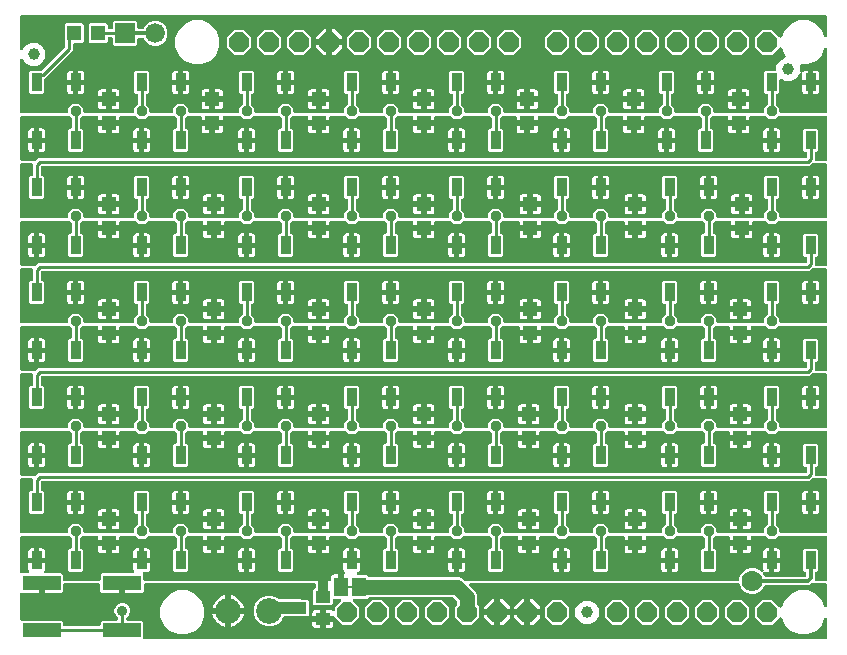
<source format=gbr>
G04 EAGLE Gerber RS-274X export*
G75*
%MOMM*%
%FSLAX34Y34*%
%LPD*%
%INTop Copper*%
%IPPOS*%
%AMOC8*
5,1,8,0,0,1.08239X$1,22.5*%
G01*
%ADD10R,0.900000X1.500000*%
%ADD11R,1.300000X1.200000*%
%ADD12P,1.814519X8X22.500000*%
%ADD13R,3.200000X1.200000*%
%ADD14C,2.184400*%
%ADD15R,1.168400X1.600200*%
%ADD16R,0.635000X0.203200*%
%ADD17R,1.676400X1.676400*%
%ADD18C,1.676400*%
%ADD19C,1.778000*%
%ADD20C,1.000000*%
%ADD21R,1.270000X1.000000*%
%ADD22R,1.200000X1.300000*%
%ADD23C,0.254000*%
%ADD24P,0.981078X8X22.500000*%
%ADD25R,0.906400X0.906400*%
%ADD26C,0.812800*%
%ADD27C,0.906400*%
%ADD28C,0.304800*%
%ADD29C,1.270000*%
%ADD30C,1.016000*%

G36*
X41804Y447818D02*
X41804Y447818D01*
X41923Y447825D01*
X41961Y447838D01*
X42002Y447843D01*
X42112Y447886D01*
X42225Y447923D01*
X42260Y447945D01*
X42297Y447960D01*
X42393Y448029D01*
X42494Y448093D01*
X42522Y448123D01*
X42555Y448146D01*
X42631Y448238D01*
X42712Y448325D01*
X42732Y448360D01*
X42757Y448391D01*
X42808Y448499D01*
X42866Y448603D01*
X42876Y448643D01*
X42893Y448679D01*
X42915Y448796D01*
X42945Y448911D01*
X42949Y448971D01*
X42953Y448991D01*
X42951Y449012D01*
X42955Y449072D01*
X42955Y452299D01*
X46801Y456145D01*
X52239Y456145D01*
X56085Y452299D01*
X56085Y449072D01*
X56100Y448954D01*
X56107Y448835D01*
X56120Y448797D01*
X56125Y448756D01*
X56168Y448646D01*
X56205Y448533D01*
X56227Y448498D01*
X56242Y448461D01*
X56311Y448365D01*
X56375Y448264D01*
X56405Y448236D01*
X56428Y448203D01*
X56520Y448127D01*
X56607Y448046D01*
X56642Y448026D01*
X56673Y448001D01*
X56781Y447950D01*
X56885Y447892D01*
X56925Y447882D01*
X56961Y447865D01*
X57078Y447843D01*
X57193Y447813D01*
X57253Y447809D01*
X57273Y447805D01*
X57294Y447807D01*
X57354Y447803D01*
X97586Y447803D01*
X97704Y447818D01*
X97823Y447825D01*
X97861Y447838D01*
X97902Y447843D01*
X98012Y447886D01*
X98125Y447923D01*
X98160Y447945D01*
X98197Y447960D01*
X98293Y448029D01*
X98394Y448093D01*
X98422Y448123D01*
X98455Y448146D01*
X98531Y448238D01*
X98612Y448325D01*
X98632Y448360D01*
X98657Y448391D01*
X98708Y448499D01*
X98766Y448603D01*
X98776Y448643D01*
X98793Y448679D01*
X98815Y448796D01*
X98845Y448911D01*
X98849Y448971D01*
X98853Y448991D01*
X98851Y449012D01*
X98855Y449072D01*
X98855Y452299D01*
X101746Y455189D01*
X101806Y455268D01*
X101874Y455340D01*
X101903Y455393D01*
X101940Y455441D01*
X101980Y455532D01*
X102028Y455618D01*
X102043Y455677D01*
X102067Y455733D01*
X102082Y455831D01*
X102107Y455926D01*
X102113Y456026D01*
X102117Y456047D01*
X102115Y456059D01*
X102117Y456087D01*
X102117Y463278D01*
X102102Y463396D01*
X102095Y463515D01*
X102082Y463553D01*
X102077Y463594D01*
X102034Y463704D01*
X101997Y463817D01*
X101975Y463852D01*
X101960Y463889D01*
X101891Y463985D01*
X101827Y464086D01*
X101797Y464114D01*
X101774Y464147D01*
X101682Y464223D01*
X101595Y464304D01*
X101560Y464324D01*
X101529Y464349D01*
X101421Y464400D01*
X101317Y464458D01*
X101277Y464468D01*
X101241Y464485D01*
X101124Y464507D01*
X101009Y464537D01*
X100949Y464541D01*
X100929Y464545D01*
X100908Y464543D01*
X100848Y464547D01*
X100078Y464547D01*
X98887Y465738D01*
X98887Y482422D01*
X100078Y483613D01*
X110762Y483613D01*
X111953Y482422D01*
X111953Y465738D01*
X110762Y464547D01*
X109992Y464547D01*
X109874Y464532D01*
X109755Y464525D01*
X109717Y464512D01*
X109676Y464507D01*
X109566Y464464D01*
X109453Y464427D01*
X109418Y464405D01*
X109381Y464390D01*
X109285Y464321D01*
X109184Y464257D01*
X109156Y464227D01*
X109123Y464204D01*
X109047Y464112D01*
X108966Y464025D01*
X108946Y463990D01*
X108921Y463959D01*
X108870Y463851D01*
X108812Y463747D01*
X108802Y463707D01*
X108785Y463671D01*
X108763Y463554D01*
X108733Y463439D01*
X108729Y463379D01*
X108725Y463359D01*
X108727Y463338D01*
X108723Y463278D01*
X108723Y456087D01*
X108735Y455989D01*
X108738Y455890D01*
X108755Y455831D01*
X108763Y455771D01*
X108799Y455679D01*
X108827Y455584D01*
X108857Y455532D01*
X108880Y455476D01*
X108938Y455396D01*
X108988Y455310D01*
X109054Y455235D01*
X109066Y455218D01*
X109076Y455211D01*
X109094Y455189D01*
X111985Y452299D01*
X111985Y449072D01*
X112000Y448954D01*
X112007Y448835D01*
X112020Y448797D01*
X112025Y448756D01*
X112068Y448646D01*
X112105Y448533D01*
X112127Y448498D01*
X112142Y448461D01*
X112211Y448365D01*
X112275Y448264D01*
X112305Y448236D01*
X112328Y448203D01*
X112420Y448127D01*
X112507Y448046D01*
X112542Y448026D01*
X112573Y448001D01*
X112681Y447950D01*
X112785Y447892D01*
X112825Y447882D01*
X112861Y447865D01*
X112978Y447843D01*
X113093Y447813D01*
X113153Y447809D01*
X113173Y447805D01*
X113194Y447807D01*
X113254Y447803D01*
X130586Y447803D01*
X130704Y447818D01*
X130823Y447825D01*
X130861Y447838D01*
X130902Y447843D01*
X131012Y447886D01*
X131125Y447923D01*
X131160Y447945D01*
X131197Y447960D01*
X131293Y448029D01*
X131394Y448093D01*
X131422Y448123D01*
X131455Y448146D01*
X131531Y448238D01*
X131612Y448325D01*
X131632Y448360D01*
X131657Y448391D01*
X131708Y448499D01*
X131766Y448603D01*
X131776Y448643D01*
X131793Y448679D01*
X131815Y448796D01*
X131845Y448911D01*
X131849Y448971D01*
X131853Y448991D01*
X131851Y449012D01*
X131855Y449072D01*
X131855Y452299D01*
X135701Y456145D01*
X141139Y456145D01*
X144985Y452299D01*
X144985Y449072D01*
X145000Y448954D01*
X145007Y448835D01*
X145020Y448797D01*
X145025Y448756D01*
X145068Y448646D01*
X145105Y448533D01*
X145127Y448498D01*
X145142Y448461D01*
X145211Y448365D01*
X145275Y448264D01*
X145305Y448236D01*
X145328Y448203D01*
X145420Y448127D01*
X145507Y448046D01*
X145542Y448026D01*
X145573Y448001D01*
X145681Y447950D01*
X145785Y447892D01*
X145825Y447882D01*
X145861Y447865D01*
X145978Y447843D01*
X146093Y447813D01*
X146153Y447809D01*
X146173Y447805D01*
X146194Y447807D01*
X146254Y447803D01*
X186486Y447803D01*
X186604Y447818D01*
X186723Y447825D01*
X186761Y447838D01*
X186802Y447843D01*
X186912Y447886D01*
X187025Y447923D01*
X187060Y447945D01*
X187097Y447960D01*
X187193Y448029D01*
X187294Y448093D01*
X187322Y448123D01*
X187355Y448146D01*
X187431Y448238D01*
X187512Y448325D01*
X187532Y448360D01*
X187557Y448391D01*
X187608Y448499D01*
X187666Y448603D01*
X187676Y448643D01*
X187693Y448679D01*
X187715Y448796D01*
X187745Y448911D01*
X187749Y448971D01*
X187753Y448991D01*
X187751Y449012D01*
X187755Y449072D01*
X187755Y452299D01*
X190646Y455189D01*
X190706Y455268D01*
X190774Y455340D01*
X190803Y455393D01*
X190840Y455441D01*
X190880Y455532D01*
X190928Y455618D01*
X190943Y455677D01*
X190967Y455733D01*
X190982Y455831D01*
X191007Y455926D01*
X191013Y456026D01*
X191017Y456047D01*
X191015Y456059D01*
X191017Y456087D01*
X191017Y463278D01*
X191002Y463396D01*
X190995Y463515D01*
X190982Y463553D01*
X190977Y463594D01*
X190934Y463704D01*
X190897Y463817D01*
X190875Y463852D01*
X190860Y463889D01*
X190791Y463985D01*
X190727Y464086D01*
X190697Y464114D01*
X190674Y464147D01*
X190582Y464223D01*
X190495Y464304D01*
X190460Y464324D01*
X190429Y464349D01*
X190321Y464400D01*
X190217Y464458D01*
X190177Y464468D01*
X190141Y464485D01*
X190024Y464507D01*
X189909Y464537D01*
X189849Y464541D01*
X189829Y464545D01*
X189808Y464543D01*
X189748Y464547D01*
X188978Y464547D01*
X187787Y465738D01*
X187787Y482422D01*
X188978Y483613D01*
X199662Y483613D01*
X200853Y482422D01*
X200853Y465738D01*
X199662Y464547D01*
X198892Y464547D01*
X198774Y464532D01*
X198655Y464525D01*
X198617Y464512D01*
X198576Y464507D01*
X198466Y464464D01*
X198353Y464427D01*
X198318Y464405D01*
X198281Y464390D01*
X198185Y464321D01*
X198084Y464257D01*
X198056Y464227D01*
X198023Y464204D01*
X197947Y464112D01*
X197866Y464025D01*
X197846Y463990D01*
X197821Y463959D01*
X197770Y463851D01*
X197712Y463747D01*
X197702Y463707D01*
X197685Y463671D01*
X197663Y463554D01*
X197633Y463439D01*
X197629Y463379D01*
X197625Y463359D01*
X197627Y463338D01*
X197623Y463278D01*
X197623Y456087D01*
X197635Y455989D01*
X197638Y455890D01*
X197655Y455831D01*
X197663Y455771D01*
X197699Y455679D01*
X197727Y455584D01*
X197757Y455532D01*
X197780Y455476D01*
X197838Y455396D01*
X197888Y455310D01*
X197954Y455235D01*
X197966Y455218D01*
X197976Y455211D01*
X197994Y455189D01*
X200885Y452299D01*
X200885Y449072D01*
X200900Y448954D01*
X200907Y448835D01*
X200920Y448797D01*
X200925Y448756D01*
X200968Y448646D01*
X201005Y448533D01*
X201027Y448498D01*
X201042Y448461D01*
X201111Y448365D01*
X201175Y448264D01*
X201205Y448236D01*
X201228Y448203D01*
X201320Y448127D01*
X201407Y448046D01*
X201442Y448026D01*
X201473Y448001D01*
X201581Y447950D01*
X201685Y447892D01*
X201725Y447882D01*
X201761Y447865D01*
X201878Y447843D01*
X201993Y447813D01*
X202053Y447809D01*
X202073Y447805D01*
X202094Y447807D01*
X202154Y447803D01*
X219486Y447803D01*
X219604Y447818D01*
X219723Y447825D01*
X219761Y447838D01*
X219802Y447843D01*
X219912Y447886D01*
X220025Y447923D01*
X220060Y447945D01*
X220097Y447960D01*
X220193Y448029D01*
X220294Y448093D01*
X220322Y448123D01*
X220355Y448146D01*
X220431Y448238D01*
X220512Y448325D01*
X220532Y448360D01*
X220557Y448391D01*
X220608Y448499D01*
X220666Y448603D01*
X220676Y448643D01*
X220693Y448679D01*
X220715Y448796D01*
X220745Y448911D01*
X220749Y448971D01*
X220753Y448991D01*
X220751Y449012D01*
X220755Y449072D01*
X220755Y452299D01*
X224601Y456145D01*
X230039Y456145D01*
X233885Y452299D01*
X233885Y449072D01*
X233900Y448954D01*
X233907Y448835D01*
X233920Y448797D01*
X233925Y448756D01*
X233968Y448646D01*
X234005Y448533D01*
X234027Y448498D01*
X234042Y448461D01*
X234111Y448365D01*
X234175Y448264D01*
X234205Y448236D01*
X234228Y448203D01*
X234320Y448127D01*
X234407Y448046D01*
X234442Y448026D01*
X234473Y448001D01*
X234581Y447950D01*
X234685Y447892D01*
X234725Y447882D01*
X234761Y447865D01*
X234878Y447843D01*
X234993Y447813D01*
X235053Y447809D01*
X235073Y447805D01*
X235094Y447807D01*
X235154Y447803D01*
X275386Y447803D01*
X275504Y447818D01*
X275623Y447825D01*
X275661Y447838D01*
X275702Y447843D01*
X275812Y447886D01*
X275925Y447923D01*
X275960Y447945D01*
X275997Y447960D01*
X276093Y448029D01*
X276194Y448093D01*
X276222Y448123D01*
X276255Y448146D01*
X276331Y448238D01*
X276412Y448325D01*
X276432Y448360D01*
X276457Y448391D01*
X276508Y448499D01*
X276566Y448603D01*
X276576Y448643D01*
X276593Y448679D01*
X276615Y448796D01*
X276645Y448911D01*
X276649Y448971D01*
X276653Y448991D01*
X276651Y449012D01*
X276655Y449072D01*
X276655Y452299D01*
X279546Y455189D01*
X279606Y455268D01*
X279674Y455340D01*
X279703Y455393D01*
X279740Y455441D01*
X279780Y455532D01*
X279828Y455618D01*
X279843Y455677D01*
X279867Y455733D01*
X279882Y455831D01*
X279907Y455926D01*
X279913Y456026D01*
X279917Y456047D01*
X279915Y456059D01*
X279917Y456087D01*
X279917Y463278D01*
X279902Y463396D01*
X279895Y463515D01*
X279882Y463553D01*
X279877Y463594D01*
X279834Y463704D01*
X279797Y463817D01*
X279775Y463852D01*
X279760Y463889D01*
X279691Y463985D01*
X279627Y464086D01*
X279597Y464114D01*
X279574Y464147D01*
X279482Y464223D01*
X279395Y464304D01*
X279360Y464324D01*
X279329Y464349D01*
X279221Y464400D01*
X279117Y464458D01*
X279077Y464468D01*
X279041Y464485D01*
X278924Y464507D01*
X278809Y464537D01*
X278749Y464541D01*
X278729Y464545D01*
X278708Y464543D01*
X278648Y464547D01*
X277878Y464547D01*
X276687Y465738D01*
X276687Y482422D01*
X277878Y483613D01*
X288562Y483613D01*
X289753Y482422D01*
X289753Y465738D01*
X288562Y464547D01*
X287792Y464547D01*
X287674Y464532D01*
X287555Y464525D01*
X287517Y464512D01*
X287476Y464507D01*
X287366Y464464D01*
X287253Y464427D01*
X287218Y464405D01*
X287181Y464390D01*
X287085Y464321D01*
X286984Y464257D01*
X286956Y464227D01*
X286923Y464204D01*
X286847Y464112D01*
X286766Y464025D01*
X286746Y463990D01*
X286721Y463959D01*
X286670Y463851D01*
X286612Y463747D01*
X286602Y463707D01*
X286585Y463671D01*
X286563Y463554D01*
X286533Y463439D01*
X286529Y463379D01*
X286525Y463359D01*
X286527Y463338D01*
X286523Y463278D01*
X286523Y456087D01*
X286535Y455989D01*
X286538Y455890D01*
X286555Y455831D01*
X286563Y455771D01*
X286599Y455679D01*
X286627Y455584D01*
X286657Y455532D01*
X286680Y455476D01*
X286738Y455396D01*
X286788Y455310D01*
X286854Y455235D01*
X286866Y455218D01*
X286876Y455211D01*
X286894Y455189D01*
X289785Y452299D01*
X289785Y449072D01*
X289800Y448954D01*
X289807Y448835D01*
X289820Y448797D01*
X289825Y448756D01*
X289868Y448646D01*
X289905Y448533D01*
X289927Y448498D01*
X289942Y448461D01*
X290011Y448365D01*
X290075Y448264D01*
X290105Y448236D01*
X290128Y448203D01*
X290220Y448127D01*
X290307Y448046D01*
X290342Y448026D01*
X290373Y448001D01*
X290481Y447950D01*
X290585Y447892D01*
X290625Y447882D01*
X290661Y447865D01*
X290778Y447843D01*
X290893Y447813D01*
X290953Y447809D01*
X290973Y447805D01*
X290994Y447807D01*
X291054Y447803D01*
X308386Y447803D01*
X308504Y447818D01*
X308623Y447825D01*
X308661Y447838D01*
X308702Y447843D01*
X308812Y447886D01*
X308925Y447923D01*
X308960Y447945D01*
X308997Y447960D01*
X309093Y448029D01*
X309194Y448093D01*
X309222Y448123D01*
X309255Y448146D01*
X309331Y448238D01*
X309412Y448325D01*
X309432Y448360D01*
X309457Y448391D01*
X309508Y448499D01*
X309566Y448603D01*
X309576Y448643D01*
X309593Y448679D01*
X309615Y448796D01*
X309645Y448911D01*
X309649Y448971D01*
X309653Y448991D01*
X309651Y449012D01*
X309655Y449072D01*
X309655Y452299D01*
X313501Y456145D01*
X318939Y456145D01*
X322785Y452299D01*
X322785Y449072D01*
X322800Y448954D01*
X322807Y448835D01*
X322820Y448797D01*
X322825Y448756D01*
X322868Y448646D01*
X322905Y448533D01*
X322927Y448498D01*
X322942Y448461D01*
X323011Y448365D01*
X323075Y448264D01*
X323105Y448236D01*
X323128Y448203D01*
X323220Y448127D01*
X323307Y448046D01*
X323342Y448026D01*
X323373Y448001D01*
X323481Y447950D01*
X323585Y447892D01*
X323625Y447882D01*
X323661Y447865D01*
X323778Y447843D01*
X323893Y447813D01*
X323953Y447809D01*
X323973Y447805D01*
X323994Y447807D01*
X324054Y447803D01*
X364286Y447803D01*
X364404Y447818D01*
X364523Y447825D01*
X364561Y447838D01*
X364602Y447843D01*
X364712Y447886D01*
X364825Y447923D01*
X364860Y447945D01*
X364897Y447960D01*
X364993Y448029D01*
X365094Y448093D01*
X365122Y448123D01*
X365155Y448146D01*
X365231Y448238D01*
X365312Y448325D01*
X365332Y448360D01*
X365357Y448391D01*
X365408Y448499D01*
X365466Y448603D01*
X365476Y448643D01*
X365493Y448679D01*
X365515Y448796D01*
X365545Y448911D01*
X365549Y448971D01*
X365553Y448991D01*
X365551Y449012D01*
X365555Y449072D01*
X365555Y452299D01*
X368446Y455189D01*
X368506Y455268D01*
X368574Y455340D01*
X368603Y455393D01*
X368640Y455441D01*
X368680Y455532D01*
X368728Y455618D01*
X368743Y455677D01*
X368767Y455733D01*
X368782Y455831D01*
X368807Y455926D01*
X368813Y456026D01*
X368817Y456047D01*
X368815Y456059D01*
X368817Y456087D01*
X368817Y463278D01*
X368802Y463396D01*
X368795Y463515D01*
X368782Y463553D01*
X368777Y463594D01*
X368734Y463704D01*
X368697Y463817D01*
X368675Y463852D01*
X368660Y463889D01*
X368591Y463985D01*
X368527Y464086D01*
X368497Y464114D01*
X368474Y464147D01*
X368382Y464223D01*
X368295Y464304D01*
X368260Y464324D01*
X368229Y464349D01*
X368121Y464400D01*
X368017Y464458D01*
X367977Y464468D01*
X367941Y464485D01*
X367824Y464507D01*
X367709Y464537D01*
X367649Y464541D01*
X367629Y464545D01*
X367608Y464543D01*
X367548Y464547D01*
X366778Y464547D01*
X365587Y465738D01*
X365587Y482422D01*
X366778Y483613D01*
X377462Y483613D01*
X378653Y482422D01*
X378653Y465738D01*
X377462Y464547D01*
X376692Y464547D01*
X376574Y464532D01*
X376455Y464525D01*
X376417Y464512D01*
X376376Y464507D01*
X376266Y464464D01*
X376153Y464427D01*
X376118Y464405D01*
X376081Y464390D01*
X375985Y464321D01*
X375884Y464257D01*
X375856Y464227D01*
X375823Y464204D01*
X375747Y464112D01*
X375666Y464025D01*
X375646Y463990D01*
X375621Y463959D01*
X375570Y463851D01*
X375512Y463747D01*
X375502Y463707D01*
X375485Y463671D01*
X375463Y463554D01*
X375433Y463439D01*
X375429Y463379D01*
X375425Y463359D01*
X375427Y463338D01*
X375423Y463278D01*
X375423Y456087D01*
X375435Y455989D01*
X375438Y455890D01*
X375455Y455831D01*
X375463Y455771D01*
X375499Y455679D01*
X375527Y455584D01*
X375557Y455532D01*
X375580Y455476D01*
X375638Y455396D01*
X375688Y455310D01*
X375754Y455235D01*
X375766Y455218D01*
X375776Y455211D01*
X375794Y455189D01*
X378685Y452299D01*
X378685Y449072D01*
X378700Y448954D01*
X378707Y448835D01*
X378720Y448797D01*
X378725Y448756D01*
X378768Y448646D01*
X378805Y448533D01*
X378827Y448498D01*
X378842Y448461D01*
X378911Y448365D01*
X378975Y448264D01*
X379005Y448236D01*
X379028Y448203D01*
X379120Y448127D01*
X379207Y448046D01*
X379242Y448026D01*
X379273Y448001D01*
X379381Y447950D01*
X379485Y447892D01*
X379525Y447882D01*
X379561Y447865D01*
X379678Y447843D01*
X379793Y447813D01*
X379853Y447809D01*
X379873Y447805D01*
X379894Y447807D01*
X379954Y447803D01*
X397286Y447803D01*
X397404Y447818D01*
X397523Y447825D01*
X397561Y447838D01*
X397602Y447843D01*
X397712Y447886D01*
X397825Y447923D01*
X397860Y447945D01*
X397897Y447960D01*
X397993Y448029D01*
X398094Y448093D01*
X398122Y448123D01*
X398155Y448146D01*
X398231Y448238D01*
X398312Y448325D01*
X398332Y448360D01*
X398357Y448391D01*
X398408Y448499D01*
X398466Y448603D01*
X398476Y448643D01*
X398493Y448679D01*
X398515Y448796D01*
X398545Y448911D01*
X398549Y448971D01*
X398553Y448991D01*
X398551Y449012D01*
X398555Y449072D01*
X398555Y452299D01*
X402401Y456145D01*
X407839Y456145D01*
X411685Y452299D01*
X411685Y449072D01*
X411700Y448954D01*
X411707Y448835D01*
X411720Y448797D01*
X411725Y448756D01*
X411768Y448646D01*
X411805Y448533D01*
X411827Y448498D01*
X411842Y448461D01*
X411911Y448365D01*
X411975Y448264D01*
X412005Y448236D01*
X412028Y448203D01*
X412120Y448127D01*
X412207Y448046D01*
X412242Y448026D01*
X412273Y448001D01*
X412381Y447950D01*
X412485Y447892D01*
X412525Y447882D01*
X412561Y447865D01*
X412678Y447843D01*
X412793Y447813D01*
X412853Y447809D01*
X412873Y447805D01*
X412894Y447807D01*
X412954Y447803D01*
X453186Y447803D01*
X453304Y447818D01*
X453423Y447825D01*
X453461Y447838D01*
X453502Y447843D01*
X453612Y447886D01*
X453725Y447923D01*
X453760Y447945D01*
X453797Y447960D01*
X453893Y448029D01*
X453994Y448093D01*
X454022Y448123D01*
X454055Y448146D01*
X454131Y448238D01*
X454212Y448325D01*
X454232Y448360D01*
X454257Y448391D01*
X454308Y448499D01*
X454366Y448603D01*
X454376Y448643D01*
X454393Y448679D01*
X454415Y448796D01*
X454445Y448911D01*
X454449Y448971D01*
X454453Y448991D01*
X454451Y449012D01*
X454455Y449072D01*
X454455Y452299D01*
X457346Y455189D01*
X457406Y455268D01*
X457474Y455340D01*
X457503Y455393D01*
X457540Y455441D01*
X457580Y455532D01*
X457628Y455618D01*
X457643Y455677D01*
X457667Y455733D01*
X457682Y455831D01*
X457707Y455926D01*
X457713Y456026D01*
X457717Y456047D01*
X457715Y456059D01*
X457717Y456087D01*
X457717Y463278D01*
X457702Y463396D01*
X457695Y463515D01*
X457682Y463553D01*
X457677Y463594D01*
X457634Y463704D01*
X457597Y463817D01*
X457575Y463852D01*
X457560Y463889D01*
X457491Y463985D01*
X457427Y464086D01*
X457397Y464114D01*
X457374Y464147D01*
X457282Y464223D01*
X457195Y464304D01*
X457160Y464324D01*
X457129Y464349D01*
X457021Y464400D01*
X456917Y464458D01*
X456877Y464468D01*
X456841Y464485D01*
X456724Y464507D01*
X456609Y464537D01*
X456549Y464541D01*
X456529Y464545D01*
X456508Y464543D01*
X456448Y464547D01*
X455678Y464547D01*
X454487Y465738D01*
X454487Y482422D01*
X455678Y483613D01*
X466362Y483613D01*
X467553Y482422D01*
X467553Y465738D01*
X466362Y464547D01*
X465592Y464547D01*
X465474Y464532D01*
X465355Y464525D01*
X465317Y464512D01*
X465276Y464507D01*
X465166Y464464D01*
X465053Y464427D01*
X465018Y464405D01*
X464981Y464390D01*
X464885Y464321D01*
X464784Y464257D01*
X464756Y464227D01*
X464723Y464204D01*
X464647Y464112D01*
X464566Y464025D01*
X464546Y463990D01*
X464521Y463959D01*
X464470Y463851D01*
X464412Y463747D01*
X464402Y463707D01*
X464385Y463671D01*
X464363Y463554D01*
X464333Y463439D01*
X464329Y463379D01*
X464325Y463359D01*
X464327Y463338D01*
X464323Y463278D01*
X464323Y456087D01*
X464335Y455989D01*
X464338Y455890D01*
X464355Y455831D01*
X464363Y455771D01*
X464399Y455679D01*
X464427Y455584D01*
X464457Y455532D01*
X464480Y455476D01*
X464538Y455396D01*
X464588Y455310D01*
X464654Y455235D01*
X464666Y455218D01*
X464676Y455211D01*
X464694Y455189D01*
X467585Y452299D01*
X467585Y449072D01*
X467600Y448954D01*
X467607Y448835D01*
X467620Y448797D01*
X467625Y448756D01*
X467668Y448646D01*
X467705Y448533D01*
X467727Y448498D01*
X467742Y448461D01*
X467811Y448365D01*
X467875Y448264D01*
X467905Y448236D01*
X467928Y448203D01*
X468020Y448127D01*
X468107Y448046D01*
X468142Y448026D01*
X468173Y448001D01*
X468281Y447950D01*
X468385Y447892D01*
X468425Y447882D01*
X468461Y447865D01*
X468578Y447843D01*
X468693Y447813D01*
X468753Y447809D01*
X468773Y447805D01*
X468794Y447807D01*
X468854Y447803D01*
X486186Y447803D01*
X486304Y447818D01*
X486423Y447825D01*
X486461Y447838D01*
X486502Y447843D01*
X486612Y447886D01*
X486725Y447923D01*
X486760Y447945D01*
X486797Y447960D01*
X486893Y448029D01*
X486994Y448093D01*
X487022Y448123D01*
X487055Y448146D01*
X487131Y448238D01*
X487212Y448325D01*
X487232Y448360D01*
X487257Y448391D01*
X487308Y448499D01*
X487366Y448603D01*
X487376Y448643D01*
X487393Y448679D01*
X487415Y448796D01*
X487445Y448911D01*
X487449Y448971D01*
X487453Y448991D01*
X487451Y449012D01*
X487455Y449072D01*
X487455Y452299D01*
X491301Y456145D01*
X496739Y456145D01*
X500585Y452299D01*
X500585Y449072D01*
X500600Y448954D01*
X500607Y448835D01*
X500620Y448797D01*
X500625Y448756D01*
X500668Y448646D01*
X500705Y448533D01*
X500727Y448498D01*
X500742Y448461D01*
X500811Y448365D01*
X500875Y448264D01*
X500905Y448236D01*
X500928Y448203D01*
X501020Y448127D01*
X501107Y448046D01*
X501142Y448026D01*
X501173Y448001D01*
X501281Y447950D01*
X501385Y447892D01*
X501425Y447882D01*
X501461Y447865D01*
X501578Y447843D01*
X501693Y447813D01*
X501753Y447809D01*
X501773Y447805D01*
X501794Y447807D01*
X501854Y447803D01*
X542086Y447803D01*
X542204Y447818D01*
X542323Y447825D01*
X542361Y447838D01*
X542402Y447843D01*
X542512Y447886D01*
X542625Y447923D01*
X542660Y447945D01*
X542697Y447960D01*
X542793Y448029D01*
X542894Y448093D01*
X542922Y448123D01*
X542955Y448146D01*
X543031Y448238D01*
X543112Y448325D01*
X543132Y448360D01*
X543157Y448391D01*
X543208Y448499D01*
X543266Y448603D01*
X543276Y448643D01*
X543293Y448679D01*
X543315Y448796D01*
X543345Y448911D01*
X543349Y448971D01*
X543353Y448991D01*
X543351Y449012D01*
X543355Y449072D01*
X543355Y452299D01*
X546246Y455189D01*
X546306Y455268D01*
X546374Y455340D01*
X546403Y455393D01*
X546440Y455441D01*
X546480Y455532D01*
X546528Y455618D01*
X546543Y455677D01*
X546567Y455733D01*
X546582Y455831D01*
X546607Y455926D01*
X546613Y456026D01*
X546617Y456047D01*
X546615Y456059D01*
X546617Y456087D01*
X546617Y463278D01*
X546602Y463396D01*
X546595Y463515D01*
X546582Y463553D01*
X546577Y463594D01*
X546534Y463704D01*
X546497Y463817D01*
X546475Y463852D01*
X546460Y463889D01*
X546391Y463985D01*
X546327Y464086D01*
X546297Y464114D01*
X546274Y464147D01*
X546182Y464223D01*
X546095Y464304D01*
X546060Y464324D01*
X546029Y464349D01*
X545921Y464400D01*
X545817Y464458D01*
X545777Y464468D01*
X545741Y464485D01*
X545624Y464507D01*
X545509Y464537D01*
X545449Y464541D01*
X545429Y464545D01*
X545408Y464543D01*
X545348Y464547D01*
X544578Y464547D01*
X543387Y465738D01*
X543387Y482422D01*
X544578Y483613D01*
X555262Y483613D01*
X556453Y482422D01*
X556453Y465738D01*
X555262Y464547D01*
X554492Y464547D01*
X554374Y464532D01*
X554255Y464525D01*
X554217Y464512D01*
X554176Y464507D01*
X554066Y464464D01*
X553953Y464427D01*
X553918Y464405D01*
X553881Y464390D01*
X553785Y464321D01*
X553684Y464257D01*
X553656Y464227D01*
X553623Y464204D01*
X553547Y464112D01*
X553466Y464025D01*
X553446Y463990D01*
X553421Y463959D01*
X553370Y463851D01*
X553312Y463747D01*
X553302Y463707D01*
X553285Y463671D01*
X553263Y463554D01*
X553233Y463439D01*
X553229Y463379D01*
X553225Y463359D01*
X553227Y463338D01*
X553223Y463278D01*
X553223Y456087D01*
X553235Y455989D01*
X553238Y455890D01*
X553255Y455831D01*
X553263Y455771D01*
X553299Y455679D01*
X553327Y455584D01*
X553357Y455532D01*
X553380Y455476D01*
X553438Y455396D01*
X553488Y455310D01*
X553554Y455235D01*
X553566Y455218D01*
X553576Y455211D01*
X553594Y455189D01*
X556485Y452299D01*
X556485Y449072D01*
X556500Y448954D01*
X556507Y448835D01*
X556520Y448797D01*
X556525Y448756D01*
X556568Y448646D01*
X556605Y448533D01*
X556627Y448498D01*
X556642Y448461D01*
X556711Y448365D01*
X556775Y448264D01*
X556805Y448236D01*
X556828Y448203D01*
X556920Y448127D01*
X557007Y448046D01*
X557042Y448026D01*
X557073Y448001D01*
X557181Y447950D01*
X557285Y447892D01*
X557325Y447882D01*
X557361Y447865D01*
X557478Y447843D01*
X557593Y447813D01*
X557653Y447809D01*
X557673Y447805D01*
X557694Y447807D01*
X557754Y447803D01*
X575086Y447803D01*
X575204Y447818D01*
X575323Y447825D01*
X575361Y447838D01*
X575402Y447843D01*
X575512Y447886D01*
X575625Y447923D01*
X575660Y447945D01*
X575697Y447960D01*
X575793Y448029D01*
X575894Y448093D01*
X575922Y448123D01*
X575955Y448146D01*
X576031Y448238D01*
X576112Y448325D01*
X576132Y448360D01*
X576157Y448391D01*
X576208Y448499D01*
X576266Y448603D01*
X576276Y448643D01*
X576293Y448679D01*
X576315Y448796D01*
X576345Y448911D01*
X576349Y448971D01*
X576353Y448991D01*
X576351Y449012D01*
X576355Y449072D01*
X576355Y452299D01*
X580201Y456145D01*
X585639Y456145D01*
X589485Y452299D01*
X589485Y449072D01*
X589500Y448954D01*
X589507Y448835D01*
X589520Y448797D01*
X589525Y448756D01*
X589568Y448646D01*
X589605Y448533D01*
X589627Y448498D01*
X589642Y448461D01*
X589711Y448365D01*
X589775Y448264D01*
X589805Y448236D01*
X589828Y448203D01*
X589920Y448127D01*
X590007Y448046D01*
X590042Y448026D01*
X590073Y448001D01*
X590181Y447950D01*
X590285Y447892D01*
X590325Y447882D01*
X590361Y447865D01*
X590478Y447843D01*
X590593Y447813D01*
X590653Y447809D01*
X590673Y447805D01*
X590694Y447807D01*
X590754Y447803D01*
X630986Y447803D01*
X631104Y447818D01*
X631223Y447825D01*
X631261Y447838D01*
X631302Y447843D01*
X631412Y447886D01*
X631525Y447923D01*
X631560Y447945D01*
X631597Y447960D01*
X631693Y448029D01*
X631794Y448093D01*
X631822Y448123D01*
X631855Y448146D01*
X631931Y448238D01*
X632012Y448325D01*
X632032Y448360D01*
X632057Y448391D01*
X632108Y448499D01*
X632166Y448603D01*
X632176Y448643D01*
X632193Y448679D01*
X632215Y448796D01*
X632245Y448911D01*
X632249Y448971D01*
X632253Y448991D01*
X632251Y449012D01*
X632255Y449072D01*
X632255Y452299D01*
X635146Y455189D01*
X635206Y455268D01*
X635274Y455340D01*
X635303Y455393D01*
X635340Y455441D01*
X635380Y455532D01*
X635428Y455618D01*
X635443Y455677D01*
X635467Y455733D01*
X635482Y455831D01*
X635507Y455926D01*
X635513Y456026D01*
X635517Y456047D01*
X635515Y456059D01*
X635517Y456087D01*
X635517Y463278D01*
X635502Y463396D01*
X635495Y463515D01*
X635482Y463553D01*
X635477Y463594D01*
X635434Y463704D01*
X635397Y463817D01*
X635375Y463852D01*
X635360Y463889D01*
X635291Y463985D01*
X635227Y464086D01*
X635197Y464114D01*
X635174Y464147D01*
X635082Y464223D01*
X634995Y464304D01*
X634960Y464324D01*
X634929Y464349D01*
X634821Y464400D01*
X634717Y464458D01*
X634677Y464468D01*
X634641Y464485D01*
X634524Y464507D01*
X634409Y464537D01*
X634349Y464541D01*
X634329Y464545D01*
X634308Y464543D01*
X634248Y464547D01*
X633478Y464547D01*
X632287Y465738D01*
X632287Y482422D01*
X633478Y483613D01*
X641510Y483613D01*
X641628Y483628D01*
X641747Y483635D01*
X641785Y483648D01*
X641826Y483653D01*
X641936Y483696D01*
X642049Y483733D01*
X642084Y483755D01*
X642121Y483770D01*
X642217Y483839D01*
X642318Y483903D01*
X642346Y483933D01*
X642379Y483956D01*
X642455Y484048D01*
X642536Y484135D01*
X642556Y484170D01*
X642581Y484201D01*
X642632Y484309D01*
X642690Y484413D01*
X642700Y484453D01*
X642717Y484489D01*
X642739Y484606D01*
X642769Y484721D01*
X642773Y484781D01*
X642777Y484801D01*
X642775Y484822D01*
X642779Y484882D01*
X642779Y487820D01*
X645459Y492461D01*
X649947Y495052D01*
X650048Y495128D01*
X650152Y495199D01*
X650174Y495224D01*
X650201Y495245D01*
X650279Y495343D01*
X650362Y495437D01*
X650377Y495468D01*
X650398Y495494D01*
X650450Y495609D01*
X650507Y495721D01*
X650514Y495754D01*
X650528Y495784D01*
X650549Y495909D01*
X650576Y496031D01*
X650575Y496065D01*
X650581Y496098D01*
X650570Y496224D01*
X650567Y496349D01*
X650557Y496381D01*
X650554Y496415D01*
X650513Y496534D01*
X650478Y496654D01*
X650461Y496683D01*
X650450Y496715D01*
X650380Y496820D01*
X650317Y496928D01*
X650284Y496965D01*
X650274Y496980D01*
X650258Y496995D01*
X650210Y497049D01*
X649762Y497498D01*
X647403Y503192D01*
X647378Y503236D01*
X647362Y503282D01*
X647300Y503373D01*
X647245Y503469D01*
X647211Y503504D01*
X647183Y503545D01*
X647101Y503618D01*
X647024Y503697D01*
X646982Y503723D01*
X646945Y503756D01*
X646847Y503806D01*
X646753Y503863D01*
X646706Y503878D01*
X646661Y503901D01*
X646554Y503925D01*
X646449Y503957D01*
X646400Y503959D01*
X646351Y503970D01*
X646241Y503967D01*
X646131Y503972D01*
X646083Y503962D01*
X646033Y503961D01*
X645928Y503930D01*
X645820Y503908D01*
X645775Y503886D01*
X645728Y503872D01*
X645633Y503816D01*
X645534Y503768D01*
X645497Y503736D01*
X645454Y503711D01*
X645333Y503604D01*
X639314Y497585D01*
X630686Y497585D01*
X624585Y503686D01*
X624585Y512314D01*
X630686Y518415D01*
X639314Y518415D01*
X645333Y512396D01*
X645372Y512365D01*
X645406Y512329D01*
X645497Y512268D01*
X645584Y512201D01*
X645630Y512181D01*
X645671Y512154D01*
X645775Y512118D01*
X645876Y512074D01*
X645925Y512067D01*
X645972Y512051D01*
X646082Y512042D01*
X646190Y512025D01*
X646240Y512029D01*
X646289Y512025D01*
X646397Y512044D01*
X646507Y512054D01*
X646554Y512071D01*
X646602Y512080D01*
X646703Y512125D01*
X646806Y512162D01*
X646847Y512190D01*
X646892Y512210D01*
X646978Y512279D01*
X647069Y512341D01*
X647102Y512378D01*
X647141Y512409D01*
X647207Y512497D01*
X647280Y512579D01*
X647302Y512623D01*
X647332Y512663D01*
X647403Y512808D01*
X649762Y518502D01*
X654978Y523718D01*
X661792Y526541D01*
X669168Y526541D01*
X675982Y523718D01*
X681198Y518502D01*
X683357Y513289D01*
X683392Y513229D01*
X683418Y513164D01*
X683470Y513091D01*
X683515Y513013D01*
X683563Y512963D01*
X683604Y512907D01*
X683674Y512849D01*
X683736Y512785D01*
X683796Y512748D01*
X683849Y512704D01*
X683931Y512665D01*
X684007Y512618D01*
X684074Y512598D01*
X684137Y512568D01*
X684225Y512551D01*
X684311Y512525D01*
X684381Y512522D01*
X684450Y512508D01*
X684539Y512514D01*
X684629Y512510D01*
X684697Y512524D01*
X684767Y512528D01*
X684852Y512556D01*
X684940Y512574D01*
X685003Y512605D01*
X685069Y512626D01*
X685145Y512674D01*
X685226Y512714D01*
X685279Y512759D01*
X685338Y512796D01*
X685400Y512862D01*
X685468Y512920D01*
X685508Y512977D01*
X685556Y513028D01*
X685599Y513107D01*
X685651Y513180D01*
X685676Y513245D01*
X685710Y513306D01*
X685732Y513393D01*
X685764Y513477D01*
X685772Y513547D01*
X685789Y513614D01*
X685799Y513775D01*
X685799Y529590D01*
X685784Y529708D01*
X685777Y529827D01*
X685764Y529865D01*
X685759Y529906D01*
X685716Y530016D01*
X685679Y530129D01*
X685657Y530164D01*
X685642Y530201D01*
X685573Y530297D01*
X685509Y530398D01*
X685479Y530426D01*
X685456Y530459D01*
X685364Y530535D01*
X685277Y530616D01*
X685242Y530636D01*
X685211Y530661D01*
X685103Y530712D01*
X684999Y530770D01*
X684959Y530780D01*
X684923Y530797D01*
X684806Y530819D01*
X684691Y530849D01*
X684631Y530853D01*
X684611Y530857D01*
X684590Y530855D01*
X684530Y530859D01*
X3810Y530859D01*
X3692Y530844D01*
X3573Y530837D01*
X3535Y530824D01*
X3494Y530819D01*
X3384Y530776D01*
X3271Y530739D01*
X3236Y530717D01*
X3199Y530702D01*
X3103Y530633D01*
X3002Y530569D01*
X2974Y530539D01*
X2941Y530516D01*
X2865Y530424D01*
X2784Y530337D01*
X2764Y530302D01*
X2739Y530271D01*
X2688Y530163D01*
X2630Y530059D01*
X2620Y530019D01*
X2603Y529983D01*
X2581Y529866D01*
X2551Y529751D01*
X2547Y529691D01*
X2543Y529671D01*
X2545Y529650D01*
X2541Y529590D01*
X2541Y502782D01*
X2559Y502638D01*
X2574Y502493D01*
X2579Y502480D01*
X2581Y502467D01*
X2634Y502331D01*
X2685Y502195D01*
X2693Y502184D01*
X2698Y502171D01*
X2783Y502053D01*
X2866Y501933D01*
X2876Y501925D01*
X2884Y501914D01*
X2997Y501821D01*
X3107Y501726D01*
X3119Y501719D01*
X3129Y501711D01*
X3261Y501649D01*
X3392Y501584D01*
X3405Y501581D01*
X3417Y501575D01*
X3559Y501548D01*
X3703Y501518D01*
X3716Y501518D01*
X3729Y501516D01*
X3874Y501525D01*
X4020Y501531D01*
X4033Y501534D01*
X4047Y501535D01*
X4185Y501580D01*
X4325Y501622D01*
X4337Y501629D01*
X4349Y501633D01*
X4472Y501711D01*
X4597Y501787D01*
X4607Y501796D01*
X4618Y501804D01*
X4718Y501910D01*
X4820Y502014D01*
X4830Y502029D01*
X4836Y502035D01*
X4844Y502050D01*
X4909Y502148D01*
X6649Y505161D01*
X11290Y507841D01*
X16650Y507841D01*
X21291Y505161D01*
X23971Y500520D01*
X23971Y495160D01*
X21291Y490519D01*
X16650Y487839D01*
X11290Y487839D01*
X6649Y490519D01*
X4909Y493532D01*
X4821Y493649D01*
X4736Y493766D01*
X4725Y493775D01*
X4717Y493786D01*
X4603Y493876D01*
X4491Y493969D01*
X4478Y493975D01*
X4468Y493983D01*
X4334Y494043D01*
X4203Y494105D01*
X4190Y494107D01*
X4177Y494113D01*
X4033Y494137D01*
X3890Y494164D01*
X3877Y494164D01*
X3864Y494166D01*
X3718Y494154D01*
X3573Y494145D01*
X3560Y494141D01*
X3547Y494139D01*
X3409Y494091D01*
X3271Y494047D01*
X3259Y494039D01*
X3246Y494035D01*
X3125Y493954D01*
X3002Y493877D01*
X2993Y493867D01*
X2981Y493859D01*
X2883Y493751D01*
X2784Y493645D01*
X2777Y493633D01*
X2768Y493623D01*
X2701Y493494D01*
X2630Y493366D01*
X2627Y493353D01*
X2621Y493341D01*
X2587Y493199D01*
X2551Y493058D01*
X2550Y493040D01*
X2548Y493032D01*
X2548Y493015D01*
X2541Y492898D01*
X2541Y449072D01*
X2556Y448954D01*
X2563Y448835D01*
X2576Y448797D01*
X2581Y448756D01*
X2624Y448646D01*
X2661Y448533D01*
X2683Y448498D01*
X2698Y448461D01*
X2767Y448365D01*
X2831Y448264D01*
X2861Y448236D01*
X2884Y448203D01*
X2976Y448127D01*
X3063Y448046D01*
X3098Y448026D01*
X3129Y448001D01*
X3237Y447950D01*
X3341Y447892D01*
X3381Y447882D01*
X3417Y447865D01*
X3534Y447843D01*
X3649Y447813D01*
X3709Y447809D01*
X3729Y447805D01*
X3750Y447807D01*
X3810Y447803D01*
X41686Y447803D01*
X41804Y447818D01*
G37*
G36*
X41804Y181118D02*
X41804Y181118D01*
X41923Y181125D01*
X41961Y181138D01*
X42002Y181143D01*
X42112Y181186D01*
X42225Y181223D01*
X42260Y181245D01*
X42297Y181260D01*
X42393Y181329D01*
X42494Y181393D01*
X42522Y181423D01*
X42555Y181446D01*
X42631Y181538D01*
X42712Y181625D01*
X42732Y181660D01*
X42757Y181691D01*
X42808Y181799D01*
X42866Y181903D01*
X42876Y181943D01*
X42893Y181979D01*
X42915Y182096D01*
X42945Y182211D01*
X42949Y182271D01*
X42953Y182291D01*
X42951Y182312D01*
X42955Y182372D01*
X42955Y185599D01*
X46801Y189445D01*
X52239Y189445D01*
X56085Y185599D01*
X56085Y182372D01*
X56100Y182254D01*
X56107Y182135D01*
X56120Y182097D01*
X56125Y182056D01*
X56168Y181946D01*
X56205Y181833D01*
X56227Y181798D01*
X56242Y181761D01*
X56311Y181665D01*
X56375Y181564D01*
X56405Y181536D01*
X56428Y181503D01*
X56520Y181427D01*
X56607Y181346D01*
X56642Y181326D01*
X56673Y181301D01*
X56781Y181250D01*
X56885Y181192D01*
X56925Y181182D01*
X56961Y181165D01*
X57078Y181143D01*
X57193Y181113D01*
X57253Y181109D01*
X57273Y181105D01*
X57294Y181107D01*
X57354Y181103D01*
X97586Y181103D01*
X97704Y181118D01*
X97823Y181125D01*
X97861Y181138D01*
X97902Y181143D01*
X98012Y181186D01*
X98125Y181223D01*
X98160Y181245D01*
X98197Y181260D01*
X98293Y181329D01*
X98394Y181393D01*
X98422Y181423D01*
X98455Y181446D01*
X98531Y181538D01*
X98612Y181625D01*
X98632Y181660D01*
X98657Y181691D01*
X98708Y181799D01*
X98766Y181903D01*
X98776Y181943D01*
X98793Y181979D01*
X98815Y182096D01*
X98845Y182211D01*
X98849Y182271D01*
X98853Y182291D01*
X98851Y182312D01*
X98855Y182372D01*
X98855Y185599D01*
X101746Y188489D01*
X101806Y188568D01*
X101874Y188640D01*
X101903Y188693D01*
X101940Y188741D01*
X101980Y188832D01*
X102028Y188918D01*
X102043Y188977D01*
X102067Y189033D01*
X102082Y189131D01*
X102107Y189226D01*
X102113Y189326D01*
X102117Y189347D01*
X102115Y189359D01*
X102117Y189387D01*
X102117Y196578D01*
X102102Y196696D01*
X102095Y196815D01*
X102082Y196853D01*
X102077Y196894D01*
X102034Y197004D01*
X101997Y197117D01*
X101975Y197152D01*
X101960Y197189D01*
X101891Y197285D01*
X101827Y197386D01*
X101797Y197414D01*
X101774Y197447D01*
X101682Y197523D01*
X101595Y197604D01*
X101560Y197624D01*
X101529Y197649D01*
X101421Y197700D01*
X101317Y197758D01*
X101277Y197768D01*
X101241Y197785D01*
X101124Y197807D01*
X101009Y197837D01*
X100949Y197841D01*
X100929Y197845D01*
X100908Y197843D01*
X100848Y197847D01*
X100078Y197847D01*
X98887Y199038D01*
X98887Y215722D01*
X100078Y216913D01*
X110762Y216913D01*
X111953Y215722D01*
X111953Y199038D01*
X110762Y197847D01*
X109992Y197847D01*
X109874Y197832D01*
X109755Y197825D01*
X109717Y197812D01*
X109676Y197807D01*
X109566Y197764D01*
X109453Y197727D01*
X109418Y197705D01*
X109381Y197690D01*
X109285Y197621D01*
X109184Y197557D01*
X109156Y197527D01*
X109123Y197504D01*
X109047Y197412D01*
X108966Y197325D01*
X108946Y197290D01*
X108921Y197259D01*
X108870Y197151D01*
X108812Y197047D01*
X108802Y197007D01*
X108785Y196971D01*
X108763Y196854D01*
X108733Y196739D01*
X108729Y196679D01*
X108725Y196659D01*
X108727Y196638D01*
X108723Y196578D01*
X108723Y189387D01*
X108735Y189289D01*
X108738Y189190D01*
X108755Y189131D01*
X108763Y189071D01*
X108799Y188979D01*
X108827Y188884D01*
X108857Y188832D01*
X108880Y188776D01*
X108938Y188696D01*
X108988Y188610D01*
X109054Y188535D01*
X109066Y188518D01*
X109076Y188511D01*
X109094Y188489D01*
X111985Y185599D01*
X111985Y182372D01*
X112000Y182254D01*
X112007Y182135D01*
X112020Y182097D01*
X112025Y182056D01*
X112068Y181946D01*
X112105Y181833D01*
X112127Y181798D01*
X112142Y181761D01*
X112211Y181665D01*
X112275Y181564D01*
X112305Y181536D01*
X112328Y181503D01*
X112420Y181427D01*
X112507Y181346D01*
X112542Y181326D01*
X112573Y181301D01*
X112681Y181250D01*
X112785Y181192D01*
X112825Y181182D01*
X112861Y181165D01*
X112978Y181143D01*
X113093Y181113D01*
X113153Y181109D01*
X113173Y181105D01*
X113194Y181107D01*
X113254Y181103D01*
X130586Y181103D01*
X130704Y181118D01*
X130823Y181125D01*
X130861Y181138D01*
X130902Y181143D01*
X131012Y181186D01*
X131125Y181223D01*
X131160Y181245D01*
X131197Y181260D01*
X131293Y181329D01*
X131394Y181393D01*
X131422Y181423D01*
X131455Y181446D01*
X131531Y181538D01*
X131612Y181625D01*
X131632Y181660D01*
X131657Y181691D01*
X131708Y181799D01*
X131766Y181903D01*
X131776Y181943D01*
X131793Y181979D01*
X131815Y182096D01*
X131845Y182211D01*
X131849Y182271D01*
X131853Y182291D01*
X131851Y182312D01*
X131855Y182372D01*
X131855Y185599D01*
X135701Y189445D01*
X141139Y189445D01*
X144985Y185599D01*
X144985Y182372D01*
X145000Y182254D01*
X145007Y182135D01*
X145020Y182097D01*
X145025Y182056D01*
X145068Y181946D01*
X145105Y181833D01*
X145127Y181798D01*
X145142Y181761D01*
X145211Y181665D01*
X145275Y181564D01*
X145305Y181536D01*
X145328Y181503D01*
X145420Y181427D01*
X145507Y181346D01*
X145542Y181326D01*
X145573Y181301D01*
X145681Y181250D01*
X145785Y181192D01*
X145825Y181182D01*
X145861Y181165D01*
X145978Y181143D01*
X146093Y181113D01*
X146153Y181109D01*
X146173Y181105D01*
X146194Y181107D01*
X146254Y181103D01*
X186486Y181103D01*
X186604Y181118D01*
X186723Y181125D01*
X186761Y181138D01*
X186802Y181143D01*
X186912Y181186D01*
X187025Y181223D01*
X187060Y181245D01*
X187097Y181260D01*
X187193Y181329D01*
X187294Y181393D01*
X187322Y181423D01*
X187355Y181446D01*
X187431Y181538D01*
X187512Y181625D01*
X187532Y181660D01*
X187557Y181691D01*
X187608Y181799D01*
X187666Y181903D01*
X187676Y181943D01*
X187693Y181979D01*
X187715Y182096D01*
X187745Y182211D01*
X187749Y182271D01*
X187753Y182291D01*
X187751Y182312D01*
X187755Y182372D01*
X187755Y185599D01*
X190646Y188489D01*
X190706Y188568D01*
X190774Y188640D01*
X190803Y188693D01*
X190840Y188741D01*
X190880Y188832D01*
X190928Y188918D01*
X190943Y188977D01*
X190967Y189033D01*
X190982Y189131D01*
X191007Y189226D01*
X191013Y189326D01*
X191017Y189347D01*
X191015Y189359D01*
X191017Y189387D01*
X191017Y196578D01*
X191002Y196696D01*
X190995Y196815D01*
X190982Y196853D01*
X190977Y196894D01*
X190934Y197004D01*
X190897Y197117D01*
X190875Y197152D01*
X190860Y197189D01*
X190791Y197285D01*
X190727Y197386D01*
X190697Y197414D01*
X190674Y197447D01*
X190582Y197523D01*
X190495Y197604D01*
X190460Y197624D01*
X190429Y197649D01*
X190321Y197700D01*
X190217Y197758D01*
X190177Y197768D01*
X190141Y197785D01*
X190024Y197807D01*
X189909Y197837D01*
X189849Y197841D01*
X189829Y197845D01*
X189808Y197843D01*
X189748Y197847D01*
X188978Y197847D01*
X187787Y199038D01*
X187787Y215722D01*
X188978Y216913D01*
X199662Y216913D01*
X200853Y215722D01*
X200853Y199038D01*
X199662Y197847D01*
X198892Y197847D01*
X198774Y197832D01*
X198655Y197825D01*
X198617Y197812D01*
X198576Y197807D01*
X198466Y197764D01*
X198353Y197727D01*
X198318Y197705D01*
X198281Y197690D01*
X198185Y197621D01*
X198084Y197557D01*
X198056Y197527D01*
X198023Y197504D01*
X197947Y197412D01*
X197866Y197325D01*
X197846Y197290D01*
X197821Y197259D01*
X197770Y197151D01*
X197712Y197047D01*
X197702Y197007D01*
X197685Y196971D01*
X197663Y196854D01*
X197633Y196739D01*
X197629Y196679D01*
X197625Y196659D01*
X197627Y196638D01*
X197623Y196578D01*
X197623Y189387D01*
X197635Y189289D01*
X197638Y189190D01*
X197655Y189131D01*
X197663Y189071D01*
X197699Y188979D01*
X197727Y188884D01*
X197757Y188832D01*
X197780Y188776D01*
X197838Y188696D01*
X197888Y188610D01*
X197954Y188535D01*
X197966Y188518D01*
X197976Y188511D01*
X197994Y188489D01*
X200885Y185599D01*
X200885Y182372D01*
X200900Y182254D01*
X200907Y182135D01*
X200920Y182097D01*
X200925Y182056D01*
X200968Y181946D01*
X201005Y181833D01*
X201027Y181798D01*
X201042Y181761D01*
X201111Y181665D01*
X201175Y181564D01*
X201205Y181536D01*
X201228Y181503D01*
X201320Y181427D01*
X201407Y181346D01*
X201442Y181326D01*
X201473Y181301D01*
X201581Y181250D01*
X201685Y181192D01*
X201725Y181182D01*
X201761Y181165D01*
X201878Y181143D01*
X201993Y181113D01*
X202053Y181109D01*
X202073Y181105D01*
X202094Y181107D01*
X202154Y181103D01*
X219486Y181103D01*
X219604Y181118D01*
X219723Y181125D01*
X219761Y181138D01*
X219802Y181143D01*
X219912Y181186D01*
X220025Y181223D01*
X220060Y181245D01*
X220097Y181260D01*
X220193Y181329D01*
X220294Y181393D01*
X220322Y181423D01*
X220355Y181446D01*
X220431Y181538D01*
X220512Y181625D01*
X220532Y181660D01*
X220557Y181691D01*
X220608Y181799D01*
X220666Y181903D01*
X220676Y181943D01*
X220693Y181979D01*
X220715Y182096D01*
X220745Y182211D01*
X220749Y182271D01*
X220753Y182291D01*
X220751Y182312D01*
X220755Y182372D01*
X220755Y185599D01*
X224601Y189445D01*
X230039Y189445D01*
X233885Y185599D01*
X233885Y182372D01*
X233900Y182254D01*
X233907Y182135D01*
X233920Y182097D01*
X233925Y182056D01*
X233968Y181946D01*
X234005Y181833D01*
X234027Y181798D01*
X234042Y181761D01*
X234111Y181665D01*
X234175Y181564D01*
X234205Y181536D01*
X234228Y181503D01*
X234320Y181427D01*
X234407Y181346D01*
X234442Y181326D01*
X234473Y181301D01*
X234581Y181250D01*
X234685Y181192D01*
X234725Y181182D01*
X234761Y181165D01*
X234878Y181143D01*
X234993Y181113D01*
X235053Y181109D01*
X235073Y181105D01*
X235094Y181107D01*
X235154Y181103D01*
X275386Y181103D01*
X275504Y181118D01*
X275623Y181125D01*
X275661Y181138D01*
X275702Y181143D01*
X275812Y181186D01*
X275925Y181223D01*
X275960Y181245D01*
X275997Y181260D01*
X276093Y181329D01*
X276194Y181393D01*
X276222Y181423D01*
X276255Y181446D01*
X276331Y181538D01*
X276412Y181625D01*
X276432Y181660D01*
X276457Y181691D01*
X276508Y181799D01*
X276566Y181903D01*
X276576Y181943D01*
X276593Y181979D01*
X276615Y182096D01*
X276645Y182211D01*
X276649Y182271D01*
X276653Y182291D01*
X276651Y182312D01*
X276655Y182372D01*
X276655Y185599D01*
X279546Y188489D01*
X279606Y188568D01*
X279674Y188640D01*
X279703Y188693D01*
X279740Y188741D01*
X279780Y188832D01*
X279828Y188918D01*
X279843Y188977D01*
X279867Y189033D01*
X279882Y189131D01*
X279907Y189226D01*
X279913Y189326D01*
X279917Y189347D01*
X279915Y189359D01*
X279917Y189387D01*
X279917Y196578D01*
X279902Y196696D01*
X279895Y196815D01*
X279882Y196853D01*
X279877Y196894D01*
X279834Y197004D01*
X279797Y197117D01*
X279775Y197152D01*
X279760Y197189D01*
X279691Y197285D01*
X279627Y197386D01*
X279597Y197414D01*
X279574Y197447D01*
X279482Y197523D01*
X279395Y197604D01*
X279360Y197624D01*
X279329Y197649D01*
X279221Y197700D01*
X279117Y197758D01*
X279077Y197768D01*
X279041Y197785D01*
X278924Y197807D01*
X278809Y197837D01*
X278749Y197841D01*
X278729Y197845D01*
X278708Y197843D01*
X278648Y197847D01*
X277878Y197847D01*
X276687Y199038D01*
X276687Y215722D01*
X277878Y216913D01*
X288562Y216913D01*
X289753Y215722D01*
X289753Y199038D01*
X288562Y197847D01*
X287792Y197847D01*
X287674Y197832D01*
X287555Y197825D01*
X287517Y197812D01*
X287476Y197807D01*
X287366Y197764D01*
X287253Y197727D01*
X287218Y197705D01*
X287181Y197690D01*
X287085Y197621D01*
X286984Y197557D01*
X286956Y197527D01*
X286923Y197504D01*
X286847Y197412D01*
X286766Y197325D01*
X286746Y197290D01*
X286721Y197259D01*
X286670Y197151D01*
X286612Y197047D01*
X286602Y197007D01*
X286585Y196971D01*
X286563Y196854D01*
X286533Y196739D01*
X286529Y196679D01*
X286525Y196659D01*
X286527Y196638D01*
X286523Y196578D01*
X286523Y189387D01*
X286535Y189289D01*
X286538Y189190D01*
X286555Y189131D01*
X286563Y189071D01*
X286599Y188979D01*
X286627Y188884D01*
X286657Y188832D01*
X286680Y188776D01*
X286738Y188696D01*
X286788Y188610D01*
X286854Y188535D01*
X286866Y188518D01*
X286876Y188511D01*
X286894Y188489D01*
X289785Y185599D01*
X289785Y182372D01*
X289800Y182254D01*
X289807Y182135D01*
X289820Y182097D01*
X289825Y182056D01*
X289868Y181946D01*
X289905Y181833D01*
X289927Y181798D01*
X289942Y181761D01*
X290011Y181665D01*
X290075Y181564D01*
X290105Y181536D01*
X290128Y181503D01*
X290220Y181427D01*
X290307Y181346D01*
X290342Y181326D01*
X290373Y181301D01*
X290481Y181250D01*
X290585Y181192D01*
X290625Y181182D01*
X290661Y181165D01*
X290778Y181143D01*
X290893Y181113D01*
X290953Y181109D01*
X290973Y181105D01*
X290994Y181107D01*
X291054Y181103D01*
X308386Y181103D01*
X308504Y181118D01*
X308623Y181125D01*
X308661Y181138D01*
X308702Y181143D01*
X308812Y181186D01*
X308925Y181223D01*
X308960Y181245D01*
X308997Y181260D01*
X309093Y181329D01*
X309194Y181393D01*
X309222Y181423D01*
X309255Y181446D01*
X309331Y181538D01*
X309412Y181625D01*
X309432Y181660D01*
X309457Y181691D01*
X309508Y181799D01*
X309566Y181903D01*
X309576Y181943D01*
X309593Y181979D01*
X309615Y182096D01*
X309645Y182211D01*
X309649Y182271D01*
X309653Y182291D01*
X309651Y182312D01*
X309655Y182372D01*
X309655Y185599D01*
X313501Y189445D01*
X318939Y189445D01*
X322785Y185599D01*
X322785Y182372D01*
X322800Y182254D01*
X322807Y182135D01*
X322820Y182097D01*
X322825Y182056D01*
X322868Y181946D01*
X322905Y181833D01*
X322927Y181798D01*
X322942Y181761D01*
X323011Y181665D01*
X323075Y181564D01*
X323105Y181536D01*
X323128Y181503D01*
X323220Y181427D01*
X323307Y181346D01*
X323342Y181326D01*
X323373Y181301D01*
X323481Y181250D01*
X323585Y181192D01*
X323625Y181182D01*
X323661Y181165D01*
X323778Y181143D01*
X323893Y181113D01*
X323953Y181109D01*
X323973Y181105D01*
X323994Y181107D01*
X324054Y181103D01*
X364286Y181103D01*
X364404Y181118D01*
X364523Y181125D01*
X364561Y181138D01*
X364602Y181143D01*
X364712Y181186D01*
X364825Y181223D01*
X364860Y181245D01*
X364897Y181260D01*
X364993Y181329D01*
X365094Y181393D01*
X365122Y181423D01*
X365155Y181446D01*
X365231Y181538D01*
X365312Y181625D01*
X365332Y181660D01*
X365357Y181691D01*
X365408Y181799D01*
X365466Y181903D01*
X365476Y181943D01*
X365493Y181979D01*
X365515Y182096D01*
X365545Y182211D01*
X365549Y182271D01*
X365553Y182291D01*
X365551Y182312D01*
X365555Y182372D01*
X365555Y185599D01*
X368446Y188489D01*
X368506Y188568D01*
X368574Y188640D01*
X368603Y188693D01*
X368640Y188741D01*
X368680Y188832D01*
X368728Y188918D01*
X368743Y188977D01*
X368767Y189033D01*
X368782Y189131D01*
X368807Y189226D01*
X368813Y189326D01*
X368817Y189347D01*
X368815Y189359D01*
X368817Y189387D01*
X368817Y196578D01*
X368802Y196696D01*
X368795Y196815D01*
X368782Y196853D01*
X368777Y196894D01*
X368734Y197004D01*
X368697Y197117D01*
X368675Y197152D01*
X368660Y197189D01*
X368591Y197285D01*
X368527Y197386D01*
X368497Y197414D01*
X368474Y197447D01*
X368382Y197523D01*
X368295Y197604D01*
X368260Y197624D01*
X368229Y197649D01*
X368121Y197700D01*
X368017Y197758D01*
X367977Y197768D01*
X367941Y197785D01*
X367824Y197807D01*
X367709Y197837D01*
X367649Y197841D01*
X367629Y197845D01*
X367608Y197843D01*
X367548Y197847D01*
X366778Y197847D01*
X365587Y199038D01*
X365587Y215722D01*
X366778Y216913D01*
X377462Y216913D01*
X378653Y215722D01*
X378653Y199038D01*
X377462Y197847D01*
X376692Y197847D01*
X376574Y197832D01*
X376455Y197825D01*
X376417Y197812D01*
X376376Y197807D01*
X376266Y197764D01*
X376153Y197727D01*
X376118Y197705D01*
X376081Y197690D01*
X375985Y197621D01*
X375884Y197557D01*
X375856Y197527D01*
X375823Y197504D01*
X375747Y197412D01*
X375666Y197325D01*
X375646Y197290D01*
X375621Y197259D01*
X375570Y197151D01*
X375512Y197047D01*
X375502Y197007D01*
X375485Y196971D01*
X375463Y196854D01*
X375433Y196739D01*
X375429Y196679D01*
X375425Y196659D01*
X375427Y196638D01*
X375423Y196578D01*
X375423Y189387D01*
X375435Y189289D01*
X375438Y189190D01*
X375455Y189131D01*
X375463Y189071D01*
X375499Y188979D01*
X375527Y188884D01*
X375557Y188832D01*
X375580Y188776D01*
X375638Y188696D01*
X375688Y188610D01*
X375754Y188535D01*
X375766Y188518D01*
X375776Y188511D01*
X375794Y188489D01*
X378685Y185599D01*
X378685Y182372D01*
X378700Y182254D01*
X378707Y182135D01*
X378720Y182097D01*
X378725Y182056D01*
X378768Y181946D01*
X378805Y181833D01*
X378827Y181798D01*
X378842Y181761D01*
X378911Y181665D01*
X378975Y181564D01*
X379005Y181536D01*
X379028Y181503D01*
X379120Y181427D01*
X379207Y181346D01*
X379242Y181326D01*
X379273Y181301D01*
X379381Y181250D01*
X379485Y181192D01*
X379525Y181182D01*
X379561Y181165D01*
X379678Y181143D01*
X379793Y181113D01*
X379853Y181109D01*
X379873Y181105D01*
X379894Y181107D01*
X379954Y181103D01*
X397286Y181103D01*
X397404Y181118D01*
X397523Y181125D01*
X397561Y181138D01*
X397602Y181143D01*
X397712Y181186D01*
X397825Y181223D01*
X397860Y181245D01*
X397897Y181260D01*
X397993Y181329D01*
X398094Y181393D01*
X398122Y181423D01*
X398155Y181446D01*
X398231Y181538D01*
X398312Y181625D01*
X398332Y181660D01*
X398357Y181691D01*
X398408Y181799D01*
X398466Y181903D01*
X398476Y181943D01*
X398493Y181979D01*
X398515Y182096D01*
X398545Y182211D01*
X398549Y182271D01*
X398553Y182291D01*
X398551Y182312D01*
X398555Y182372D01*
X398555Y185599D01*
X402401Y189445D01*
X407839Y189445D01*
X411685Y185599D01*
X411685Y182372D01*
X411700Y182254D01*
X411707Y182135D01*
X411720Y182097D01*
X411725Y182056D01*
X411768Y181946D01*
X411805Y181833D01*
X411827Y181798D01*
X411842Y181761D01*
X411911Y181665D01*
X411975Y181564D01*
X412005Y181536D01*
X412028Y181503D01*
X412120Y181427D01*
X412207Y181346D01*
X412242Y181326D01*
X412273Y181301D01*
X412381Y181250D01*
X412485Y181192D01*
X412525Y181182D01*
X412561Y181165D01*
X412678Y181143D01*
X412793Y181113D01*
X412853Y181109D01*
X412873Y181105D01*
X412894Y181107D01*
X412954Y181103D01*
X453186Y181103D01*
X453304Y181118D01*
X453423Y181125D01*
X453461Y181138D01*
X453502Y181143D01*
X453612Y181186D01*
X453725Y181223D01*
X453760Y181245D01*
X453797Y181260D01*
X453893Y181329D01*
X453994Y181393D01*
X454022Y181423D01*
X454055Y181446D01*
X454131Y181538D01*
X454212Y181625D01*
X454232Y181660D01*
X454257Y181691D01*
X454308Y181799D01*
X454366Y181903D01*
X454376Y181943D01*
X454393Y181979D01*
X454415Y182096D01*
X454445Y182211D01*
X454449Y182271D01*
X454453Y182291D01*
X454451Y182312D01*
X454455Y182372D01*
X454455Y185599D01*
X457346Y188489D01*
X457406Y188568D01*
X457474Y188640D01*
X457503Y188693D01*
X457540Y188741D01*
X457580Y188832D01*
X457628Y188918D01*
X457643Y188977D01*
X457667Y189033D01*
X457682Y189130D01*
X457707Y189226D01*
X457713Y189326D01*
X457717Y189347D01*
X457715Y189359D01*
X457717Y189387D01*
X457717Y196578D01*
X457702Y196696D01*
X457695Y196815D01*
X457682Y196853D01*
X457677Y196894D01*
X457634Y197004D01*
X457597Y197117D01*
X457575Y197152D01*
X457560Y197189D01*
X457491Y197285D01*
X457427Y197386D01*
X457397Y197414D01*
X457374Y197447D01*
X457282Y197523D01*
X457195Y197604D01*
X457160Y197624D01*
X457129Y197649D01*
X457021Y197700D01*
X456917Y197758D01*
X456877Y197768D01*
X456841Y197785D01*
X456724Y197807D01*
X456609Y197837D01*
X456549Y197841D01*
X456529Y197845D01*
X456508Y197843D01*
X456448Y197847D01*
X455678Y197847D01*
X454487Y199038D01*
X454487Y215722D01*
X455678Y216913D01*
X466362Y216913D01*
X467553Y215722D01*
X467553Y199038D01*
X466362Y197847D01*
X465592Y197847D01*
X465474Y197832D01*
X465355Y197825D01*
X465317Y197812D01*
X465276Y197807D01*
X465166Y197764D01*
X465053Y197727D01*
X465018Y197705D01*
X464981Y197690D01*
X464885Y197621D01*
X464784Y197557D01*
X464756Y197527D01*
X464723Y197504D01*
X464647Y197412D01*
X464566Y197325D01*
X464546Y197290D01*
X464521Y197259D01*
X464470Y197151D01*
X464412Y197047D01*
X464402Y197007D01*
X464385Y196971D01*
X464363Y196854D01*
X464333Y196739D01*
X464329Y196679D01*
X464325Y196659D01*
X464327Y196638D01*
X464323Y196578D01*
X464323Y189387D01*
X464335Y189289D01*
X464338Y189190D01*
X464355Y189131D01*
X464363Y189071D01*
X464399Y188979D01*
X464427Y188884D01*
X464457Y188832D01*
X464480Y188776D01*
X464538Y188695D01*
X464588Y188610D01*
X464654Y188535D01*
X464666Y188518D01*
X464676Y188511D01*
X464694Y188489D01*
X467585Y185599D01*
X467585Y182372D01*
X467600Y182254D01*
X467607Y182135D01*
X467620Y182097D01*
X467625Y182056D01*
X467668Y181946D01*
X467705Y181833D01*
X467727Y181798D01*
X467742Y181761D01*
X467811Y181665D01*
X467875Y181564D01*
X467905Y181536D01*
X467928Y181503D01*
X468020Y181427D01*
X468107Y181346D01*
X468142Y181326D01*
X468173Y181301D01*
X468281Y181250D01*
X468385Y181192D01*
X468425Y181182D01*
X468461Y181165D01*
X468578Y181143D01*
X468693Y181113D01*
X468753Y181109D01*
X468773Y181105D01*
X468794Y181107D01*
X468854Y181103D01*
X486186Y181103D01*
X486304Y181118D01*
X486423Y181125D01*
X486461Y181138D01*
X486502Y181143D01*
X486612Y181186D01*
X486725Y181223D01*
X486760Y181245D01*
X486797Y181260D01*
X486893Y181329D01*
X486994Y181393D01*
X487022Y181423D01*
X487055Y181446D01*
X487131Y181538D01*
X487212Y181625D01*
X487232Y181660D01*
X487257Y181691D01*
X487308Y181799D01*
X487366Y181903D01*
X487376Y181943D01*
X487393Y181979D01*
X487415Y182096D01*
X487445Y182211D01*
X487449Y182271D01*
X487453Y182291D01*
X487451Y182312D01*
X487455Y182372D01*
X487455Y185599D01*
X491301Y189445D01*
X496739Y189445D01*
X500585Y185599D01*
X500585Y182372D01*
X500600Y182254D01*
X500607Y182135D01*
X500620Y182097D01*
X500625Y182056D01*
X500668Y181946D01*
X500705Y181833D01*
X500727Y181798D01*
X500742Y181761D01*
X500811Y181665D01*
X500875Y181564D01*
X500905Y181536D01*
X500928Y181503D01*
X501020Y181427D01*
X501107Y181346D01*
X501142Y181326D01*
X501173Y181301D01*
X501281Y181250D01*
X501385Y181192D01*
X501425Y181182D01*
X501461Y181165D01*
X501578Y181143D01*
X501693Y181113D01*
X501753Y181109D01*
X501773Y181105D01*
X501794Y181107D01*
X501854Y181103D01*
X544626Y181103D01*
X544744Y181118D01*
X544863Y181125D01*
X544901Y181138D01*
X544942Y181143D01*
X545052Y181186D01*
X545165Y181223D01*
X545200Y181245D01*
X545237Y181260D01*
X545333Y181329D01*
X545434Y181393D01*
X545462Y181423D01*
X545495Y181446D01*
X545571Y181538D01*
X545652Y181625D01*
X545672Y181660D01*
X545697Y181691D01*
X545748Y181799D01*
X545806Y181903D01*
X545816Y181943D01*
X545833Y181979D01*
X545855Y182096D01*
X545885Y182211D01*
X545889Y182271D01*
X545893Y182291D01*
X545891Y182312D01*
X545895Y182372D01*
X545895Y185599D01*
X548786Y188489D01*
X548846Y188568D01*
X548914Y188640D01*
X548943Y188693D01*
X548980Y188741D01*
X549020Y188832D01*
X549068Y188918D01*
X549083Y188977D01*
X549107Y189033D01*
X549122Y189131D01*
X549147Y189226D01*
X549153Y189326D01*
X549157Y189347D01*
X549155Y189359D01*
X549157Y189387D01*
X549157Y196578D01*
X549142Y196696D01*
X549135Y196815D01*
X549122Y196853D01*
X549117Y196894D01*
X549074Y197004D01*
X549037Y197117D01*
X549015Y197152D01*
X549000Y197189D01*
X548931Y197285D01*
X548867Y197386D01*
X548837Y197414D01*
X548814Y197447D01*
X548722Y197523D01*
X548635Y197604D01*
X548600Y197624D01*
X548569Y197649D01*
X548461Y197700D01*
X548357Y197758D01*
X548317Y197768D01*
X548281Y197785D01*
X548164Y197807D01*
X548049Y197837D01*
X547989Y197841D01*
X547969Y197845D01*
X547948Y197843D01*
X547888Y197847D01*
X547118Y197847D01*
X545927Y199038D01*
X545927Y215722D01*
X547118Y216913D01*
X557802Y216913D01*
X558993Y215722D01*
X558993Y199038D01*
X557802Y197847D01*
X557032Y197847D01*
X556914Y197832D01*
X556795Y197825D01*
X556757Y197812D01*
X556716Y197807D01*
X556606Y197764D01*
X556493Y197727D01*
X556458Y197705D01*
X556421Y197690D01*
X556325Y197621D01*
X556224Y197557D01*
X556196Y197527D01*
X556163Y197504D01*
X556087Y197412D01*
X556006Y197325D01*
X555986Y197290D01*
X555961Y197259D01*
X555910Y197151D01*
X555852Y197047D01*
X555842Y197007D01*
X555825Y196971D01*
X555803Y196854D01*
X555773Y196739D01*
X555769Y196679D01*
X555765Y196659D01*
X555767Y196638D01*
X555763Y196578D01*
X555763Y189387D01*
X555775Y189289D01*
X555778Y189190D01*
X555795Y189131D01*
X555803Y189071D01*
X555839Y188979D01*
X555867Y188884D01*
X555897Y188832D01*
X555920Y188776D01*
X555978Y188696D01*
X556028Y188610D01*
X556094Y188535D01*
X556106Y188518D01*
X556116Y188511D01*
X556134Y188489D01*
X559025Y185599D01*
X559025Y182372D01*
X559040Y182254D01*
X559047Y182135D01*
X559060Y182097D01*
X559065Y182056D01*
X559108Y181946D01*
X559145Y181833D01*
X559167Y181798D01*
X559182Y181761D01*
X559251Y181665D01*
X559315Y181564D01*
X559345Y181536D01*
X559368Y181503D01*
X559460Y181427D01*
X559547Y181346D01*
X559582Y181326D01*
X559613Y181301D01*
X559721Y181250D01*
X559825Y181192D01*
X559865Y181182D01*
X559901Y181165D01*
X560018Y181143D01*
X560133Y181113D01*
X560193Y181109D01*
X560213Y181105D01*
X560234Y181107D01*
X560294Y181103D01*
X577626Y181103D01*
X577744Y181118D01*
X577863Y181125D01*
X577901Y181138D01*
X577942Y181143D01*
X578052Y181186D01*
X578165Y181223D01*
X578200Y181245D01*
X578237Y181260D01*
X578333Y181329D01*
X578434Y181393D01*
X578462Y181423D01*
X578495Y181446D01*
X578571Y181538D01*
X578652Y181625D01*
X578672Y181660D01*
X578697Y181691D01*
X578748Y181799D01*
X578806Y181903D01*
X578816Y181943D01*
X578833Y181979D01*
X578855Y182096D01*
X578885Y182211D01*
X578889Y182271D01*
X578893Y182291D01*
X578891Y182312D01*
X578895Y182372D01*
X578895Y185599D01*
X582741Y189445D01*
X588179Y189445D01*
X592025Y185599D01*
X592025Y182372D01*
X592040Y182254D01*
X592047Y182135D01*
X592060Y182097D01*
X592065Y182056D01*
X592108Y181946D01*
X592145Y181833D01*
X592167Y181798D01*
X592182Y181761D01*
X592251Y181665D01*
X592315Y181564D01*
X592345Y181536D01*
X592368Y181503D01*
X592460Y181427D01*
X592547Y181346D01*
X592582Y181326D01*
X592613Y181301D01*
X592721Y181250D01*
X592825Y181192D01*
X592865Y181182D01*
X592901Y181165D01*
X593018Y181143D01*
X593133Y181113D01*
X593193Y181109D01*
X593213Y181105D01*
X593234Y181107D01*
X593294Y181103D01*
X630986Y181103D01*
X631104Y181118D01*
X631223Y181125D01*
X631261Y181138D01*
X631302Y181143D01*
X631412Y181186D01*
X631525Y181223D01*
X631560Y181245D01*
X631597Y181260D01*
X631693Y181329D01*
X631794Y181393D01*
X631822Y181423D01*
X631855Y181446D01*
X631931Y181538D01*
X632012Y181625D01*
X632032Y181660D01*
X632057Y181691D01*
X632108Y181799D01*
X632166Y181903D01*
X632176Y181943D01*
X632193Y181979D01*
X632215Y182096D01*
X632245Y182211D01*
X632249Y182271D01*
X632253Y182291D01*
X632251Y182312D01*
X632255Y182372D01*
X632255Y185599D01*
X635146Y188489D01*
X635206Y188568D01*
X635274Y188640D01*
X635303Y188693D01*
X635340Y188741D01*
X635380Y188832D01*
X635428Y188918D01*
X635443Y188977D01*
X635467Y189033D01*
X635482Y189131D01*
X635507Y189226D01*
X635513Y189326D01*
X635517Y189347D01*
X635515Y189359D01*
X635517Y189387D01*
X635517Y196578D01*
X635502Y196696D01*
X635495Y196815D01*
X635482Y196853D01*
X635477Y196894D01*
X635434Y197004D01*
X635397Y197117D01*
X635375Y197152D01*
X635360Y197189D01*
X635291Y197285D01*
X635227Y197386D01*
X635197Y197414D01*
X635174Y197447D01*
X635082Y197523D01*
X634995Y197604D01*
X634960Y197624D01*
X634929Y197649D01*
X634821Y197700D01*
X634717Y197758D01*
X634677Y197768D01*
X634641Y197785D01*
X634524Y197807D01*
X634409Y197837D01*
X634349Y197841D01*
X634329Y197845D01*
X634308Y197843D01*
X634248Y197847D01*
X633478Y197847D01*
X632287Y199038D01*
X632287Y215722D01*
X633478Y216913D01*
X644162Y216913D01*
X645353Y215722D01*
X645353Y199038D01*
X644162Y197847D01*
X643392Y197847D01*
X643274Y197832D01*
X643155Y197825D01*
X643117Y197812D01*
X643076Y197807D01*
X642966Y197764D01*
X642853Y197727D01*
X642818Y197705D01*
X642781Y197690D01*
X642685Y197621D01*
X642584Y197557D01*
X642556Y197527D01*
X642523Y197504D01*
X642447Y197412D01*
X642366Y197325D01*
X642346Y197290D01*
X642321Y197259D01*
X642270Y197151D01*
X642212Y197047D01*
X642202Y197007D01*
X642185Y196971D01*
X642163Y196854D01*
X642133Y196739D01*
X642129Y196679D01*
X642125Y196659D01*
X642127Y196638D01*
X642123Y196578D01*
X642123Y189387D01*
X642135Y189289D01*
X642138Y189190D01*
X642155Y189131D01*
X642163Y189071D01*
X642199Y188979D01*
X642227Y188884D01*
X642257Y188832D01*
X642280Y188776D01*
X642338Y188696D01*
X642388Y188610D01*
X642454Y188535D01*
X642466Y188518D01*
X642476Y188511D01*
X642494Y188489D01*
X645385Y185599D01*
X645385Y182372D01*
X645400Y182254D01*
X645407Y182135D01*
X645420Y182097D01*
X645425Y182056D01*
X645468Y181946D01*
X645505Y181833D01*
X645527Y181798D01*
X645542Y181761D01*
X645611Y181665D01*
X645675Y181564D01*
X645705Y181536D01*
X645728Y181503D01*
X645820Y181427D01*
X645907Y181346D01*
X645942Y181326D01*
X645973Y181301D01*
X646081Y181250D01*
X646185Y181192D01*
X646225Y181182D01*
X646261Y181165D01*
X646378Y181143D01*
X646493Y181113D01*
X646553Y181109D01*
X646573Y181105D01*
X646594Y181107D01*
X646654Y181103D01*
X684530Y181103D01*
X684648Y181118D01*
X684767Y181125D01*
X684805Y181138D01*
X684846Y181143D01*
X684956Y181186D01*
X685069Y181223D01*
X685104Y181245D01*
X685141Y181260D01*
X685237Y181329D01*
X685338Y181393D01*
X685366Y181423D01*
X685399Y181446D01*
X685475Y181538D01*
X685556Y181625D01*
X685576Y181660D01*
X685601Y181691D01*
X685652Y181799D01*
X685710Y181903D01*
X685720Y181943D01*
X685737Y181979D01*
X685759Y182096D01*
X685789Y182211D01*
X685793Y182271D01*
X685797Y182291D01*
X685795Y182312D01*
X685799Y182372D01*
X685799Y226568D01*
X685784Y226686D01*
X685777Y226805D01*
X685764Y226843D01*
X685759Y226884D01*
X685716Y226994D01*
X685679Y227107D01*
X685657Y227142D01*
X685642Y227179D01*
X685573Y227275D01*
X685509Y227376D01*
X685479Y227404D01*
X685456Y227437D01*
X685364Y227513D01*
X685277Y227594D01*
X685242Y227614D01*
X685211Y227639D01*
X685103Y227690D01*
X684999Y227748D01*
X684959Y227758D01*
X684923Y227775D01*
X684806Y227797D01*
X684691Y227827D01*
X684631Y227831D01*
X684611Y227835D01*
X684590Y227833D01*
X684530Y227837D01*
X673714Y227837D01*
X673616Y227825D01*
X673517Y227822D01*
X673458Y227805D01*
X673398Y227797D01*
X673306Y227761D01*
X673211Y227733D01*
X673159Y227703D01*
X673103Y227680D01*
X673023Y227622D01*
X672937Y227572D01*
X672862Y227506D01*
X672845Y227494D01*
X672837Y227484D01*
X672816Y227466D01*
X670648Y225297D01*
X21092Y225297D01*
X20974Y225282D01*
X20855Y225275D01*
X20817Y225262D01*
X20776Y225257D01*
X20666Y225214D01*
X20553Y225177D01*
X20518Y225155D01*
X20481Y225140D01*
X20385Y225071D01*
X20284Y225007D01*
X20256Y224977D01*
X20223Y224954D01*
X20147Y224862D01*
X20066Y224775D01*
X20046Y224740D01*
X20021Y224709D01*
X19970Y224601D01*
X19912Y224497D01*
X19902Y224457D01*
X19885Y224421D01*
X19863Y224304D01*
X19833Y224189D01*
X19829Y224129D01*
X19825Y224109D01*
X19827Y224088D01*
X19823Y224028D01*
X19823Y218182D01*
X19838Y218064D01*
X19845Y217945D01*
X19858Y217907D01*
X19863Y217866D01*
X19906Y217756D01*
X19943Y217643D01*
X19965Y217608D01*
X19980Y217571D01*
X20049Y217475D01*
X20113Y217374D01*
X20143Y217346D01*
X20166Y217313D01*
X20258Y217237D01*
X20345Y217156D01*
X20380Y217136D01*
X20411Y217111D01*
X20519Y217060D01*
X20623Y217002D01*
X20663Y216992D01*
X20699Y216975D01*
X20816Y216953D01*
X20931Y216923D01*
X20991Y216919D01*
X21011Y216915D01*
X21032Y216917D01*
X21092Y216913D01*
X21862Y216913D01*
X23053Y215722D01*
X23053Y199038D01*
X21862Y197847D01*
X11178Y197847D01*
X9987Y199038D01*
X9987Y215722D01*
X11178Y216913D01*
X11948Y216913D01*
X12066Y216928D01*
X12185Y216935D01*
X12223Y216948D01*
X12264Y216953D01*
X12374Y216996D01*
X12487Y217033D01*
X12522Y217055D01*
X12559Y217070D01*
X12655Y217139D01*
X12756Y217203D01*
X12784Y217233D01*
X12817Y217256D01*
X12893Y217348D01*
X12974Y217435D01*
X12994Y217470D01*
X13019Y217501D01*
X13070Y217609D01*
X13128Y217713D01*
X13138Y217753D01*
X13155Y217789D01*
X13177Y217906D01*
X13207Y218021D01*
X13211Y218081D01*
X13215Y218101D01*
X13213Y218122D01*
X13217Y218182D01*
X13217Y226568D01*
X13202Y226686D01*
X13195Y226805D01*
X13182Y226843D01*
X13177Y226884D01*
X13134Y226994D01*
X13097Y227107D01*
X13075Y227142D01*
X13060Y227179D01*
X12991Y227275D01*
X12927Y227376D01*
X12897Y227404D01*
X12874Y227437D01*
X12782Y227513D01*
X12695Y227594D01*
X12660Y227614D01*
X12629Y227639D01*
X12521Y227690D01*
X12417Y227748D01*
X12377Y227758D01*
X12341Y227775D01*
X12224Y227797D01*
X12109Y227827D01*
X12049Y227831D01*
X12029Y227835D01*
X12008Y227833D01*
X11948Y227837D01*
X3810Y227837D01*
X3692Y227822D01*
X3573Y227815D01*
X3535Y227802D01*
X3494Y227797D01*
X3384Y227754D01*
X3271Y227717D01*
X3236Y227695D01*
X3199Y227680D01*
X3103Y227611D01*
X3002Y227547D01*
X2974Y227517D01*
X2941Y227494D01*
X2865Y227402D01*
X2784Y227315D01*
X2764Y227280D01*
X2739Y227249D01*
X2688Y227141D01*
X2630Y227037D01*
X2620Y226997D01*
X2603Y226961D01*
X2581Y226844D01*
X2551Y226729D01*
X2547Y226669D01*
X2543Y226649D01*
X2545Y226628D01*
X2541Y226568D01*
X2541Y182372D01*
X2556Y182254D01*
X2563Y182135D01*
X2576Y182097D01*
X2581Y182056D01*
X2624Y181946D01*
X2661Y181833D01*
X2683Y181798D01*
X2698Y181761D01*
X2767Y181665D01*
X2831Y181564D01*
X2861Y181536D01*
X2884Y181503D01*
X2976Y181427D01*
X3063Y181346D01*
X3098Y181326D01*
X3129Y181301D01*
X3237Y181250D01*
X3341Y181192D01*
X3381Y181182D01*
X3417Y181165D01*
X3534Y181143D01*
X3649Y181113D01*
X3709Y181109D01*
X3729Y181105D01*
X3750Y181107D01*
X3810Y181103D01*
X41686Y181103D01*
X41804Y181118D01*
G37*
G36*
X41804Y358918D02*
X41804Y358918D01*
X41923Y358925D01*
X41961Y358938D01*
X42002Y358943D01*
X42112Y358986D01*
X42225Y359023D01*
X42260Y359045D01*
X42297Y359060D01*
X42393Y359129D01*
X42494Y359193D01*
X42522Y359223D01*
X42555Y359246D01*
X42631Y359338D01*
X42712Y359425D01*
X42732Y359460D01*
X42757Y359491D01*
X42808Y359599D01*
X42866Y359703D01*
X42876Y359743D01*
X42893Y359779D01*
X42915Y359896D01*
X42945Y360011D01*
X42949Y360071D01*
X42953Y360091D01*
X42951Y360112D01*
X42955Y360172D01*
X42955Y363399D01*
X46801Y367245D01*
X52239Y367245D01*
X56085Y363399D01*
X56085Y360172D01*
X56100Y360054D01*
X56107Y359935D01*
X56120Y359897D01*
X56125Y359856D01*
X56168Y359746D01*
X56205Y359633D01*
X56227Y359598D01*
X56242Y359561D01*
X56311Y359465D01*
X56375Y359364D01*
X56405Y359336D01*
X56428Y359303D01*
X56520Y359227D01*
X56607Y359146D01*
X56642Y359126D01*
X56673Y359101D01*
X56781Y359050D01*
X56885Y358992D01*
X56925Y358982D01*
X56961Y358965D01*
X57078Y358943D01*
X57193Y358913D01*
X57253Y358909D01*
X57273Y358905D01*
X57294Y358907D01*
X57354Y358903D01*
X97586Y358903D01*
X97704Y358918D01*
X97823Y358925D01*
X97861Y358938D01*
X97902Y358943D01*
X98012Y358986D01*
X98125Y359023D01*
X98160Y359045D01*
X98197Y359060D01*
X98293Y359129D01*
X98394Y359193D01*
X98422Y359223D01*
X98455Y359246D01*
X98531Y359338D01*
X98612Y359425D01*
X98632Y359460D01*
X98657Y359491D01*
X98708Y359599D01*
X98766Y359703D01*
X98776Y359743D01*
X98793Y359779D01*
X98815Y359896D01*
X98845Y360011D01*
X98849Y360071D01*
X98853Y360091D01*
X98851Y360112D01*
X98855Y360172D01*
X98855Y363399D01*
X101746Y366289D01*
X101806Y366368D01*
X101874Y366440D01*
X101903Y366493D01*
X101940Y366541D01*
X101980Y366632D01*
X102028Y366718D01*
X102043Y366777D01*
X102067Y366833D01*
X102082Y366931D01*
X102107Y367026D01*
X102113Y367126D01*
X102117Y367147D01*
X102115Y367159D01*
X102117Y367187D01*
X102117Y374378D01*
X102102Y374496D01*
X102095Y374615D01*
X102082Y374653D01*
X102077Y374694D01*
X102034Y374804D01*
X101997Y374917D01*
X101975Y374952D01*
X101960Y374989D01*
X101891Y375085D01*
X101827Y375186D01*
X101797Y375214D01*
X101774Y375247D01*
X101682Y375323D01*
X101595Y375404D01*
X101560Y375424D01*
X101529Y375449D01*
X101421Y375500D01*
X101317Y375558D01*
X101277Y375568D01*
X101241Y375585D01*
X101124Y375607D01*
X101009Y375637D01*
X100949Y375641D01*
X100929Y375645D01*
X100908Y375643D01*
X100848Y375647D01*
X100078Y375647D01*
X98887Y376838D01*
X98887Y393522D01*
X100078Y394713D01*
X110762Y394713D01*
X111953Y393522D01*
X111953Y376838D01*
X110762Y375647D01*
X109992Y375647D01*
X109874Y375632D01*
X109755Y375625D01*
X109717Y375612D01*
X109676Y375607D01*
X109566Y375564D01*
X109453Y375527D01*
X109418Y375505D01*
X109381Y375490D01*
X109285Y375421D01*
X109184Y375357D01*
X109156Y375327D01*
X109123Y375304D01*
X109047Y375212D01*
X108966Y375125D01*
X108946Y375090D01*
X108921Y375059D01*
X108870Y374951D01*
X108812Y374847D01*
X108802Y374807D01*
X108785Y374771D01*
X108763Y374654D01*
X108733Y374539D01*
X108729Y374479D01*
X108725Y374459D01*
X108727Y374438D01*
X108723Y374378D01*
X108723Y367187D01*
X108735Y367089D01*
X108738Y366990D01*
X108755Y366931D01*
X108763Y366871D01*
X108799Y366779D01*
X108827Y366684D01*
X108857Y366632D01*
X108880Y366576D01*
X108938Y366496D01*
X108988Y366410D01*
X109054Y366335D01*
X109066Y366318D01*
X109076Y366311D01*
X109094Y366289D01*
X111985Y363399D01*
X111985Y360172D01*
X112000Y360054D01*
X112007Y359935D01*
X112020Y359897D01*
X112025Y359856D01*
X112068Y359746D01*
X112105Y359633D01*
X112127Y359598D01*
X112142Y359561D01*
X112211Y359465D01*
X112275Y359364D01*
X112305Y359336D01*
X112328Y359303D01*
X112420Y359227D01*
X112507Y359146D01*
X112542Y359126D01*
X112573Y359101D01*
X112681Y359050D01*
X112785Y358992D01*
X112825Y358982D01*
X112861Y358965D01*
X112978Y358943D01*
X113093Y358913D01*
X113153Y358909D01*
X113173Y358905D01*
X113194Y358907D01*
X113254Y358903D01*
X130586Y358903D01*
X130704Y358918D01*
X130823Y358925D01*
X130861Y358938D01*
X130902Y358943D01*
X131012Y358986D01*
X131125Y359023D01*
X131160Y359045D01*
X131197Y359060D01*
X131293Y359129D01*
X131394Y359193D01*
X131422Y359223D01*
X131455Y359246D01*
X131531Y359338D01*
X131612Y359425D01*
X131632Y359460D01*
X131657Y359491D01*
X131708Y359599D01*
X131766Y359703D01*
X131776Y359743D01*
X131793Y359779D01*
X131815Y359896D01*
X131845Y360011D01*
X131849Y360071D01*
X131853Y360091D01*
X131851Y360112D01*
X131855Y360172D01*
X131855Y363399D01*
X135701Y367245D01*
X141139Y367245D01*
X144985Y363399D01*
X144985Y360172D01*
X145000Y360054D01*
X145007Y359935D01*
X145020Y359897D01*
X145025Y359856D01*
X145068Y359746D01*
X145105Y359633D01*
X145127Y359598D01*
X145142Y359561D01*
X145211Y359465D01*
X145275Y359364D01*
X145305Y359336D01*
X145328Y359303D01*
X145420Y359227D01*
X145507Y359146D01*
X145542Y359126D01*
X145573Y359101D01*
X145681Y359050D01*
X145785Y358992D01*
X145825Y358982D01*
X145861Y358965D01*
X145978Y358943D01*
X146093Y358913D01*
X146153Y358909D01*
X146173Y358905D01*
X146194Y358907D01*
X146254Y358903D01*
X186486Y358903D01*
X186604Y358918D01*
X186723Y358925D01*
X186761Y358938D01*
X186802Y358943D01*
X186912Y358986D01*
X187025Y359023D01*
X187060Y359045D01*
X187097Y359060D01*
X187193Y359129D01*
X187294Y359193D01*
X187322Y359223D01*
X187355Y359246D01*
X187431Y359338D01*
X187512Y359425D01*
X187532Y359460D01*
X187557Y359491D01*
X187608Y359599D01*
X187666Y359703D01*
X187676Y359743D01*
X187693Y359779D01*
X187715Y359896D01*
X187745Y360011D01*
X187749Y360071D01*
X187753Y360091D01*
X187751Y360112D01*
X187755Y360172D01*
X187755Y363399D01*
X190646Y366289D01*
X190706Y366368D01*
X190774Y366440D01*
X190803Y366493D01*
X190840Y366541D01*
X190880Y366632D01*
X190928Y366718D01*
X190943Y366777D01*
X190967Y366833D01*
X190982Y366931D01*
X191007Y367026D01*
X191013Y367126D01*
X191017Y367147D01*
X191015Y367159D01*
X191017Y367187D01*
X191017Y374378D01*
X191002Y374496D01*
X190995Y374615D01*
X190982Y374653D01*
X190977Y374694D01*
X190934Y374804D01*
X190897Y374917D01*
X190875Y374952D01*
X190860Y374989D01*
X190791Y375085D01*
X190727Y375186D01*
X190697Y375214D01*
X190674Y375247D01*
X190582Y375323D01*
X190495Y375404D01*
X190460Y375424D01*
X190429Y375449D01*
X190321Y375500D01*
X190217Y375558D01*
X190177Y375568D01*
X190141Y375585D01*
X190024Y375607D01*
X189909Y375637D01*
X189849Y375641D01*
X189829Y375645D01*
X189808Y375643D01*
X189748Y375647D01*
X188978Y375647D01*
X187787Y376838D01*
X187787Y393522D01*
X188978Y394713D01*
X199662Y394713D01*
X200853Y393522D01*
X200853Y376838D01*
X199662Y375647D01*
X198892Y375647D01*
X198774Y375632D01*
X198655Y375625D01*
X198617Y375612D01*
X198576Y375607D01*
X198466Y375564D01*
X198353Y375527D01*
X198318Y375505D01*
X198281Y375490D01*
X198185Y375421D01*
X198084Y375357D01*
X198056Y375327D01*
X198023Y375304D01*
X197947Y375212D01*
X197866Y375125D01*
X197846Y375090D01*
X197821Y375059D01*
X197770Y374951D01*
X197712Y374847D01*
X197702Y374807D01*
X197685Y374771D01*
X197663Y374654D01*
X197633Y374539D01*
X197629Y374479D01*
X197625Y374459D01*
X197627Y374438D01*
X197623Y374378D01*
X197623Y367187D01*
X197635Y367089D01*
X197638Y366990D01*
X197655Y366931D01*
X197663Y366871D01*
X197699Y366779D01*
X197727Y366684D01*
X197757Y366632D01*
X197780Y366576D01*
X197838Y366496D01*
X197888Y366410D01*
X197954Y366335D01*
X197966Y366318D01*
X197976Y366311D01*
X197994Y366289D01*
X200885Y363399D01*
X200885Y360172D01*
X200900Y360054D01*
X200907Y359935D01*
X200920Y359897D01*
X200925Y359856D01*
X200968Y359746D01*
X201005Y359633D01*
X201027Y359598D01*
X201042Y359561D01*
X201111Y359465D01*
X201175Y359364D01*
X201205Y359336D01*
X201228Y359303D01*
X201320Y359227D01*
X201407Y359146D01*
X201442Y359126D01*
X201473Y359101D01*
X201581Y359050D01*
X201685Y358992D01*
X201725Y358982D01*
X201761Y358965D01*
X201878Y358943D01*
X201993Y358913D01*
X202053Y358909D01*
X202073Y358905D01*
X202094Y358907D01*
X202154Y358903D01*
X219486Y358903D01*
X219604Y358918D01*
X219723Y358925D01*
X219761Y358938D01*
X219802Y358943D01*
X219912Y358986D01*
X220025Y359023D01*
X220060Y359045D01*
X220097Y359060D01*
X220193Y359129D01*
X220294Y359193D01*
X220322Y359223D01*
X220355Y359246D01*
X220431Y359338D01*
X220512Y359425D01*
X220532Y359460D01*
X220557Y359491D01*
X220608Y359599D01*
X220666Y359703D01*
X220676Y359743D01*
X220693Y359779D01*
X220715Y359896D01*
X220745Y360011D01*
X220749Y360071D01*
X220753Y360091D01*
X220751Y360112D01*
X220755Y360172D01*
X220755Y363399D01*
X224601Y367245D01*
X230039Y367245D01*
X233885Y363399D01*
X233885Y360172D01*
X233900Y360054D01*
X233907Y359935D01*
X233920Y359897D01*
X233925Y359856D01*
X233968Y359746D01*
X234005Y359633D01*
X234027Y359598D01*
X234042Y359561D01*
X234111Y359465D01*
X234175Y359364D01*
X234205Y359336D01*
X234228Y359303D01*
X234320Y359227D01*
X234407Y359146D01*
X234442Y359126D01*
X234473Y359101D01*
X234581Y359050D01*
X234685Y358992D01*
X234725Y358982D01*
X234761Y358965D01*
X234878Y358943D01*
X234993Y358913D01*
X235053Y358909D01*
X235073Y358905D01*
X235094Y358907D01*
X235154Y358903D01*
X275386Y358903D01*
X275504Y358918D01*
X275623Y358925D01*
X275661Y358938D01*
X275702Y358943D01*
X275812Y358986D01*
X275925Y359023D01*
X275960Y359045D01*
X275997Y359060D01*
X276093Y359129D01*
X276194Y359193D01*
X276222Y359223D01*
X276255Y359246D01*
X276331Y359338D01*
X276412Y359425D01*
X276432Y359460D01*
X276457Y359491D01*
X276508Y359599D01*
X276566Y359703D01*
X276576Y359743D01*
X276593Y359779D01*
X276615Y359896D01*
X276645Y360011D01*
X276649Y360071D01*
X276653Y360091D01*
X276651Y360112D01*
X276655Y360172D01*
X276655Y363399D01*
X279546Y366289D01*
X279606Y366368D01*
X279674Y366440D01*
X279703Y366493D01*
X279740Y366541D01*
X279780Y366632D01*
X279828Y366718D01*
X279843Y366777D01*
X279867Y366833D01*
X279882Y366931D01*
X279907Y367026D01*
X279913Y367126D01*
X279917Y367147D01*
X279915Y367159D01*
X279917Y367187D01*
X279917Y374378D01*
X279902Y374496D01*
X279895Y374615D01*
X279882Y374653D01*
X279877Y374694D01*
X279834Y374804D01*
X279797Y374917D01*
X279775Y374952D01*
X279760Y374989D01*
X279691Y375085D01*
X279627Y375186D01*
X279597Y375214D01*
X279574Y375247D01*
X279482Y375323D01*
X279395Y375404D01*
X279360Y375424D01*
X279329Y375449D01*
X279221Y375500D01*
X279117Y375558D01*
X279077Y375568D01*
X279041Y375585D01*
X278924Y375607D01*
X278809Y375637D01*
X278749Y375641D01*
X278729Y375645D01*
X278708Y375643D01*
X278648Y375647D01*
X277878Y375647D01*
X276687Y376838D01*
X276687Y393522D01*
X277878Y394713D01*
X288562Y394713D01*
X289753Y393522D01*
X289753Y376838D01*
X288562Y375647D01*
X287792Y375647D01*
X287674Y375632D01*
X287555Y375625D01*
X287517Y375612D01*
X287476Y375607D01*
X287366Y375564D01*
X287253Y375527D01*
X287218Y375505D01*
X287181Y375490D01*
X287085Y375421D01*
X286984Y375357D01*
X286956Y375327D01*
X286923Y375304D01*
X286847Y375212D01*
X286766Y375125D01*
X286746Y375090D01*
X286721Y375059D01*
X286670Y374951D01*
X286612Y374847D01*
X286602Y374807D01*
X286585Y374771D01*
X286563Y374654D01*
X286533Y374539D01*
X286529Y374479D01*
X286525Y374459D01*
X286527Y374438D01*
X286523Y374378D01*
X286523Y367187D01*
X286535Y367089D01*
X286538Y366990D01*
X286555Y366931D01*
X286563Y366871D01*
X286599Y366779D01*
X286627Y366684D01*
X286657Y366632D01*
X286680Y366576D01*
X286738Y366496D01*
X286788Y366410D01*
X286854Y366335D01*
X286866Y366318D01*
X286876Y366311D01*
X286894Y366289D01*
X289785Y363399D01*
X289785Y360172D01*
X289800Y360054D01*
X289807Y359935D01*
X289820Y359897D01*
X289825Y359856D01*
X289868Y359746D01*
X289905Y359633D01*
X289927Y359598D01*
X289942Y359561D01*
X290011Y359465D01*
X290075Y359364D01*
X290105Y359336D01*
X290128Y359303D01*
X290220Y359227D01*
X290307Y359146D01*
X290342Y359126D01*
X290373Y359101D01*
X290481Y359050D01*
X290585Y358992D01*
X290625Y358982D01*
X290661Y358965D01*
X290778Y358943D01*
X290893Y358913D01*
X290953Y358909D01*
X290973Y358905D01*
X290994Y358907D01*
X291054Y358903D01*
X308386Y358903D01*
X308504Y358918D01*
X308623Y358925D01*
X308661Y358938D01*
X308702Y358943D01*
X308812Y358986D01*
X308925Y359023D01*
X308960Y359045D01*
X308997Y359060D01*
X309093Y359129D01*
X309194Y359193D01*
X309222Y359223D01*
X309255Y359246D01*
X309331Y359338D01*
X309412Y359425D01*
X309432Y359460D01*
X309457Y359491D01*
X309508Y359599D01*
X309566Y359703D01*
X309576Y359743D01*
X309593Y359779D01*
X309615Y359896D01*
X309645Y360011D01*
X309649Y360071D01*
X309653Y360091D01*
X309651Y360112D01*
X309655Y360172D01*
X309655Y363399D01*
X313501Y367245D01*
X318939Y367245D01*
X322785Y363399D01*
X322785Y360172D01*
X322800Y360054D01*
X322807Y359935D01*
X322820Y359897D01*
X322825Y359856D01*
X322868Y359746D01*
X322905Y359633D01*
X322927Y359598D01*
X322942Y359561D01*
X323011Y359465D01*
X323075Y359364D01*
X323105Y359336D01*
X323128Y359303D01*
X323220Y359227D01*
X323307Y359146D01*
X323342Y359126D01*
X323373Y359101D01*
X323481Y359050D01*
X323585Y358992D01*
X323625Y358982D01*
X323661Y358965D01*
X323778Y358943D01*
X323893Y358913D01*
X323953Y358909D01*
X323973Y358905D01*
X323994Y358907D01*
X324054Y358903D01*
X364286Y358903D01*
X364404Y358918D01*
X364523Y358925D01*
X364561Y358938D01*
X364602Y358943D01*
X364712Y358986D01*
X364825Y359023D01*
X364860Y359045D01*
X364897Y359060D01*
X364993Y359129D01*
X365094Y359193D01*
X365122Y359223D01*
X365155Y359246D01*
X365231Y359338D01*
X365312Y359425D01*
X365332Y359460D01*
X365357Y359491D01*
X365408Y359599D01*
X365466Y359703D01*
X365476Y359743D01*
X365493Y359779D01*
X365515Y359896D01*
X365545Y360011D01*
X365549Y360071D01*
X365553Y360091D01*
X365551Y360112D01*
X365555Y360172D01*
X365555Y363399D01*
X368446Y366289D01*
X368506Y366368D01*
X368574Y366440D01*
X368603Y366493D01*
X368640Y366541D01*
X368680Y366632D01*
X368728Y366718D01*
X368743Y366777D01*
X368767Y366833D01*
X368782Y366931D01*
X368807Y367026D01*
X368813Y367126D01*
X368817Y367147D01*
X368815Y367159D01*
X368817Y367187D01*
X368817Y374378D01*
X368802Y374496D01*
X368795Y374615D01*
X368782Y374653D01*
X368777Y374694D01*
X368734Y374804D01*
X368697Y374917D01*
X368675Y374952D01*
X368660Y374989D01*
X368591Y375085D01*
X368527Y375186D01*
X368497Y375214D01*
X368474Y375247D01*
X368382Y375323D01*
X368295Y375404D01*
X368260Y375424D01*
X368229Y375449D01*
X368121Y375500D01*
X368017Y375558D01*
X367977Y375568D01*
X367941Y375585D01*
X367824Y375607D01*
X367709Y375637D01*
X367649Y375641D01*
X367629Y375645D01*
X367608Y375643D01*
X367548Y375647D01*
X366778Y375647D01*
X365587Y376838D01*
X365587Y393522D01*
X366778Y394713D01*
X377462Y394713D01*
X378653Y393522D01*
X378653Y376838D01*
X377462Y375647D01*
X376692Y375647D01*
X376574Y375632D01*
X376455Y375625D01*
X376417Y375612D01*
X376376Y375607D01*
X376266Y375564D01*
X376153Y375527D01*
X376118Y375505D01*
X376081Y375490D01*
X375985Y375421D01*
X375884Y375357D01*
X375856Y375327D01*
X375823Y375304D01*
X375747Y375212D01*
X375666Y375125D01*
X375646Y375090D01*
X375621Y375059D01*
X375570Y374951D01*
X375512Y374847D01*
X375502Y374807D01*
X375485Y374771D01*
X375463Y374654D01*
X375433Y374539D01*
X375429Y374479D01*
X375425Y374459D01*
X375427Y374438D01*
X375423Y374378D01*
X375423Y367187D01*
X375435Y367089D01*
X375438Y366990D01*
X375455Y366931D01*
X375463Y366871D01*
X375499Y366779D01*
X375527Y366684D01*
X375557Y366632D01*
X375580Y366576D01*
X375638Y366496D01*
X375688Y366410D01*
X375754Y366335D01*
X375766Y366318D01*
X375776Y366311D01*
X375794Y366289D01*
X378685Y363399D01*
X378685Y360172D01*
X378700Y360054D01*
X378707Y359935D01*
X378720Y359897D01*
X378725Y359856D01*
X378768Y359746D01*
X378805Y359633D01*
X378827Y359598D01*
X378842Y359561D01*
X378911Y359465D01*
X378975Y359364D01*
X379005Y359336D01*
X379028Y359303D01*
X379120Y359227D01*
X379207Y359146D01*
X379242Y359126D01*
X379273Y359101D01*
X379381Y359050D01*
X379485Y358992D01*
X379525Y358982D01*
X379561Y358965D01*
X379678Y358943D01*
X379793Y358913D01*
X379853Y358909D01*
X379873Y358905D01*
X379894Y358907D01*
X379954Y358903D01*
X397286Y358903D01*
X397404Y358918D01*
X397523Y358925D01*
X397561Y358938D01*
X397602Y358943D01*
X397712Y358986D01*
X397825Y359023D01*
X397860Y359045D01*
X397897Y359060D01*
X397993Y359129D01*
X398094Y359193D01*
X398122Y359223D01*
X398155Y359246D01*
X398231Y359338D01*
X398312Y359425D01*
X398332Y359460D01*
X398357Y359491D01*
X398408Y359599D01*
X398466Y359703D01*
X398476Y359743D01*
X398493Y359779D01*
X398515Y359896D01*
X398545Y360011D01*
X398549Y360071D01*
X398553Y360091D01*
X398551Y360112D01*
X398555Y360172D01*
X398555Y363399D01*
X402401Y367245D01*
X407839Y367245D01*
X411685Y363399D01*
X411685Y360172D01*
X411700Y360054D01*
X411707Y359935D01*
X411720Y359897D01*
X411725Y359856D01*
X411768Y359746D01*
X411805Y359633D01*
X411827Y359598D01*
X411842Y359561D01*
X411911Y359465D01*
X411975Y359364D01*
X412005Y359336D01*
X412028Y359303D01*
X412120Y359227D01*
X412207Y359146D01*
X412242Y359126D01*
X412273Y359101D01*
X412381Y359050D01*
X412485Y358992D01*
X412525Y358982D01*
X412561Y358965D01*
X412678Y358943D01*
X412793Y358913D01*
X412853Y358909D01*
X412873Y358905D01*
X412894Y358907D01*
X412954Y358903D01*
X453186Y358903D01*
X453304Y358918D01*
X453423Y358925D01*
X453461Y358938D01*
X453502Y358943D01*
X453612Y358986D01*
X453725Y359023D01*
X453760Y359045D01*
X453797Y359060D01*
X453893Y359129D01*
X453994Y359193D01*
X454022Y359223D01*
X454055Y359246D01*
X454131Y359338D01*
X454212Y359425D01*
X454232Y359460D01*
X454257Y359491D01*
X454308Y359599D01*
X454366Y359703D01*
X454376Y359743D01*
X454393Y359779D01*
X454415Y359896D01*
X454445Y360011D01*
X454449Y360071D01*
X454453Y360091D01*
X454451Y360112D01*
X454455Y360172D01*
X454455Y363399D01*
X457346Y366289D01*
X457406Y366368D01*
X457474Y366440D01*
X457503Y366493D01*
X457540Y366541D01*
X457580Y366632D01*
X457628Y366718D01*
X457643Y366777D01*
X457667Y366833D01*
X457682Y366931D01*
X457707Y367026D01*
X457713Y367126D01*
X457717Y367147D01*
X457715Y367159D01*
X457717Y367187D01*
X457717Y374378D01*
X457702Y374496D01*
X457695Y374615D01*
X457682Y374653D01*
X457677Y374694D01*
X457634Y374804D01*
X457597Y374917D01*
X457575Y374952D01*
X457560Y374989D01*
X457491Y375085D01*
X457427Y375186D01*
X457397Y375214D01*
X457374Y375247D01*
X457282Y375323D01*
X457195Y375404D01*
X457160Y375424D01*
X457129Y375449D01*
X457021Y375500D01*
X456917Y375558D01*
X456877Y375568D01*
X456841Y375585D01*
X456724Y375607D01*
X456609Y375637D01*
X456549Y375641D01*
X456529Y375645D01*
X456508Y375643D01*
X456448Y375647D01*
X455678Y375647D01*
X454487Y376838D01*
X454487Y393522D01*
X455678Y394713D01*
X466362Y394713D01*
X467553Y393522D01*
X467553Y376838D01*
X466362Y375647D01*
X465592Y375647D01*
X465474Y375632D01*
X465355Y375625D01*
X465317Y375612D01*
X465276Y375607D01*
X465166Y375564D01*
X465053Y375527D01*
X465018Y375505D01*
X464981Y375490D01*
X464885Y375421D01*
X464784Y375357D01*
X464756Y375327D01*
X464723Y375304D01*
X464647Y375212D01*
X464566Y375125D01*
X464546Y375090D01*
X464521Y375059D01*
X464470Y374951D01*
X464412Y374847D01*
X464402Y374807D01*
X464385Y374771D01*
X464363Y374654D01*
X464333Y374539D01*
X464329Y374479D01*
X464325Y374459D01*
X464327Y374438D01*
X464323Y374378D01*
X464323Y367187D01*
X464335Y367089D01*
X464338Y366990D01*
X464355Y366931D01*
X464363Y366871D01*
X464399Y366779D01*
X464427Y366684D01*
X464457Y366632D01*
X464480Y366576D01*
X464538Y366496D01*
X464588Y366410D01*
X464654Y366335D01*
X464666Y366318D01*
X464676Y366311D01*
X464694Y366289D01*
X467585Y363399D01*
X467585Y360172D01*
X467600Y360054D01*
X467607Y359935D01*
X467620Y359897D01*
X467625Y359856D01*
X467668Y359746D01*
X467705Y359633D01*
X467727Y359598D01*
X467742Y359561D01*
X467811Y359465D01*
X467875Y359364D01*
X467905Y359336D01*
X467928Y359303D01*
X468020Y359227D01*
X468107Y359146D01*
X468142Y359126D01*
X468173Y359101D01*
X468281Y359050D01*
X468385Y358992D01*
X468425Y358982D01*
X468461Y358965D01*
X468578Y358943D01*
X468693Y358913D01*
X468753Y358909D01*
X468773Y358905D01*
X468794Y358907D01*
X468854Y358903D01*
X486186Y358903D01*
X486304Y358918D01*
X486423Y358925D01*
X486461Y358938D01*
X486502Y358943D01*
X486612Y358986D01*
X486725Y359023D01*
X486760Y359045D01*
X486797Y359060D01*
X486893Y359129D01*
X486994Y359193D01*
X487022Y359223D01*
X487055Y359246D01*
X487131Y359338D01*
X487212Y359425D01*
X487232Y359460D01*
X487257Y359491D01*
X487308Y359599D01*
X487366Y359703D01*
X487376Y359743D01*
X487393Y359779D01*
X487415Y359896D01*
X487445Y360011D01*
X487449Y360071D01*
X487453Y360091D01*
X487451Y360112D01*
X487455Y360172D01*
X487455Y363399D01*
X491301Y367245D01*
X496739Y367245D01*
X500585Y363399D01*
X500585Y360172D01*
X500600Y360054D01*
X500607Y359935D01*
X500620Y359897D01*
X500625Y359856D01*
X500668Y359746D01*
X500705Y359633D01*
X500727Y359598D01*
X500742Y359561D01*
X500811Y359465D01*
X500875Y359364D01*
X500905Y359336D01*
X500928Y359303D01*
X501020Y359227D01*
X501107Y359146D01*
X501142Y359126D01*
X501173Y359101D01*
X501281Y359050D01*
X501385Y358992D01*
X501425Y358982D01*
X501461Y358965D01*
X501578Y358943D01*
X501693Y358913D01*
X501753Y358909D01*
X501773Y358905D01*
X501794Y358907D01*
X501854Y358903D01*
X544626Y358903D01*
X544744Y358918D01*
X544863Y358925D01*
X544901Y358938D01*
X544942Y358943D01*
X545052Y358986D01*
X545165Y359023D01*
X545200Y359045D01*
X545237Y359060D01*
X545333Y359129D01*
X545434Y359193D01*
X545462Y359223D01*
X545495Y359246D01*
X545571Y359338D01*
X545652Y359425D01*
X545672Y359460D01*
X545697Y359491D01*
X545748Y359599D01*
X545806Y359703D01*
X545816Y359743D01*
X545833Y359779D01*
X545855Y359896D01*
X545885Y360011D01*
X545889Y360071D01*
X545893Y360091D01*
X545891Y360112D01*
X545895Y360172D01*
X545895Y363399D01*
X548786Y366289D01*
X548846Y366368D01*
X548914Y366440D01*
X548943Y366493D01*
X548980Y366541D01*
X549020Y366632D01*
X549068Y366718D01*
X549083Y366777D01*
X549107Y366833D01*
X549122Y366931D01*
X549147Y367026D01*
X549153Y367126D01*
X549157Y367147D01*
X549155Y367159D01*
X549157Y367187D01*
X549157Y374378D01*
X549142Y374496D01*
X549135Y374615D01*
X549122Y374653D01*
X549117Y374694D01*
X549074Y374804D01*
X549037Y374917D01*
X549015Y374952D01*
X549000Y374989D01*
X548931Y375085D01*
X548867Y375186D01*
X548837Y375214D01*
X548814Y375247D01*
X548722Y375323D01*
X548635Y375404D01*
X548600Y375424D01*
X548569Y375449D01*
X548461Y375500D01*
X548357Y375558D01*
X548317Y375568D01*
X548281Y375585D01*
X548164Y375607D01*
X548049Y375637D01*
X547989Y375641D01*
X547969Y375645D01*
X547948Y375643D01*
X547888Y375647D01*
X547118Y375647D01*
X545927Y376838D01*
X545927Y393522D01*
X547118Y394713D01*
X557802Y394713D01*
X558993Y393522D01*
X558993Y376838D01*
X557802Y375647D01*
X557032Y375647D01*
X556914Y375632D01*
X556795Y375625D01*
X556757Y375612D01*
X556716Y375607D01*
X556606Y375564D01*
X556493Y375527D01*
X556458Y375505D01*
X556421Y375490D01*
X556325Y375421D01*
X556224Y375357D01*
X556196Y375327D01*
X556163Y375304D01*
X556087Y375212D01*
X556006Y375125D01*
X555986Y375090D01*
X555961Y375059D01*
X555910Y374951D01*
X555852Y374847D01*
X555842Y374807D01*
X555825Y374771D01*
X555803Y374654D01*
X555773Y374539D01*
X555769Y374479D01*
X555765Y374459D01*
X555767Y374438D01*
X555763Y374378D01*
X555763Y367187D01*
X555775Y367089D01*
X555778Y366990D01*
X555795Y366931D01*
X555803Y366871D01*
X555839Y366779D01*
X555867Y366684D01*
X555897Y366632D01*
X555920Y366576D01*
X555978Y366496D01*
X556028Y366410D01*
X556094Y366335D01*
X556106Y366318D01*
X556116Y366311D01*
X556134Y366289D01*
X559025Y363399D01*
X559025Y360172D01*
X559040Y360054D01*
X559047Y359935D01*
X559060Y359897D01*
X559065Y359856D01*
X559108Y359746D01*
X559145Y359633D01*
X559167Y359598D01*
X559182Y359561D01*
X559251Y359465D01*
X559315Y359364D01*
X559345Y359336D01*
X559368Y359303D01*
X559460Y359227D01*
X559547Y359146D01*
X559582Y359126D01*
X559613Y359101D01*
X559721Y359050D01*
X559825Y358992D01*
X559865Y358982D01*
X559901Y358965D01*
X560018Y358943D01*
X560133Y358913D01*
X560193Y358909D01*
X560213Y358905D01*
X560234Y358907D01*
X560294Y358903D01*
X577626Y358903D01*
X577744Y358918D01*
X577863Y358925D01*
X577901Y358938D01*
X577942Y358943D01*
X578052Y358986D01*
X578165Y359023D01*
X578200Y359045D01*
X578237Y359060D01*
X578333Y359129D01*
X578434Y359193D01*
X578462Y359223D01*
X578495Y359246D01*
X578571Y359338D01*
X578652Y359425D01*
X578672Y359460D01*
X578697Y359491D01*
X578748Y359599D01*
X578806Y359703D01*
X578816Y359743D01*
X578833Y359779D01*
X578855Y359896D01*
X578885Y360011D01*
X578889Y360071D01*
X578893Y360091D01*
X578891Y360112D01*
X578895Y360172D01*
X578895Y363399D01*
X582741Y367245D01*
X588179Y367245D01*
X592025Y363399D01*
X592025Y360172D01*
X592040Y360054D01*
X592047Y359935D01*
X592060Y359897D01*
X592065Y359856D01*
X592108Y359746D01*
X592145Y359633D01*
X592167Y359598D01*
X592182Y359561D01*
X592251Y359465D01*
X592315Y359364D01*
X592345Y359336D01*
X592368Y359303D01*
X592460Y359227D01*
X592547Y359146D01*
X592582Y359126D01*
X592613Y359101D01*
X592721Y359050D01*
X592825Y358992D01*
X592865Y358982D01*
X592901Y358965D01*
X593018Y358943D01*
X593133Y358913D01*
X593193Y358909D01*
X593213Y358905D01*
X593234Y358907D01*
X593294Y358903D01*
X630986Y358903D01*
X631104Y358918D01*
X631223Y358925D01*
X631261Y358938D01*
X631302Y358943D01*
X631412Y358986D01*
X631525Y359023D01*
X631560Y359045D01*
X631597Y359060D01*
X631693Y359129D01*
X631794Y359193D01*
X631822Y359223D01*
X631855Y359246D01*
X631931Y359338D01*
X632012Y359425D01*
X632032Y359460D01*
X632057Y359491D01*
X632108Y359599D01*
X632166Y359703D01*
X632176Y359743D01*
X632193Y359779D01*
X632215Y359896D01*
X632245Y360011D01*
X632249Y360071D01*
X632253Y360091D01*
X632251Y360112D01*
X632255Y360172D01*
X632255Y363399D01*
X635146Y366289D01*
X635206Y366368D01*
X635274Y366440D01*
X635303Y366493D01*
X635340Y366541D01*
X635380Y366632D01*
X635428Y366718D01*
X635443Y366777D01*
X635467Y366833D01*
X635482Y366931D01*
X635507Y367026D01*
X635513Y367126D01*
X635517Y367147D01*
X635515Y367159D01*
X635517Y367187D01*
X635517Y374378D01*
X635502Y374496D01*
X635495Y374615D01*
X635482Y374653D01*
X635477Y374694D01*
X635434Y374804D01*
X635397Y374917D01*
X635375Y374952D01*
X635360Y374989D01*
X635291Y375085D01*
X635227Y375186D01*
X635197Y375214D01*
X635174Y375247D01*
X635082Y375323D01*
X634995Y375404D01*
X634960Y375424D01*
X634929Y375449D01*
X634821Y375500D01*
X634717Y375558D01*
X634677Y375568D01*
X634641Y375585D01*
X634524Y375607D01*
X634409Y375637D01*
X634349Y375641D01*
X634329Y375645D01*
X634308Y375643D01*
X634248Y375647D01*
X633478Y375647D01*
X632287Y376838D01*
X632287Y393522D01*
X633478Y394713D01*
X644162Y394713D01*
X645353Y393522D01*
X645353Y376838D01*
X644162Y375647D01*
X643392Y375647D01*
X643274Y375632D01*
X643155Y375625D01*
X643117Y375612D01*
X643076Y375607D01*
X642966Y375564D01*
X642853Y375527D01*
X642818Y375505D01*
X642781Y375490D01*
X642685Y375421D01*
X642584Y375357D01*
X642556Y375327D01*
X642523Y375304D01*
X642447Y375212D01*
X642366Y375125D01*
X642346Y375090D01*
X642321Y375059D01*
X642270Y374951D01*
X642212Y374847D01*
X642202Y374807D01*
X642185Y374771D01*
X642163Y374654D01*
X642133Y374539D01*
X642129Y374479D01*
X642125Y374459D01*
X642127Y374438D01*
X642123Y374378D01*
X642123Y367187D01*
X642135Y367089D01*
X642138Y366990D01*
X642155Y366931D01*
X642163Y366871D01*
X642199Y366779D01*
X642227Y366684D01*
X642257Y366632D01*
X642280Y366576D01*
X642338Y366496D01*
X642388Y366410D01*
X642454Y366335D01*
X642466Y366318D01*
X642476Y366311D01*
X642494Y366289D01*
X645385Y363399D01*
X645385Y360172D01*
X645400Y360054D01*
X645407Y359935D01*
X645420Y359897D01*
X645425Y359856D01*
X645468Y359746D01*
X645505Y359633D01*
X645527Y359598D01*
X645542Y359561D01*
X645611Y359465D01*
X645675Y359364D01*
X645705Y359336D01*
X645728Y359303D01*
X645820Y359227D01*
X645907Y359146D01*
X645942Y359126D01*
X645973Y359101D01*
X646081Y359050D01*
X646185Y358992D01*
X646225Y358982D01*
X646261Y358965D01*
X646378Y358943D01*
X646493Y358913D01*
X646553Y358909D01*
X646573Y358905D01*
X646594Y358907D01*
X646654Y358903D01*
X684530Y358903D01*
X684648Y358918D01*
X684767Y358925D01*
X684805Y358938D01*
X684846Y358943D01*
X684956Y358986D01*
X685069Y359023D01*
X685104Y359045D01*
X685141Y359060D01*
X685237Y359129D01*
X685338Y359193D01*
X685366Y359223D01*
X685399Y359246D01*
X685475Y359338D01*
X685556Y359425D01*
X685576Y359460D01*
X685601Y359491D01*
X685652Y359599D01*
X685710Y359703D01*
X685720Y359743D01*
X685737Y359779D01*
X685759Y359896D01*
X685789Y360011D01*
X685793Y360071D01*
X685797Y360091D01*
X685795Y360112D01*
X685799Y360172D01*
X685799Y404368D01*
X685784Y404486D01*
X685777Y404605D01*
X685764Y404643D01*
X685759Y404684D01*
X685716Y404794D01*
X685679Y404907D01*
X685657Y404942D01*
X685642Y404979D01*
X685573Y405075D01*
X685509Y405176D01*
X685479Y405204D01*
X685456Y405237D01*
X685364Y405313D01*
X685277Y405394D01*
X685242Y405414D01*
X685211Y405439D01*
X685103Y405490D01*
X684999Y405548D01*
X684959Y405558D01*
X684923Y405575D01*
X684806Y405597D01*
X684691Y405627D01*
X684631Y405631D01*
X684611Y405635D01*
X684590Y405633D01*
X684530Y405637D01*
X673714Y405637D01*
X673616Y405625D01*
X673517Y405622D01*
X673458Y405605D01*
X673398Y405597D01*
X673306Y405561D01*
X673211Y405533D01*
X673159Y405503D01*
X673103Y405480D01*
X673022Y405422D01*
X672937Y405372D01*
X672862Y405306D01*
X672845Y405294D01*
X672837Y405284D01*
X672816Y405266D01*
X670648Y403097D01*
X21092Y403097D01*
X20974Y403082D01*
X20855Y403075D01*
X20817Y403062D01*
X20776Y403057D01*
X20666Y403014D01*
X20553Y402977D01*
X20518Y402955D01*
X20481Y402940D01*
X20385Y402871D01*
X20284Y402807D01*
X20256Y402777D01*
X20223Y402754D01*
X20147Y402662D01*
X20066Y402575D01*
X20046Y402540D01*
X20021Y402509D01*
X19970Y402401D01*
X19912Y402297D01*
X19902Y402257D01*
X19885Y402221D01*
X19863Y402104D01*
X19833Y401989D01*
X19829Y401929D01*
X19825Y401909D01*
X19827Y401888D01*
X19823Y401828D01*
X19823Y395982D01*
X19838Y395864D01*
X19845Y395745D01*
X19858Y395707D01*
X19863Y395666D01*
X19906Y395556D01*
X19943Y395443D01*
X19965Y395408D01*
X19980Y395371D01*
X20049Y395275D01*
X20113Y395174D01*
X20143Y395146D01*
X20166Y395113D01*
X20258Y395037D01*
X20345Y394956D01*
X20380Y394936D01*
X20411Y394911D01*
X20519Y394860D01*
X20623Y394802D01*
X20663Y394792D01*
X20699Y394775D01*
X20816Y394753D01*
X20931Y394723D01*
X20991Y394719D01*
X21011Y394715D01*
X21032Y394717D01*
X21092Y394713D01*
X21862Y394713D01*
X23053Y393522D01*
X23053Y376838D01*
X21862Y375647D01*
X11178Y375647D01*
X9987Y376838D01*
X9987Y393522D01*
X11178Y394713D01*
X11948Y394713D01*
X12066Y394728D01*
X12185Y394735D01*
X12223Y394748D01*
X12264Y394753D01*
X12374Y394796D01*
X12487Y394833D01*
X12522Y394855D01*
X12559Y394870D01*
X12655Y394939D01*
X12756Y395003D01*
X12784Y395033D01*
X12817Y395056D01*
X12893Y395148D01*
X12974Y395235D01*
X12994Y395270D01*
X13019Y395301D01*
X13070Y395409D01*
X13128Y395513D01*
X13138Y395553D01*
X13155Y395589D01*
X13177Y395706D01*
X13207Y395821D01*
X13211Y395881D01*
X13215Y395901D01*
X13213Y395921D01*
X13215Y395928D01*
X13214Y395935D01*
X13217Y395982D01*
X13217Y404368D01*
X13202Y404486D01*
X13195Y404605D01*
X13182Y404643D01*
X13177Y404684D01*
X13134Y404794D01*
X13097Y404907D01*
X13075Y404942D01*
X13060Y404979D01*
X12991Y405075D01*
X12927Y405176D01*
X12897Y405204D01*
X12874Y405237D01*
X12782Y405313D01*
X12695Y405394D01*
X12660Y405414D01*
X12629Y405439D01*
X12521Y405490D01*
X12417Y405548D01*
X12377Y405558D01*
X12341Y405575D01*
X12224Y405597D01*
X12109Y405627D01*
X12049Y405631D01*
X12029Y405635D01*
X12008Y405633D01*
X11948Y405637D01*
X3810Y405637D01*
X3692Y405622D01*
X3573Y405615D01*
X3535Y405602D01*
X3494Y405597D01*
X3384Y405554D01*
X3271Y405517D01*
X3236Y405495D01*
X3199Y405480D01*
X3103Y405411D01*
X3002Y405347D01*
X2974Y405317D01*
X2941Y405294D01*
X2865Y405202D01*
X2784Y405115D01*
X2764Y405080D01*
X2739Y405049D01*
X2688Y404941D01*
X2630Y404837D01*
X2620Y404797D01*
X2603Y404761D01*
X2581Y404644D01*
X2551Y404529D01*
X2547Y404469D01*
X2543Y404449D01*
X2545Y404428D01*
X2541Y404368D01*
X2541Y360172D01*
X2556Y360054D01*
X2563Y359935D01*
X2576Y359897D01*
X2581Y359856D01*
X2624Y359746D01*
X2661Y359633D01*
X2683Y359598D01*
X2698Y359561D01*
X2767Y359465D01*
X2831Y359364D01*
X2861Y359336D01*
X2884Y359303D01*
X2976Y359227D01*
X3063Y359146D01*
X3098Y359126D01*
X3129Y359101D01*
X3237Y359050D01*
X3341Y358992D01*
X3381Y358982D01*
X3417Y358965D01*
X3534Y358943D01*
X3649Y358913D01*
X3709Y358909D01*
X3729Y358905D01*
X3750Y358907D01*
X3810Y358903D01*
X41686Y358903D01*
X41804Y358918D01*
G37*
G36*
X41804Y92218D02*
X41804Y92218D01*
X41923Y92225D01*
X41961Y92238D01*
X42002Y92243D01*
X42112Y92286D01*
X42225Y92323D01*
X42260Y92345D01*
X42297Y92360D01*
X42393Y92429D01*
X42494Y92493D01*
X42522Y92523D01*
X42555Y92546D01*
X42631Y92638D01*
X42712Y92725D01*
X42732Y92760D01*
X42757Y92791D01*
X42808Y92899D01*
X42866Y93003D01*
X42876Y93043D01*
X42893Y93079D01*
X42915Y93196D01*
X42945Y93311D01*
X42949Y93371D01*
X42953Y93391D01*
X42951Y93412D01*
X42955Y93472D01*
X42955Y96699D01*
X46801Y100545D01*
X52239Y100545D01*
X56085Y96699D01*
X56085Y93472D01*
X56100Y93354D01*
X56107Y93235D01*
X56120Y93197D01*
X56125Y93156D01*
X56168Y93046D01*
X56205Y92933D01*
X56227Y92898D01*
X56242Y92861D01*
X56311Y92765D01*
X56375Y92664D01*
X56405Y92636D01*
X56428Y92603D01*
X56520Y92527D01*
X56607Y92446D01*
X56642Y92426D01*
X56673Y92401D01*
X56781Y92350D01*
X56885Y92292D01*
X56925Y92282D01*
X56961Y92265D01*
X57078Y92243D01*
X57193Y92213D01*
X57253Y92209D01*
X57273Y92205D01*
X57294Y92207D01*
X57354Y92203D01*
X97586Y92203D01*
X97704Y92218D01*
X97823Y92225D01*
X97861Y92238D01*
X97902Y92243D01*
X98012Y92286D01*
X98125Y92323D01*
X98160Y92345D01*
X98197Y92360D01*
X98293Y92429D01*
X98394Y92493D01*
X98422Y92523D01*
X98455Y92546D01*
X98531Y92638D01*
X98612Y92725D01*
X98632Y92760D01*
X98657Y92791D01*
X98708Y92899D01*
X98766Y93003D01*
X98776Y93043D01*
X98793Y93079D01*
X98815Y93196D01*
X98845Y93311D01*
X98849Y93371D01*
X98853Y93391D01*
X98851Y93412D01*
X98855Y93472D01*
X98855Y96699D01*
X101746Y99589D01*
X101806Y99668D01*
X101874Y99740D01*
X101903Y99793D01*
X101940Y99841D01*
X101980Y99932D01*
X102028Y100018D01*
X102043Y100077D01*
X102067Y100133D01*
X102082Y100231D01*
X102107Y100326D01*
X102113Y100426D01*
X102117Y100447D01*
X102115Y100459D01*
X102117Y100487D01*
X102117Y107678D01*
X102102Y107796D01*
X102095Y107915D01*
X102082Y107953D01*
X102077Y107994D01*
X102034Y108104D01*
X101997Y108217D01*
X101975Y108252D01*
X101960Y108289D01*
X101891Y108385D01*
X101827Y108486D01*
X101797Y108514D01*
X101774Y108547D01*
X101682Y108623D01*
X101595Y108704D01*
X101560Y108724D01*
X101529Y108749D01*
X101421Y108800D01*
X101317Y108858D01*
X101277Y108868D01*
X101241Y108885D01*
X101124Y108907D01*
X101009Y108937D01*
X100949Y108941D01*
X100929Y108945D01*
X100908Y108943D01*
X100848Y108947D01*
X100078Y108947D01*
X98887Y110138D01*
X98887Y126822D01*
X100078Y128013D01*
X110762Y128013D01*
X111953Y126822D01*
X111953Y110138D01*
X110762Y108947D01*
X109992Y108947D01*
X109874Y108932D01*
X109755Y108925D01*
X109717Y108912D01*
X109676Y108907D01*
X109566Y108864D01*
X109453Y108827D01*
X109418Y108805D01*
X109381Y108790D01*
X109285Y108721D01*
X109184Y108657D01*
X109156Y108627D01*
X109123Y108604D01*
X109047Y108512D01*
X108966Y108425D01*
X108946Y108390D01*
X108921Y108359D01*
X108870Y108251D01*
X108812Y108147D01*
X108802Y108107D01*
X108785Y108071D01*
X108763Y107954D01*
X108733Y107839D01*
X108729Y107779D01*
X108725Y107759D01*
X108727Y107738D01*
X108723Y107678D01*
X108723Y100487D01*
X108735Y100389D01*
X108738Y100290D01*
X108755Y100231D01*
X108763Y100171D01*
X108799Y100079D01*
X108827Y99984D01*
X108857Y99932D01*
X108880Y99876D01*
X108938Y99796D01*
X108988Y99710D01*
X109054Y99635D01*
X109066Y99618D01*
X109076Y99611D01*
X109094Y99589D01*
X111985Y96699D01*
X111985Y93472D01*
X112000Y93354D01*
X112007Y93235D01*
X112020Y93197D01*
X112025Y93156D01*
X112068Y93046D01*
X112105Y92933D01*
X112127Y92898D01*
X112142Y92861D01*
X112211Y92765D01*
X112275Y92664D01*
X112305Y92636D01*
X112328Y92603D01*
X112420Y92527D01*
X112507Y92446D01*
X112542Y92426D01*
X112573Y92401D01*
X112681Y92350D01*
X112785Y92292D01*
X112825Y92282D01*
X112861Y92265D01*
X112978Y92243D01*
X113093Y92213D01*
X113153Y92209D01*
X113173Y92205D01*
X113194Y92207D01*
X113254Y92203D01*
X130586Y92203D01*
X130704Y92218D01*
X130823Y92225D01*
X130861Y92238D01*
X130902Y92243D01*
X131012Y92286D01*
X131125Y92323D01*
X131160Y92345D01*
X131197Y92360D01*
X131293Y92429D01*
X131394Y92493D01*
X131422Y92523D01*
X131455Y92546D01*
X131531Y92638D01*
X131612Y92725D01*
X131632Y92760D01*
X131657Y92791D01*
X131708Y92899D01*
X131766Y93003D01*
X131776Y93043D01*
X131793Y93079D01*
X131815Y93196D01*
X131845Y93311D01*
X131849Y93371D01*
X131853Y93391D01*
X131851Y93412D01*
X131855Y93472D01*
X131855Y96699D01*
X135701Y100545D01*
X141139Y100545D01*
X144985Y96699D01*
X144985Y93472D01*
X145000Y93354D01*
X145007Y93235D01*
X145020Y93197D01*
X145025Y93156D01*
X145068Y93046D01*
X145105Y92933D01*
X145127Y92898D01*
X145142Y92861D01*
X145211Y92765D01*
X145275Y92664D01*
X145305Y92636D01*
X145328Y92603D01*
X145420Y92527D01*
X145507Y92446D01*
X145542Y92426D01*
X145573Y92401D01*
X145681Y92350D01*
X145785Y92292D01*
X145825Y92282D01*
X145861Y92265D01*
X145978Y92243D01*
X146093Y92213D01*
X146153Y92209D01*
X146173Y92205D01*
X146194Y92207D01*
X146254Y92203D01*
X186486Y92203D01*
X186604Y92218D01*
X186723Y92225D01*
X186761Y92238D01*
X186802Y92243D01*
X186912Y92286D01*
X187025Y92323D01*
X187060Y92345D01*
X187097Y92360D01*
X187193Y92429D01*
X187294Y92493D01*
X187322Y92523D01*
X187355Y92546D01*
X187431Y92638D01*
X187512Y92725D01*
X187532Y92760D01*
X187557Y92791D01*
X187608Y92899D01*
X187666Y93003D01*
X187676Y93043D01*
X187693Y93079D01*
X187715Y93196D01*
X187745Y93311D01*
X187749Y93371D01*
X187753Y93391D01*
X187751Y93412D01*
X187755Y93472D01*
X187755Y96699D01*
X190646Y99589D01*
X190706Y99668D01*
X190774Y99740D01*
X190803Y99793D01*
X190840Y99841D01*
X190880Y99932D01*
X190928Y100018D01*
X190943Y100077D01*
X190967Y100133D01*
X190982Y100231D01*
X191007Y100326D01*
X191013Y100426D01*
X191017Y100447D01*
X191015Y100459D01*
X191017Y100487D01*
X191017Y107678D01*
X191002Y107796D01*
X190995Y107915D01*
X190982Y107953D01*
X190977Y107994D01*
X190934Y108104D01*
X190897Y108217D01*
X190875Y108252D01*
X190860Y108289D01*
X190791Y108385D01*
X190727Y108486D01*
X190697Y108514D01*
X190674Y108547D01*
X190582Y108623D01*
X190495Y108704D01*
X190460Y108724D01*
X190429Y108749D01*
X190321Y108800D01*
X190217Y108858D01*
X190177Y108868D01*
X190141Y108885D01*
X190024Y108907D01*
X189909Y108937D01*
X189849Y108941D01*
X189829Y108945D01*
X189808Y108943D01*
X189748Y108947D01*
X188978Y108947D01*
X187787Y110138D01*
X187787Y126822D01*
X188978Y128013D01*
X199662Y128013D01*
X200853Y126822D01*
X200853Y110138D01*
X199662Y108947D01*
X198892Y108947D01*
X198774Y108932D01*
X198655Y108925D01*
X198617Y108912D01*
X198576Y108907D01*
X198466Y108864D01*
X198353Y108827D01*
X198318Y108805D01*
X198281Y108790D01*
X198185Y108721D01*
X198084Y108657D01*
X198056Y108627D01*
X198023Y108604D01*
X197947Y108512D01*
X197866Y108425D01*
X197846Y108390D01*
X197821Y108359D01*
X197770Y108251D01*
X197712Y108147D01*
X197702Y108107D01*
X197685Y108071D01*
X197663Y107954D01*
X197633Y107839D01*
X197629Y107779D01*
X197625Y107759D01*
X197627Y107738D01*
X197623Y107678D01*
X197623Y100487D01*
X197635Y100389D01*
X197638Y100290D01*
X197655Y100231D01*
X197663Y100171D01*
X197699Y100079D01*
X197727Y99984D01*
X197757Y99932D01*
X197780Y99876D01*
X197838Y99796D01*
X197888Y99710D01*
X197954Y99635D01*
X197966Y99618D01*
X197976Y99611D01*
X197994Y99589D01*
X200885Y96699D01*
X200885Y93472D01*
X200900Y93354D01*
X200907Y93235D01*
X200920Y93197D01*
X200925Y93156D01*
X200968Y93046D01*
X201005Y92933D01*
X201027Y92898D01*
X201042Y92861D01*
X201111Y92765D01*
X201175Y92664D01*
X201205Y92636D01*
X201228Y92603D01*
X201320Y92527D01*
X201407Y92446D01*
X201442Y92426D01*
X201473Y92401D01*
X201581Y92350D01*
X201685Y92292D01*
X201725Y92282D01*
X201761Y92265D01*
X201878Y92243D01*
X201993Y92213D01*
X202053Y92209D01*
X202073Y92205D01*
X202094Y92207D01*
X202154Y92203D01*
X219486Y92203D01*
X219604Y92218D01*
X219723Y92225D01*
X219761Y92238D01*
X219802Y92243D01*
X219912Y92286D01*
X220025Y92323D01*
X220060Y92345D01*
X220097Y92360D01*
X220193Y92429D01*
X220294Y92493D01*
X220322Y92523D01*
X220355Y92546D01*
X220431Y92638D01*
X220512Y92725D01*
X220532Y92760D01*
X220557Y92791D01*
X220608Y92899D01*
X220666Y93003D01*
X220676Y93043D01*
X220693Y93079D01*
X220715Y93196D01*
X220745Y93311D01*
X220749Y93371D01*
X220753Y93391D01*
X220751Y93412D01*
X220755Y93472D01*
X220755Y96699D01*
X224601Y100545D01*
X230039Y100545D01*
X233885Y96699D01*
X233885Y93472D01*
X233900Y93354D01*
X233907Y93235D01*
X233920Y93197D01*
X233925Y93156D01*
X233968Y93046D01*
X234005Y92933D01*
X234027Y92898D01*
X234042Y92861D01*
X234111Y92765D01*
X234175Y92664D01*
X234205Y92636D01*
X234228Y92603D01*
X234320Y92527D01*
X234407Y92446D01*
X234442Y92426D01*
X234473Y92401D01*
X234581Y92350D01*
X234685Y92292D01*
X234725Y92282D01*
X234761Y92265D01*
X234878Y92243D01*
X234993Y92213D01*
X235053Y92209D01*
X235073Y92205D01*
X235094Y92207D01*
X235154Y92203D01*
X275386Y92203D01*
X275504Y92218D01*
X275623Y92225D01*
X275661Y92238D01*
X275702Y92243D01*
X275812Y92286D01*
X275925Y92323D01*
X275960Y92345D01*
X275997Y92360D01*
X276093Y92429D01*
X276194Y92493D01*
X276222Y92523D01*
X276255Y92546D01*
X276331Y92638D01*
X276412Y92725D01*
X276432Y92760D01*
X276457Y92791D01*
X276508Y92899D01*
X276566Y93003D01*
X276576Y93043D01*
X276593Y93079D01*
X276615Y93196D01*
X276645Y93311D01*
X276649Y93371D01*
X276653Y93391D01*
X276651Y93412D01*
X276655Y93472D01*
X276655Y96699D01*
X279546Y99589D01*
X279606Y99668D01*
X279674Y99740D01*
X279703Y99793D01*
X279740Y99841D01*
X279780Y99932D01*
X279828Y100018D01*
X279843Y100077D01*
X279867Y100133D01*
X279882Y100231D01*
X279907Y100326D01*
X279913Y100426D01*
X279917Y100447D01*
X279915Y100459D01*
X279917Y100487D01*
X279917Y107678D01*
X279902Y107796D01*
X279895Y107915D01*
X279882Y107953D01*
X279877Y107994D01*
X279834Y108104D01*
X279797Y108217D01*
X279775Y108252D01*
X279760Y108289D01*
X279691Y108385D01*
X279627Y108486D01*
X279597Y108514D01*
X279574Y108547D01*
X279482Y108623D01*
X279395Y108704D01*
X279360Y108724D01*
X279329Y108749D01*
X279221Y108800D01*
X279117Y108858D01*
X279077Y108868D01*
X279041Y108885D01*
X278924Y108907D01*
X278809Y108937D01*
X278749Y108941D01*
X278729Y108945D01*
X278708Y108943D01*
X278648Y108947D01*
X277878Y108947D01*
X276687Y110138D01*
X276687Y126822D01*
X277878Y128013D01*
X288562Y128013D01*
X289753Y126822D01*
X289753Y110138D01*
X288562Y108947D01*
X287792Y108947D01*
X287674Y108932D01*
X287555Y108925D01*
X287517Y108912D01*
X287476Y108907D01*
X287366Y108864D01*
X287253Y108827D01*
X287218Y108805D01*
X287181Y108790D01*
X287085Y108721D01*
X286984Y108657D01*
X286956Y108627D01*
X286923Y108604D01*
X286847Y108512D01*
X286766Y108425D01*
X286746Y108390D01*
X286721Y108359D01*
X286670Y108251D01*
X286612Y108147D01*
X286602Y108107D01*
X286585Y108071D01*
X286563Y107954D01*
X286533Y107839D01*
X286529Y107779D01*
X286525Y107759D01*
X286527Y107738D01*
X286523Y107678D01*
X286523Y100487D01*
X286535Y100389D01*
X286538Y100290D01*
X286555Y100231D01*
X286563Y100171D01*
X286599Y100079D01*
X286627Y99984D01*
X286657Y99932D01*
X286680Y99876D01*
X286738Y99796D01*
X286788Y99710D01*
X286854Y99635D01*
X286866Y99618D01*
X286876Y99611D01*
X286894Y99589D01*
X289785Y96699D01*
X289785Y93472D01*
X289800Y93354D01*
X289807Y93235D01*
X289820Y93197D01*
X289825Y93156D01*
X289868Y93046D01*
X289905Y92933D01*
X289927Y92898D01*
X289942Y92861D01*
X290011Y92765D01*
X290075Y92664D01*
X290105Y92636D01*
X290128Y92603D01*
X290220Y92527D01*
X290307Y92446D01*
X290342Y92426D01*
X290373Y92401D01*
X290481Y92350D01*
X290585Y92292D01*
X290625Y92282D01*
X290661Y92265D01*
X290778Y92243D01*
X290893Y92213D01*
X290953Y92209D01*
X290973Y92205D01*
X290994Y92207D01*
X291054Y92203D01*
X308386Y92203D01*
X308504Y92218D01*
X308623Y92225D01*
X308661Y92238D01*
X308702Y92243D01*
X308812Y92286D01*
X308925Y92323D01*
X308960Y92345D01*
X308997Y92360D01*
X309093Y92429D01*
X309194Y92493D01*
X309222Y92523D01*
X309255Y92546D01*
X309331Y92638D01*
X309412Y92725D01*
X309432Y92760D01*
X309457Y92791D01*
X309508Y92899D01*
X309566Y93003D01*
X309576Y93043D01*
X309593Y93079D01*
X309615Y93196D01*
X309645Y93311D01*
X309649Y93371D01*
X309653Y93391D01*
X309651Y93412D01*
X309655Y93472D01*
X309655Y96699D01*
X313501Y100545D01*
X318939Y100545D01*
X322785Y96699D01*
X322785Y93472D01*
X322800Y93354D01*
X322807Y93235D01*
X322820Y93197D01*
X322825Y93156D01*
X322868Y93046D01*
X322905Y92933D01*
X322927Y92898D01*
X322942Y92861D01*
X323011Y92765D01*
X323075Y92664D01*
X323105Y92636D01*
X323128Y92603D01*
X323220Y92527D01*
X323307Y92446D01*
X323342Y92426D01*
X323373Y92401D01*
X323481Y92350D01*
X323585Y92292D01*
X323625Y92282D01*
X323661Y92265D01*
X323778Y92243D01*
X323893Y92213D01*
X323953Y92209D01*
X323973Y92205D01*
X323994Y92207D01*
X324054Y92203D01*
X364286Y92203D01*
X364404Y92218D01*
X364523Y92225D01*
X364561Y92238D01*
X364602Y92243D01*
X364712Y92286D01*
X364825Y92323D01*
X364860Y92345D01*
X364897Y92360D01*
X364993Y92429D01*
X365094Y92493D01*
X365122Y92523D01*
X365155Y92546D01*
X365231Y92638D01*
X365312Y92725D01*
X365332Y92760D01*
X365357Y92791D01*
X365408Y92899D01*
X365466Y93003D01*
X365476Y93043D01*
X365493Y93079D01*
X365515Y93196D01*
X365545Y93311D01*
X365549Y93371D01*
X365553Y93391D01*
X365551Y93412D01*
X365555Y93472D01*
X365555Y96699D01*
X368446Y99589D01*
X368506Y99668D01*
X368574Y99740D01*
X368603Y99793D01*
X368640Y99841D01*
X368680Y99932D01*
X368728Y100018D01*
X368743Y100077D01*
X368767Y100133D01*
X368782Y100231D01*
X368807Y100326D01*
X368813Y100426D01*
X368817Y100447D01*
X368815Y100459D01*
X368817Y100487D01*
X368817Y107678D01*
X368802Y107796D01*
X368795Y107915D01*
X368782Y107953D01*
X368777Y107994D01*
X368734Y108104D01*
X368697Y108217D01*
X368675Y108252D01*
X368660Y108289D01*
X368591Y108385D01*
X368527Y108486D01*
X368497Y108514D01*
X368474Y108547D01*
X368382Y108623D01*
X368295Y108704D01*
X368260Y108724D01*
X368229Y108749D01*
X368121Y108800D01*
X368017Y108858D01*
X367977Y108868D01*
X367941Y108885D01*
X367824Y108907D01*
X367709Y108937D01*
X367649Y108941D01*
X367629Y108945D01*
X367608Y108943D01*
X367548Y108947D01*
X366778Y108947D01*
X365587Y110138D01*
X365587Y126822D01*
X366778Y128013D01*
X377462Y128013D01*
X378653Y126822D01*
X378653Y110138D01*
X377462Y108947D01*
X376692Y108947D01*
X376574Y108932D01*
X376455Y108925D01*
X376417Y108912D01*
X376376Y108907D01*
X376266Y108864D01*
X376153Y108827D01*
X376118Y108805D01*
X376081Y108790D01*
X375985Y108721D01*
X375884Y108657D01*
X375856Y108627D01*
X375823Y108604D01*
X375747Y108512D01*
X375666Y108425D01*
X375646Y108390D01*
X375621Y108359D01*
X375570Y108251D01*
X375512Y108147D01*
X375502Y108107D01*
X375485Y108071D01*
X375463Y107954D01*
X375433Y107839D01*
X375429Y107779D01*
X375425Y107759D01*
X375427Y107738D01*
X375423Y107678D01*
X375423Y100487D01*
X375435Y100389D01*
X375438Y100290D01*
X375455Y100231D01*
X375463Y100171D01*
X375499Y100079D01*
X375527Y99984D01*
X375557Y99932D01*
X375580Y99876D01*
X375638Y99796D01*
X375688Y99710D01*
X375754Y99635D01*
X375766Y99618D01*
X375776Y99611D01*
X375794Y99589D01*
X378685Y96699D01*
X378685Y93472D01*
X378700Y93354D01*
X378707Y93235D01*
X378720Y93197D01*
X378725Y93156D01*
X378768Y93046D01*
X378805Y92933D01*
X378827Y92898D01*
X378842Y92861D01*
X378911Y92765D01*
X378975Y92664D01*
X379005Y92636D01*
X379028Y92603D01*
X379120Y92527D01*
X379207Y92446D01*
X379242Y92426D01*
X379273Y92401D01*
X379381Y92350D01*
X379485Y92292D01*
X379525Y92282D01*
X379561Y92265D01*
X379678Y92243D01*
X379793Y92213D01*
X379853Y92209D01*
X379873Y92205D01*
X379894Y92207D01*
X379954Y92203D01*
X397286Y92203D01*
X397404Y92218D01*
X397523Y92225D01*
X397561Y92238D01*
X397602Y92243D01*
X397712Y92286D01*
X397825Y92323D01*
X397860Y92345D01*
X397897Y92360D01*
X397993Y92429D01*
X398094Y92493D01*
X398122Y92523D01*
X398155Y92546D01*
X398231Y92638D01*
X398312Y92725D01*
X398332Y92760D01*
X398357Y92791D01*
X398408Y92899D01*
X398466Y93003D01*
X398476Y93043D01*
X398493Y93079D01*
X398515Y93196D01*
X398545Y93311D01*
X398549Y93371D01*
X398553Y93391D01*
X398551Y93412D01*
X398555Y93472D01*
X398555Y96699D01*
X402401Y100545D01*
X407839Y100545D01*
X411685Y96699D01*
X411685Y93472D01*
X411700Y93354D01*
X411707Y93235D01*
X411720Y93197D01*
X411725Y93156D01*
X411768Y93046D01*
X411805Y92933D01*
X411827Y92898D01*
X411842Y92861D01*
X411911Y92765D01*
X411975Y92664D01*
X412005Y92636D01*
X412028Y92603D01*
X412120Y92527D01*
X412207Y92446D01*
X412242Y92426D01*
X412273Y92401D01*
X412381Y92350D01*
X412485Y92292D01*
X412525Y92282D01*
X412561Y92265D01*
X412678Y92243D01*
X412793Y92213D01*
X412853Y92209D01*
X412873Y92205D01*
X412894Y92207D01*
X412954Y92203D01*
X453186Y92203D01*
X453304Y92218D01*
X453423Y92225D01*
X453461Y92238D01*
X453502Y92243D01*
X453612Y92286D01*
X453725Y92323D01*
X453760Y92345D01*
X453797Y92360D01*
X453893Y92429D01*
X453994Y92493D01*
X454022Y92523D01*
X454055Y92546D01*
X454131Y92638D01*
X454212Y92725D01*
X454232Y92760D01*
X454257Y92791D01*
X454308Y92899D01*
X454366Y93003D01*
X454376Y93043D01*
X454393Y93079D01*
X454415Y93196D01*
X454445Y93311D01*
X454449Y93371D01*
X454453Y93391D01*
X454451Y93412D01*
X454455Y93472D01*
X454455Y96699D01*
X457346Y99589D01*
X457406Y99668D01*
X457474Y99740D01*
X457503Y99793D01*
X457540Y99841D01*
X457580Y99932D01*
X457628Y100018D01*
X457643Y100077D01*
X457667Y100133D01*
X457682Y100231D01*
X457707Y100326D01*
X457713Y100426D01*
X457717Y100447D01*
X457715Y100459D01*
X457717Y100487D01*
X457717Y107678D01*
X457702Y107796D01*
X457695Y107915D01*
X457682Y107953D01*
X457677Y107994D01*
X457634Y108104D01*
X457597Y108217D01*
X457575Y108252D01*
X457560Y108289D01*
X457491Y108385D01*
X457427Y108486D01*
X457397Y108514D01*
X457374Y108547D01*
X457282Y108623D01*
X457195Y108704D01*
X457160Y108724D01*
X457129Y108749D01*
X457021Y108800D01*
X456917Y108858D01*
X456877Y108868D01*
X456841Y108885D01*
X456724Y108907D01*
X456609Y108937D01*
X456549Y108941D01*
X456529Y108945D01*
X456508Y108943D01*
X456448Y108947D01*
X455678Y108947D01*
X454487Y110138D01*
X454487Y126822D01*
X455678Y128013D01*
X466362Y128013D01*
X467553Y126822D01*
X467553Y110138D01*
X466362Y108947D01*
X465592Y108947D01*
X465474Y108932D01*
X465355Y108925D01*
X465317Y108912D01*
X465276Y108907D01*
X465166Y108864D01*
X465053Y108827D01*
X465018Y108805D01*
X464981Y108790D01*
X464885Y108721D01*
X464784Y108657D01*
X464756Y108627D01*
X464723Y108604D01*
X464647Y108512D01*
X464566Y108425D01*
X464546Y108390D01*
X464521Y108359D01*
X464470Y108251D01*
X464412Y108147D01*
X464402Y108107D01*
X464385Y108071D01*
X464363Y107954D01*
X464333Y107839D01*
X464329Y107779D01*
X464325Y107759D01*
X464327Y107738D01*
X464323Y107678D01*
X464323Y100487D01*
X464335Y100389D01*
X464338Y100290D01*
X464355Y100231D01*
X464363Y100171D01*
X464399Y100079D01*
X464427Y99984D01*
X464457Y99932D01*
X464480Y99876D01*
X464538Y99796D01*
X464588Y99710D01*
X464654Y99635D01*
X464666Y99618D01*
X464676Y99611D01*
X464694Y99589D01*
X467585Y96699D01*
X467585Y93472D01*
X467600Y93354D01*
X467607Y93235D01*
X467620Y93197D01*
X467625Y93156D01*
X467668Y93046D01*
X467705Y92933D01*
X467727Y92898D01*
X467742Y92861D01*
X467811Y92765D01*
X467875Y92664D01*
X467905Y92636D01*
X467928Y92603D01*
X468020Y92527D01*
X468107Y92446D01*
X468142Y92426D01*
X468173Y92401D01*
X468281Y92350D01*
X468385Y92292D01*
X468425Y92282D01*
X468461Y92265D01*
X468578Y92243D01*
X468693Y92213D01*
X468753Y92209D01*
X468773Y92205D01*
X468794Y92207D01*
X468854Y92203D01*
X486186Y92203D01*
X486304Y92218D01*
X486423Y92225D01*
X486461Y92238D01*
X486502Y92243D01*
X486612Y92286D01*
X486725Y92323D01*
X486760Y92345D01*
X486797Y92360D01*
X486893Y92429D01*
X486994Y92493D01*
X487022Y92523D01*
X487055Y92546D01*
X487131Y92638D01*
X487212Y92725D01*
X487232Y92760D01*
X487257Y92791D01*
X487308Y92899D01*
X487366Y93003D01*
X487376Y93043D01*
X487393Y93079D01*
X487415Y93196D01*
X487445Y93311D01*
X487449Y93371D01*
X487453Y93391D01*
X487451Y93412D01*
X487455Y93472D01*
X487455Y96699D01*
X491301Y100545D01*
X496739Y100545D01*
X500585Y96699D01*
X500585Y93472D01*
X500600Y93354D01*
X500607Y93235D01*
X500620Y93197D01*
X500625Y93156D01*
X500668Y93046D01*
X500705Y92933D01*
X500727Y92898D01*
X500742Y92861D01*
X500811Y92765D01*
X500875Y92664D01*
X500905Y92636D01*
X500928Y92603D01*
X501020Y92527D01*
X501107Y92446D01*
X501142Y92426D01*
X501173Y92401D01*
X501281Y92350D01*
X501385Y92292D01*
X501425Y92282D01*
X501461Y92265D01*
X501578Y92243D01*
X501693Y92213D01*
X501753Y92209D01*
X501773Y92205D01*
X501794Y92207D01*
X501854Y92203D01*
X544626Y92203D01*
X544744Y92218D01*
X544863Y92225D01*
X544901Y92238D01*
X544942Y92243D01*
X545052Y92286D01*
X545165Y92323D01*
X545200Y92345D01*
X545237Y92360D01*
X545333Y92429D01*
X545434Y92493D01*
X545462Y92523D01*
X545495Y92546D01*
X545571Y92638D01*
X545652Y92725D01*
X545672Y92760D01*
X545697Y92791D01*
X545748Y92899D01*
X545806Y93003D01*
X545816Y93043D01*
X545833Y93079D01*
X545855Y93196D01*
X545885Y93311D01*
X545889Y93371D01*
X545893Y93391D01*
X545891Y93412D01*
X545895Y93472D01*
X545895Y96699D01*
X548786Y99589D01*
X548846Y99668D01*
X548914Y99740D01*
X548943Y99793D01*
X548980Y99841D01*
X549020Y99932D01*
X549068Y100018D01*
X549083Y100077D01*
X549107Y100133D01*
X549122Y100231D01*
X549147Y100326D01*
X549153Y100426D01*
X549157Y100447D01*
X549155Y100459D01*
X549157Y100487D01*
X549157Y107678D01*
X549142Y107796D01*
X549135Y107915D01*
X549122Y107953D01*
X549117Y107994D01*
X549074Y108104D01*
X549037Y108217D01*
X549015Y108252D01*
X549000Y108289D01*
X548931Y108385D01*
X548867Y108486D01*
X548837Y108514D01*
X548814Y108547D01*
X548722Y108623D01*
X548635Y108704D01*
X548600Y108724D01*
X548569Y108749D01*
X548461Y108800D01*
X548357Y108858D01*
X548317Y108868D01*
X548281Y108885D01*
X548164Y108907D01*
X548049Y108937D01*
X547989Y108941D01*
X547969Y108945D01*
X547948Y108943D01*
X547888Y108947D01*
X547118Y108947D01*
X545927Y110138D01*
X545927Y126822D01*
X547118Y128013D01*
X557802Y128013D01*
X558993Y126822D01*
X558993Y110138D01*
X557802Y108947D01*
X557032Y108947D01*
X556914Y108932D01*
X556795Y108925D01*
X556757Y108912D01*
X556716Y108907D01*
X556606Y108864D01*
X556493Y108827D01*
X556458Y108805D01*
X556421Y108790D01*
X556325Y108721D01*
X556224Y108657D01*
X556196Y108627D01*
X556163Y108604D01*
X556087Y108512D01*
X556006Y108425D01*
X555986Y108390D01*
X555961Y108359D01*
X555910Y108251D01*
X555852Y108147D01*
X555842Y108107D01*
X555825Y108071D01*
X555803Y107954D01*
X555773Y107839D01*
X555769Y107779D01*
X555765Y107759D01*
X555767Y107738D01*
X555763Y107678D01*
X555763Y100487D01*
X555775Y100389D01*
X555778Y100290D01*
X555795Y100231D01*
X555803Y100171D01*
X555839Y100079D01*
X555867Y99984D01*
X555897Y99932D01*
X555920Y99876D01*
X555978Y99796D01*
X556028Y99710D01*
X556094Y99635D01*
X556106Y99618D01*
X556116Y99611D01*
X556134Y99589D01*
X559025Y96699D01*
X559025Y93472D01*
X559040Y93354D01*
X559047Y93235D01*
X559060Y93197D01*
X559065Y93156D01*
X559108Y93046D01*
X559145Y92933D01*
X559167Y92898D01*
X559182Y92861D01*
X559251Y92765D01*
X559315Y92664D01*
X559345Y92636D01*
X559368Y92603D01*
X559460Y92527D01*
X559547Y92446D01*
X559582Y92426D01*
X559613Y92401D01*
X559721Y92350D01*
X559825Y92292D01*
X559865Y92282D01*
X559901Y92265D01*
X560018Y92243D01*
X560133Y92213D01*
X560193Y92209D01*
X560213Y92205D01*
X560234Y92207D01*
X560294Y92203D01*
X577626Y92203D01*
X577744Y92218D01*
X577863Y92225D01*
X577901Y92238D01*
X577942Y92243D01*
X578052Y92286D01*
X578165Y92323D01*
X578200Y92345D01*
X578237Y92360D01*
X578333Y92429D01*
X578434Y92493D01*
X578462Y92523D01*
X578495Y92546D01*
X578571Y92638D01*
X578652Y92725D01*
X578672Y92760D01*
X578697Y92791D01*
X578748Y92899D01*
X578806Y93003D01*
X578816Y93043D01*
X578833Y93079D01*
X578855Y93196D01*
X578885Y93311D01*
X578889Y93371D01*
X578893Y93391D01*
X578891Y93412D01*
X578895Y93472D01*
X578895Y96699D01*
X582741Y100545D01*
X588179Y100545D01*
X592025Y96699D01*
X592025Y93472D01*
X592040Y93354D01*
X592047Y93235D01*
X592060Y93197D01*
X592065Y93156D01*
X592108Y93046D01*
X592145Y92933D01*
X592167Y92898D01*
X592182Y92861D01*
X592251Y92765D01*
X592315Y92664D01*
X592345Y92636D01*
X592368Y92603D01*
X592460Y92527D01*
X592547Y92446D01*
X592582Y92426D01*
X592613Y92401D01*
X592721Y92350D01*
X592825Y92292D01*
X592865Y92282D01*
X592901Y92265D01*
X593018Y92243D01*
X593133Y92213D01*
X593193Y92209D01*
X593213Y92205D01*
X593234Y92207D01*
X593294Y92203D01*
X630986Y92203D01*
X631104Y92218D01*
X631223Y92225D01*
X631261Y92238D01*
X631302Y92243D01*
X631412Y92286D01*
X631525Y92323D01*
X631560Y92345D01*
X631597Y92360D01*
X631693Y92429D01*
X631794Y92493D01*
X631822Y92523D01*
X631855Y92546D01*
X631931Y92638D01*
X632012Y92725D01*
X632032Y92760D01*
X632057Y92791D01*
X632108Y92899D01*
X632166Y93003D01*
X632176Y93043D01*
X632193Y93079D01*
X632215Y93196D01*
X632245Y93311D01*
X632249Y93371D01*
X632253Y93391D01*
X632251Y93412D01*
X632255Y93472D01*
X632255Y96699D01*
X635146Y99589D01*
X635206Y99668D01*
X635274Y99740D01*
X635303Y99793D01*
X635340Y99841D01*
X635380Y99932D01*
X635428Y100018D01*
X635443Y100077D01*
X635467Y100133D01*
X635482Y100231D01*
X635507Y100326D01*
X635513Y100426D01*
X635517Y100447D01*
X635515Y100459D01*
X635517Y100487D01*
X635517Y107678D01*
X635502Y107796D01*
X635495Y107915D01*
X635482Y107953D01*
X635477Y107994D01*
X635434Y108104D01*
X635397Y108217D01*
X635375Y108252D01*
X635360Y108289D01*
X635291Y108385D01*
X635227Y108486D01*
X635197Y108514D01*
X635174Y108547D01*
X635082Y108623D01*
X634995Y108704D01*
X634960Y108724D01*
X634929Y108749D01*
X634821Y108800D01*
X634717Y108858D01*
X634677Y108868D01*
X634641Y108885D01*
X634524Y108907D01*
X634409Y108937D01*
X634349Y108941D01*
X634329Y108945D01*
X634308Y108943D01*
X634248Y108947D01*
X633478Y108947D01*
X632287Y110138D01*
X632287Y126822D01*
X633478Y128013D01*
X644162Y128013D01*
X645353Y126822D01*
X645353Y110138D01*
X644162Y108947D01*
X643392Y108947D01*
X643274Y108932D01*
X643155Y108925D01*
X643117Y108912D01*
X643076Y108907D01*
X642966Y108864D01*
X642853Y108827D01*
X642818Y108805D01*
X642781Y108790D01*
X642685Y108721D01*
X642584Y108657D01*
X642556Y108627D01*
X642523Y108604D01*
X642447Y108512D01*
X642366Y108425D01*
X642346Y108390D01*
X642321Y108359D01*
X642270Y108251D01*
X642212Y108147D01*
X642202Y108107D01*
X642185Y108071D01*
X642163Y107954D01*
X642133Y107839D01*
X642129Y107779D01*
X642125Y107759D01*
X642127Y107738D01*
X642123Y107678D01*
X642123Y100487D01*
X642135Y100389D01*
X642138Y100290D01*
X642155Y100231D01*
X642163Y100171D01*
X642199Y100079D01*
X642227Y99984D01*
X642257Y99932D01*
X642280Y99876D01*
X642338Y99796D01*
X642388Y99710D01*
X642454Y99635D01*
X642466Y99618D01*
X642476Y99611D01*
X642494Y99589D01*
X645385Y96699D01*
X645385Y93472D01*
X645400Y93354D01*
X645407Y93235D01*
X645420Y93197D01*
X645425Y93156D01*
X645468Y93046D01*
X645505Y92933D01*
X645527Y92898D01*
X645542Y92861D01*
X645611Y92765D01*
X645675Y92664D01*
X645705Y92636D01*
X645728Y92603D01*
X645820Y92527D01*
X645907Y92446D01*
X645942Y92426D01*
X645973Y92401D01*
X646081Y92350D01*
X646185Y92292D01*
X646225Y92282D01*
X646261Y92265D01*
X646378Y92243D01*
X646493Y92213D01*
X646553Y92209D01*
X646573Y92205D01*
X646594Y92207D01*
X646654Y92203D01*
X684530Y92203D01*
X684648Y92218D01*
X684767Y92225D01*
X684805Y92238D01*
X684846Y92243D01*
X684956Y92286D01*
X685069Y92323D01*
X685104Y92345D01*
X685141Y92360D01*
X685237Y92429D01*
X685338Y92493D01*
X685366Y92523D01*
X685399Y92546D01*
X685475Y92638D01*
X685556Y92725D01*
X685576Y92760D01*
X685601Y92791D01*
X685652Y92899D01*
X685710Y93003D01*
X685720Y93043D01*
X685737Y93079D01*
X685759Y93196D01*
X685789Y93311D01*
X685793Y93371D01*
X685797Y93391D01*
X685795Y93412D01*
X685799Y93472D01*
X685799Y137668D01*
X685784Y137786D01*
X685777Y137905D01*
X685764Y137943D01*
X685759Y137984D01*
X685716Y138094D01*
X685679Y138207D01*
X685657Y138242D01*
X685642Y138279D01*
X685573Y138375D01*
X685509Y138476D01*
X685479Y138504D01*
X685456Y138537D01*
X685364Y138613D01*
X685277Y138694D01*
X685242Y138714D01*
X685211Y138739D01*
X685103Y138790D01*
X684999Y138848D01*
X684959Y138858D01*
X684923Y138875D01*
X684806Y138897D01*
X684691Y138927D01*
X684631Y138931D01*
X684611Y138935D01*
X684590Y138933D01*
X684530Y138937D01*
X673714Y138937D01*
X673616Y138925D01*
X673517Y138922D01*
X673458Y138905D01*
X673398Y138897D01*
X673306Y138861D01*
X673211Y138833D01*
X673159Y138803D01*
X673103Y138780D01*
X673023Y138722D01*
X672937Y138672D01*
X672862Y138606D01*
X672845Y138594D01*
X672837Y138584D01*
X672816Y138566D01*
X670648Y136397D01*
X21092Y136397D01*
X20974Y136382D01*
X20855Y136375D01*
X20817Y136362D01*
X20776Y136357D01*
X20666Y136314D01*
X20553Y136277D01*
X20518Y136255D01*
X20481Y136240D01*
X20385Y136171D01*
X20284Y136107D01*
X20256Y136077D01*
X20223Y136054D01*
X20147Y135962D01*
X20066Y135875D01*
X20046Y135840D01*
X20021Y135809D01*
X19970Y135701D01*
X19912Y135597D01*
X19902Y135557D01*
X19885Y135521D01*
X19863Y135404D01*
X19833Y135289D01*
X19829Y135229D01*
X19825Y135209D01*
X19827Y135188D01*
X19823Y135128D01*
X19823Y129282D01*
X19838Y129164D01*
X19845Y129045D01*
X19858Y129007D01*
X19863Y128966D01*
X19906Y128856D01*
X19943Y128743D01*
X19965Y128708D01*
X19980Y128671D01*
X20049Y128575D01*
X20113Y128474D01*
X20143Y128446D01*
X20166Y128413D01*
X20258Y128337D01*
X20345Y128256D01*
X20380Y128236D01*
X20411Y128211D01*
X20519Y128160D01*
X20623Y128102D01*
X20663Y128092D01*
X20699Y128075D01*
X20816Y128053D01*
X20931Y128023D01*
X20991Y128019D01*
X21011Y128015D01*
X21032Y128017D01*
X21092Y128013D01*
X21862Y128013D01*
X23053Y126822D01*
X23053Y110138D01*
X21862Y108947D01*
X11178Y108947D01*
X9987Y110138D01*
X9987Y126822D01*
X11178Y128013D01*
X11948Y128013D01*
X12066Y128028D01*
X12185Y128035D01*
X12223Y128048D01*
X12264Y128053D01*
X12374Y128096D01*
X12487Y128133D01*
X12522Y128155D01*
X12559Y128170D01*
X12655Y128239D01*
X12756Y128303D01*
X12784Y128333D01*
X12817Y128356D01*
X12893Y128448D01*
X12974Y128535D01*
X12994Y128570D01*
X13019Y128601D01*
X13070Y128709D01*
X13128Y128813D01*
X13138Y128853D01*
X13155Y128889D01*
X13177Y129006D01*
X13207Y129121D01*
X13211Y129181D01*
X13215Y129201D01*
X13213Y129222D01*
X13217Y129282D01*
X13217Y137668D01*
X13202Y137786D01*
X13195Y137905D01*
X13182Y137943D01*
X13177Y137984D01*
X13134Y138094D01*
X13097Y138207D01*
X13075Y138242D01*
X13060Y138279D01*
X12991Y138375D01*
X12927Y138476D01*
X12897Y138504D01*
X12874Y138537D01*
X12782Y138613D01*
X12695Y138694D01*
X12660Y138714D01*
X12629Y138739D01*
X12521Y138790D01*
X12417Y138848D01*
X12377Y138858D01*
X12341Y138875D01*
X12224Y138897D01*
X12109Y138927D01*
X12049Y138931D01*
X12029Y138935D01*
X12008Y138933D01*
X11948Y138937D01*
X3810Y138937D01*
X3692Y138922D01*
X3573Y138915D01*
X3535Y138902D01*
X3494Y138897D01*
X3384Y138854D01*
X3271Y138817D01*
X3236Y138795D01*
X3199Y138780D01*
X3103Y138711D01*
X3002Y138647D01*
X2974Y138617D01*
X2941Y138594D01*
X2865Y138502D01*
X2784Y138415D01*
X2764Y138380D01*
X2739Y138349D01*
X2688Y138241D01*
X2630Y138137D01*
X2620Y138097D01*
X2603Y138061D01*
X2581Y137944D01*
X2551Y137829D01*
X2547Y137769D01*
X2543Y137749D01*
X2545Y137728D01*
X2541Y137668D01*
X2541Y93472D01*
X2556Y93354D01*
X2563Y93235D01*
X2576Y93197D01*
X2581Y93156D01*
X2624Y93046D01*
X2661Y92933D01*
X2683Y92898D01*
X2698Y92861D01*
X2767Y92765D01*
X2831Y92664D01*
X2861Y92636D01*
X2884Y92603D01*
X2976Y92527D01*
X3063Y92446D01*
X3098Y92426D01*
X3129Y92401D01*
X3237Y92350D01*
X3341Y92292D01*
X3381Y92282D01*
X3417Y92265D01*
X3534Y92243D01*
X3649Y92213D01*
X3709Y92209D01*
X3729Y92205D01*
X3750Y92207D01*
X3810Y92203D01*
X41686Y92203D01*
X41804Y92218D01*
G37*
G36*
X41804Y270018D02*
X41804Y270018D01*
X41923Y270025D01*
X41961Y270038D01*
X42002Y270043D01*
X42112Y270086D01*
X42225Y270123D01*
X42260Y270145D01*
X42297Y270160D01*
X42393Y270229D01*
X42494Y270293D01*
X42522Y270323D01*
X42555Y270346D01*
X42631Y270438D01*
X42712Y270525D01*
X42732Y270560D01*
X42757Y270591D01*
X42808Y270699D01*
X42866Y270803D01*
X42876Y270843D01*
X42893Y270879D01*
X42915Y270996D01*
X42945Y271111D01*
X42949Y271171D01*
X42953Y271191D01*
X42951Y271212D01*
X42955Y271272D01*
X42955Y274499D01*
X46801Y278345D01*
X52239Y278345D01*
X56085Y274499D01*
X56085Y271272D01*
X56100Y271154D01*
X56107Y271035D01*
X56120Y270997D01*
X56125Y270956D01*
X56168Y270846D01*
X56205Y270733D01*
X56227Y270698D01*
X56242Y270661D01*
X56311Y270565D01*
X56375Y270464D01*
X56405Y270436D01*
X56428Y270403D01*
X56520Y270327D01*
X56607Y270246D01*
X56642Y270226D01*
X56673Y270201D01*
X56781Y270150D01*
X56885Y270092D01*
X56925Y270082D01*
X56961Y270065D01*
X57078Y270043D01*
X57193Y270013D01*
X57253Y270009D01*
X57273Y270005D01*
X57294Y270007D01*
X57354Y270003D01*
X97586Y270003D01*
X97704Y270018D01*
X97823Y270025D01*
X97861Y270038D01*
X97902Y270043D01*
X98012Y270086D01*
X98125Y270123D01*
X98160Y270145D01*
X98197Y270160D01*
X98293Y270229D01*
X98394Y270293D01*
X98422Y270323D01*
X98455Y270346D01*
X98531Y270438D01*
X98612Y270525D01*
X98632Y270560D01*
X98657Y270591D01*
X98708Y270699D01*
X98766Y270803D01*
X98776Y270843D01*
X98793Y270879D01*
X98815Y270996D01*
X98845Y271111D01*
X98849Y271171D01*
X98853Y271191D01*
X98851Y271212D01*
X98855Y271272D01*
X98855Y274499D01*
X101746Y277389D01*
X101806Y277468D01*
X101874Y277540D01*
X101903Y277593D01*
X101940Y277641D01*
X101980Y277732D01*
X102028Y277818D01*
X102043Y277877D01*
X102067Y277933D01*
X102082Y278031D01*
X102107Y278126D01*
X102113Y278226D01*
X102117Y278247D01*
X102115Y278259D01*
X102117Y278287D01*
X102117Y285478D01*
X102102Y285596D01*
X102095Y285715D01*
X102082Y285753D01*
X102077Y285794D01*
X102034Y285904D01*
X101997Y286017D01*
X101975Y286052D01*
X101960Y286089D01*
X101891Y286185D01*
X101827Y286286D01*
X101797Y286314D01*
X101774Y286347D01*
X101682Y286423D01*
X101595Y286504D01*
X101560Y286524D01*
X101529Y286549D01*
X101421Y286600D01*
X101317Y286658D01*
X101277Y286668D01*
X101241Y286685D01*
X101124Y286707D01*
X101009Y286737D01*
X100949Y286741D01*
X100929Y286745D01*
X100908Y286743D01*
X100848Y286747D01*
X100078Y286747D01*
X98887Y287938D01*
X98887Y304622D01*
X100078Y305813D01*
X110762Y305813D01*
X111953Y304622D01*
X111953Y287938D01*
X110762Y286747D01*
X109992Y286747D01*
X109874Y286732D01*
X109755Y286725D01*
X109717Y286712D01*
X109676Y286707D01*
X109566Y286664D01*
X109453Y286627D01*
X109418Y286605D01*
X109381Y286590D01*
X109285Y286521D01*
X109184Y286457D01*
X109156Y286427D01*
X109123Y286404D01*
X109047Y286312D01*
X108966Y286225D01*
X108946Y286190D01*
X108921Y286159D01*
X108870Y286051D01*
X108812Y285947D01*
X108802Y285907D01*
X108785Y285871D01*
X108763Y285754D01*
X108733Y285639D01*
X108729Y285579D01*
X108725Y285559D01*
X108727Y285538D01*
X108723Y285478D01*
X108723Y278287D01*
X108735Y278189D01*
X108738Y278090D01*
X108755Y278031D01*
X108763Y277971D01*
X108799Y277879D01*
X108827Y277784D01*
X108857Y277732D01*
X108880Y277676D01*
X108938Y277596D01*
X108988Y277510D01*
X109054Y277435D01*
X109066Y277418D01*
X109076Y277411D01*
X109094Y277389D01*
X111985Y274499D01*
X111985Y271272D01*
X112000Y271154D01*
X112007Y271035D01*
X112020Y270997D01*
X112025Y270956D01*
X112068Y270846D01*
X112105Y270733D01*
X112127Y270698D01*
X112142Y270661D01*
X112211Y270565D01*
X112275Y270464D01*
X112305Y270436D01*
X112328Y270403D01*
X112420Y270327D01*
X112507Y270246D01*
X112542Y270226D01*
X112573Y270201D01*
X112681Y270150D01*
X112785Y270092D01*
X112825Y270082D01*
X112861Y270065D01*
X112978Y270043D01*
X113093Y270013D01*
X113153Y270009D01*
X113173Y270005D01*
X113194Y270007D01*
X113254Y270003D01*
X130586Y270003D01*
X130704Y270018D01*
X130823Y270025D01*
X130861Y270038D01*
X130902Y270043D01*
X131012Y270086D01*
X131125Y270123D01*
X131160Y270145D01*
X131197Y270160D01*
X131293Y270229D01*
X131394Y270293D01*
X131422Y270323D01*
X131455Y270346D01*
X131531Y270438D01*
X131612Y270525D01*
X131632Y270560D01*
X131657Y270591D01*
X131708Y270699D01*
X131766Y270803D01*
X131776Y270843D01*
X131793Y270879D01*
X131815Y270996D01*
X131845Y271111D01*
X131849Y271171D01*
X131853Y271191D01*
X131851Y271212D01*
X131855Y271272D01*
X131855Y274499D01*
X135701Y278345D01*
X141139Y278345D01*
X144985Y274499D01*
X144985Y271272D01*
X145000Y271154D01*
X145007Y271035D01*
X145020Y270997D01*
X145025Y270956D01*
X145068Y270846D01*
X145105Y270733D01*
X145127Y270698D01*
X145142Y270661D01*
X145211Y270565D01*
X145275Y270464D01*
X145305Y270436D01*
X145328Y270403D01*
X145420Y270327D01*
X145507Y270246D01*
X145542Y270226D01*
X145573Y270201D01*
X145681Y270150D01*
X145785Y270092D01*
X145825Y270082D01*
X145861Y270065D01*
X145978Y270043D01*
X146093Y270013D01*
X146153Y270009D01*
X146173Y270005D01*
X146194Y270007D01*
X146254Y270003D01*
X186486Y270003D01*
X186604Y270018D01*
X186723Y270025D01*
X186761Y270038D01*
X186802Y270043D01*
X186912Y270086D01*
X187025Y270123D01*
X187060Y270145D01*
X187097Y270160D01*
X187193Y270229D01*
X187294Y270293D01*
X187322Y270323D01*
X187355Y270346D01*
X187431Y270438D01*
X187512Y270525D01*
X187532Y270560D01*
X187557Y270591D01*
X187608Y270699D01*
X187666Y270803D01*
X187676Y270843D01*
X187693Y270879D01*
X187715Y270996D01*
X187745Y271111D01*
X187749Y271171D01*
X187753Y271191D01*
X187751Y271212D01*
X187755Y271272D01*
X187755Y274499D01*
X190646Y277389D01*
X190706Y277468D01*
X190774Y277540D01*
X190803Y277593D01*
X190840Y277641D01*
X190880Y277732D01*
X190928Y277818D01*
X190943Y277877D01*
X190967Y277933D01*
X190982Y278031D01*
X191007Y278126D01*
X191013Y278226D01*
X191017Y278247D01*
X191015Y278259D01*
X191017Y278287D01*
X191017Y285478D01*
X191002Y285596D01*
X190995Y285715D01*
X190982Y285753D01*
X190977Y285794D01*
X190934Y285904D01*
X190897Y286017D01*
X190875Y286052D01*
X190860Y286089D01*
X190791Y286185D01*
X190727Y286286D01*
X190697Y286314D01*
X190674Y286347D01*
X190582Y286423D01*
X190495Y286504D01*
X190460Y286524D01*
X190429Y286549D01*
X190321Y286600D01*
X190217Y286658D01*
X190177Y286668D01*
X190141Y286685D01*
X190024Y286707D01*
X189909Y286737D01*
X189849Y286741D01*
X189829Y286745D01*
X189808Y286743D01*
X189748Y286747D01*
X188978Y286747D01*
X187787Y287938D01*
X187787Y304622D01*
X188978Y305813D01*
X199662Y305813D01*
X200853Y304622D01*
X200853Y287938D01*
X199662Y286747D01*
X198892Y286747D01*
X198774Y286732D01*
X198655Y286725D01*
X198617Y286712D01*
X198576Y286707D01*
X198466Y286664D01*
X198353Y286627D01*
X198318Y286605D01*
X198281Y286590D01*
X198185Y286521D01*
X198084Y286457D01*
X198056Y286427D01*
X198023Y286404D01*
X197947Y286312D01*
X197866Y286225D01*
X197846Y286190D01*
X197821Y286159D01*
X197770Y286051D01*
X197712Y285947D01*
X197702Y285907D01*
X197685Y285871D01*
X197663Y285754D01*
X197633Y285639D01*
X197629Y285579D01*
X197625Y285559D01*
X197627Y285538D01*
X197623Y285478D01*
X197623Y278287D01*
X197635Y278189D01*
X197638Y278090D01*
X197655Y278031D01*
X197663Y277971D01*
X197699Y277879D01*
X197727Y277784D01*
X197757Y277732D01*
X197780Y277676D01*
X197838Y277596D01*
X197888Y277510D01*
X197954Y277435D01*
X197966Y277418D01*
X197976Y277411D01*
X197994Y277389D01*
X200885Y274499D01*
X200885Y271272D01*
X200900Y271154D01*
X200907Y271035D01*
X200920Y270997D01*
X200925Y270956D01*
X200968Y270846D01*
X201005Y270733D01*
X201027Y270698D01*
X201042Y270661D01*
X201111Y270565D01*
X201175Y270464D01*
X201205Y270436D01*
X201228Y270403D01*
X201320Y270327D01*
X201407Y270246D01*
X201442Y270226D01*
X201473Y270201D01*
X201581Y270150D01*
X201685Y270092D01*
X201725Y270082D01*
X201761Y270065D01*
X201878Y270043D01*
X201993Y270013D01*
X202053Y270009D01*
X202073Y270005D01*
X202094Y270007D01*
X202154Y270003D01*
X219486Y270003D01*
X219604Y270018D01*
X219723Y270025D01*
X219761Y270038D01*
X219802Y270043D01*
X219912Y270086D01*
X220025Y270123D01*
X220060Y270145D01*
X220097Y270160D01*
X220193Y270229D01*
X220294Y270293D01*
X220322Y270323D01*
X220355Y270346D01*
X220431Y270438D01*
X220512Y270525D01*
X220532Y270560D01*
X220557Y270591D01*
X220608Y270699D01*
X220666Y270803D01*
X220676Y270843D01*
X220693Y270879D01*
X220715Y270996D01*
X220745Y271111D01*
X220749Y271171D01*
X220753Y271191D01*
X220751Y271212D01*
X220755Y271272D01*
X220755Y274499D01*
X224601Y278345D01*
X230039Y278345D01*
X233885Y274499D01*
X233885Y271272D01*
X233900Y271154D01*
X233907Y271035D01*
X233920Y270997D01*
X233925Y270956D01*
X233968Y270846D01*
X234005Y270733D01*
X234027Y270698D01*
X234042Y270661D01*
X234111Y270565D01*
X234175Y270464D01*
X234205Y270436D01*
X234228Y270403D01*
X234320Y270327D01*
X234407Y270246D01*
X234442Y270226D01*
X234473Y270201D01*
X234581Y270150D01*
X234685Y270092D01*
X234725Y270082D01*
X234761Y270065D01*
X234878Y270043D01*
X234993Y270013D01*
X235053Y270009D01*
X235073Y270005D01*
X235094Y270007D01*
X235154Y270003D01*
X275386Y270003D01*
X275504Y270018D01*
X275623Y270025D01*
X275661Y270038D01*
X275702Y270043D01*
X275812Y270086D01*
X275925Y270123D01*
X275960Y270145D01*
X275997Y270160D01*
X276093Y270229D01*
X276194Y270293D01*
X276222Y270323D01*
X276255Y270346D01*
X276331Y270438D01*
X276412Y270525D01*
X276432Y270560D01*
X276457Y270591D01*
X276508Y270699D01*
X276566Y270803D01*
X276576Y270843D01*
X276593Y270879D01*
X276615Y270996D01*
X276645Y271111D01*
X276649Y271171D01*
X276653Y271191D01*
X276651Y271212D01*
X276655Y271272D01*
X276655Y274499D01*
X279546Y277389D01*
X279606Y277468D01*
X279674Y277540D01*
X279703Y277593D01*
X279740Y277641D01*
X279780Y277732D01*
X279828Y277818D01*
X279843Y277877D01*
X279867Y277933D01*
X279882Y278031D01*
X279907Y278126D01*
X279913Y278226D01*
X279917Y278247D01*
X279915Y278259D01*
X279917Y278287D01*
X279917Y285478D01*
X279902Y285596D01*
X279895Y285715D01*
X279882Y285753D01*
X279877Y285794D01*
X279834Y285904D01*
X279797Y286017D01*
X279775Y286052D01*
X279760Y286089D01*
X279691Y286185D01*
X279627Y286286D01*
X279597Y286314D01*
X279574Y286347D01*
X279482Y286423D01*
X279395Y286504D01*
X279360Y286524D01*
X279329Y286549D01*
X279221Y286600D01*
X279117Y286658D01*
X279077Y286668D01*
X279041Y286685D01*
X278924Y286707D01*
X278809Y286737D01*
X278749Y286741D01*
X278729Y286745D01*
X278708Y286743D01*
X278648Y286747D01*
X277878Y286747D01*
X276687Y287938D01*
X276687Y304622D01*
X277878Y305813D01*
X288562Y305813D01*
X289753Y304622D01*
X289753Y287938D01*
X288562Y286747D01*
X287792Y286747D01*
X287674Y286732D01*
X287555Y286725D01*
X287517Y286712D01*
X287476Y286707D01*
X287366Y286664D01*
X287253Y286627D01*
X287218Y286605D01*
X287181Y286590D01*
X287085Y286521D01*
X286984Y286457D01*
X286956Y286427D01*
X286923Y286404D01*
X286847Y286312D01*
X286766Y286225D01*
X286746Y286190D01*
X286721Y286159D01*
X286670Y286051D01*
X286612Y285947D01*
X286602Y285907D01*
X286585Y285871D01*
X286563Y285754D01*
X286533Y285639D01*
X286529Y285579D01*
X286525Y285559D01*
X286527Y285538D01*
X286523Y285478D01*
X286523Y278287D01*
X286535Y278189D01*
X286538Y278090D01*
X286555Y278031D01*
X286563Y277971D01*
X286599Y277879D01*
X286627Y277784D01*
X286657Y277732D01*
X286680Y277676D01*
X286738Y277596D01*
X286788Y277510D01*
X286854Y277435D01*
X286866Y277418D01*
X286876Y277411D01*
X286894Y277389D01*
X289785Y274499D01*
X289785Y271272D01*
X289800Y271154D01*
X289807Y271035D01*
X289820Y270997D01*
X289825Y270956D01*
X289868Y270846D01*
X289905Y270733D01*
X289927Y270698D01*
X289942Y270661D01*
X290011Y270565D01*
X290075Y270464D01*
X290105Y270436D01*
X290128Y270403D01*
X290220Y270327D01*
X290307Y270246D01*
X290342Y270226D01*
X290373Y270201D01*
X290481Y270150D01*
X290585Y270092D01*
X290625Y270082D01*
X290661Y270065D01*
X290778Y270043D01*
X290893Y270013D01*
X290953Y270009D01*
X290973Y270005D01*
X290994Y270007D01*
X291054Y270003D01*
X308386Y270003D01*
X308504Y270018D01*
X308623Y270025D01*
X308661Y270038D01*
X308702Y270043D01*
X308812Y270086D01*
X308925Y270123D01*
X308960Y270145D01*
X308997Y270160D01*
X309093Y270229D01*
X309194Y270293D01*
X309222Y270323D01*
X309255Y270346D01*
X309331Y270438D01*
X309412Y270525D01*
X309432Y270560D01*
X309457Y270591D01*
X309508Y270699D01*
X309566Y270803D01*
X309576Y270843D01*
X309593Y270879D01*
X309615Y270996D01*
X309645Y271111D01*
X309649Y271171D01*
X309653Y271191D01*
X309651Y271212D01*
X309655Y271272D01*
X309655Y274499D01*
X313501Y278345D01*
X318939Y278345D01*
X322785Y274499D01*
X322785Y271272D01*
X322800Y271154D01*
X322807Y271035D01*
X322820Y270997D01*
X322825Y270956D01*
X322868Y270846D01*
X322905Y270733D01*
X322927Y270698D01*
X322942Y270661D01*
X323011Y270565D01*
X323075Y270464D01*
X323105Y270436D01*
X323128Y270403D01*
X323220Y270327D01*
X323307Y270246D01*
X323342Y270226D01*
X323373Y270201D01*
X323481Y270150D01*
X323585Y270092D01*
X323625Y270082D01*
X323661Y270065D01*
X323778Y270043D01*
X323893Y270013D01*
X323953Y270009D01*
X323973Y270005D01*
X323994Y270007D01*
X324054Y270003D01*
X364286Y270003D01*
X364404Y270018D01*
X364523Y270025D01*
X364561Y270038D01*
X364602Y270043D01*
X364712Y270086D01*
X364825Y270123D01*
X364860Y270145D01*
X364897Y270160D01*
X364993Y270229D01*
X365094Y270293D01*
X365122Y270323D01*
X365155Y270346D01*
X365231Y270438D01*
X365312Y270525D01*
X365332Y270560D01*
X365357Y270591D01*
X365408Y270699D01*
X365466Y270803D01*
X365476Y270843D01*
X365493Y270879D01*
X365515Y270996D01*
X365545Y271111D01*
X365549Y271171D01*
X365553Y271191D01*
X365551Y271212D01*
X365555Y271272D01*
X365555Y274499D01*
X368446Y277389D01*
X368506Y277468D01*
X368574Y277540D01*
X368603Y277593D01*
X368640Y277641D01*
X368680Y277732D01*
X368728Y277818D01*
X368743Y277877D01*
X368767Y277933D01*
X368782Y278031D01*
X368807Y278126D01*
X368813Y278226D01*
X368817Y278247D01*
X368815Y278259D01*
X368817Y278287D01*
X368817Y285478D01*
X368802Y285596D01*
X368795Y285715D01*
X368782Y285753D01*
X368777Y285794D01*
X368734Y285904D01*
X368697Y286017D01*
X368675Y286052D01*
X368660Y286089D01*
X368591Y286185D01*
X368527Y286286D01*
X368497Y286314D01*
X368474Y286347D01*
X368382Y286423D01*
X368295Y286504D01*
X368260Y286524D01*
X368229Y286549D01*
X368121Y286600D01*
X368017Y286658D01*
X367977Y286668D01*
X367941Y286685D01*
X367824Y286707D01*
X367709Y286737D01*
X367649Y286741D01*
X367629Y286745D01*
X367608Y286743D01*
X367548Y286747D01*
X366778Y286747D01*
X365587Y287938D01*
X365587Y304622D01*
X366778Y305813D01*
X377462Y305813D01*
X378653Y304622D01*
X378653Y287938D01*
X377462Y286747D01*
X376692Y286747D01*
X376574Y286732D01*
X376455Y286725D01*
X376417Y286712D01*
X376376Y286707D01*
X376266Y286664D01*
X376153Y286627D01*
X376118Y286605D01*
X376081Y286590D01*
X375985Y286521D01*
X375884Y286457D01*
X375856Y286427D01*
X375823Y286404D01*
X375747Y286312D01*
X375666Y286225D01*
X375646Y286190D01*
X375621Y286159D01*
X375570Y286051D01*
X375512Y285947D01*
X375502Y285907D01*
X375485Y285871D01*
X375463Y285754D01*
X375433Y285639D01*
X375429Y285579D01*
X375425Y285559D01*
X375427Y285538D01*
X375423Y285478D01*
X375423Y278287D01*
X375435Y278189D01*
X375438Y278090D01*
X375455Y278031D01*
X375463Y277971D01*
X375499Y277879D01*
X375527Y277784D01*
X375557Y277732D01*
X375580Y277676D01*
X375638Y277596D01*
X375688Y277510D01*
X375754Y277435D01*
X375766Y277418D01*
X375776Y277411D01*
X375794Y277389D01*
X378685Y274499D01*
X378685Y271272D01*
X378700Y271154D01*
X378707Y271035D01*
X378720Y270997D01*
X378725Y270956D01*
X378768Y270846D01*
X378805Y270733D01*
X378827Y270698D01*
X378842Y270661D01*
X378911Y270565D01*
X378975Y270464D01*
X379005Y270436D01*
X379028Y270403D01*
X379120Y270327D01*
X379207Y270246D01*
X379242Y270226D01*
X379273Y270201D01*
X379381Y270150D01*
X379485Y270092D01*
X379525Y270082D01*
X379561Y270065D01*
X379678Y270043D01*
X379793Y270013D01*
X379853Y270009D01*
X379873Y270005D01*
X379894Y270007D01*
X379954Y270003D01*
X397286Y270003D01*
X397404Y270018D01*
X397523Y270025D01*
X397561Y270038D01*
X397602Y270043D01*
X397712Y270086D01*
X397825Y270123D01*
X397860Y270145D01*
X397897Y270160D01*
X397993Y270229D01*
X398094Y270293D01*
X398122Y270323D01*
X398155Y270346D01*
X398231Y270438D01*
X398312Y270525D01*
X398332Y270560D01*
X398357Y270591D01*
X398408Y270699D01*
X398466Y270803D01*
X398476Y270843D01*
X398493Y270879D01*
X398515Y270996D01*
X398545Y271111D01*
X398549Y271171D01*
X398553Y271191D01*
X398551Y271212D01*
X398555Y271272D01*
X398555Y274499D01*
X402401Y278345D01*
X407839Y278345D01*
X411685Y274499D01*
X411685Y271272D01*
X411700Y271154D01*
X411707Y271035D01*
X411720Y270997D01*
X411725Y270956D01*
X411768Y270846D01*
X411805Y270733D01*
X411827Y270698D01*
X411842Y270661D01*
X411911Y270565D01*
X411975Y270464D01*
X412005Y270436D01*
X412028Y270403D01*
X412120Y270327D01*
X412207Y270246D01*
X412242Y270226D01*
X412273Y270201D01*
X412381Y270150D01*
X412485Y270092D01*
X412525Y270082D01*
X412561Y270065D01*
X412678Y270043D01*
X412793Y270013D01*
X412853Y270009D01*
X412873Y270005D01*
X412894Y270007D01*
X412954Y270003D01*
X453186Y270003D01*
X453304Y270018D01*
X453423Y270025D01*
X453461Y270038D01*
X453502Y270043D01*
X453612Y270086D01*
X453725Y270123D01*
X453760Y270145D01*
X453797Y270160D01*
X453893Y270229D01*
X453994Y270293D01*
X454022Y270323D01*
X454055Y270346D01*
X454131Y270438D01*
X454212Y270525D01*
X454232Y270560D01*
X454257Y270591D01*
X454308Y270699D01*
X454366Y270803D01*
X454376Y270843D01*
X454393Y270879D01*
X454415Y270996D01*
X454445Y271111D01*
X454449Y271171D01*
X454453Y271191D01*
X454451Y271212D01*
X454455Y271272D01*
X454455Y274499D01*
X457346Y277389D01*
X457406Y277468D01*
X457474Y277540D01*
X457503Y277593D01*
X457540Y277641D01*
X457580Y277732D01*
X457628Y277818D01*
X457643Y277877D01*
X457667Y277933D01*
X457682Y278031D01*
X457707Y278126D01*
X457713Y278226D01*
X457717Y278247D01*
X457715Y278259D01*
X457717Y278287D01*
X457717Y285478D01*
X457702Y285596D01*
X457695Y285715D01*
X457682Y285753D01*
X457677Y285794D01*
X457634Y285904D01*
X457597Y286017D01*
X457575Y286052D01*
X457560Y286089D01*
X457491Y286185D01*
X457427Y286286D01*
X457397Y286314D01*
X457374Y286347D01*
X457282Y286423D01*
X457195Y286504D01*
X457160Y286524D01*
X457129Y286549D01*
X457021Y286600D01*
X456917Y286658D01*
X456877Y286668D01*
X456841Y286685D01*
X456724Y286707D01*
X456609Y286737D01*
X456549Y286741D01*
X456529Y286745D01*
X456508Y286743D01*
X456448Y286747D01*
X455678Y286747D01*
X454487Y287938D01*
X454487Y304622D01*
X455678Y305813D01*
X466362Y305813D01*
X467553Y304622D01*
X467553Y287938D01*
X466362Y286747D01*
X465592Y286747D01*
X465474Y286732D01*
X465355Y286725D01*
X465317Y286712D01*
X465276Y286707D01*
X465166Y286664D01*
X465053Y286627D01*
X465018Y286605D01*
X464981Y286590D01*
X464885Y286521D01*
X464784Y286457D01*
X464756Y286427D01*
X464723Y286404D01*
X464647Y286312D01*
X464566Y286225D01*
X464546Y286190D01*
X464521Y286159D01*
X464470Y286051D01*
X464412Y285947D01*
X464402Y285907D01*
X464385Y285871D01*
X464363Y285754D01*
X464333Y285639D01*
X464329Y285579D01*
X464325Y285559D01*
X464327Y285538D01*
X464323Y285478D01*
X464323Y278287D01*
X464335Y278189D01*
X464338Y278090D01*
X464355Y278031D01*
X464363Y277971D01*
X464399Y277879D01*
X464427Y277784D01*
X464457Y277732D01*
X464480Y277676D01*
X464538Y277596D01*
X464588Y277510D01*
X464654Y277435D01*
X464666Y277418D01*
X464676Y277411D01*
X464694Y277389D01*
X467585Y274499D01*
X467585Y271272D01*
X467600Y271154D01*
X467607Y271035D01*
X467620Y270997D01*
X467625Y270956D01*
X467668Y270846D01*
X467705Y270733D01*
X467727Y270698D01*
X467742Y270661D01*
X467811Y270565D01*
X467875Y270464D01*
X467905Y270436D01*
X467928Y270403D01*
X468020Y270327D01*
X468107Y270246D01*
X468142Y270226D01*
X468173Y270201D01*
X468281Y270150D01*
X468385Y270092D01*
X468425Y270082D01*
X468461Y270065D01*
X468578Y270043D01*
X468693Y270013D01*
X468753Y270009D01*
X468773Y270005D01*
X468794Y270007D01*
X468854Y270003D01*
X486186Y270003D01*
X486304Y270018D01*
X486423Y270025D01*
X486461Y270038D01*
X486502Y270043D01*
X486612Y270086D01*
X486725Y270123D01*
X486760Y270145D01*
X486797Y270160D01*
X486893Y270229D01*
X486994Y270293D01*
X487022Y270323D01*
X487055Y270346D01*
X487131Y270438D01*
X487212Y270525D01*
X487232Y270560D01*
X487257Y270591D01*
X487308Y270699D01*
X487366Y270803D01*
X487376Y270843D01*
X487393Y270879D01*
X487415Y270996D01*
X487445Y271111D01*
X487449Y271171D01*
X487453Y271191D01*
X487451Y271212D01*
X487455Y271272D01*
X487455Y274499D01*
X491301Y278345D01*
X496739Y278345D01*
X500585Y274499D01*
X500585Y271272D01*
X500600Y271154D01*
X500607Y271035D01*
X500620Y270997D01*
X500625Y270956D01*
X500668Y270846D01*
X500705Y270733D01*
X500727Y270698D01*
X500742Y270661D01*
X500811Y270565D01*
X500875Y270464D01*
X500905Y270436D01*
X500928Y270403D01*
X501020Y270327D01*
X501107Y270246D01*
X501142Y270226D01*
X501173Y270201D01*
X501281Y270150D01*
X501385Y270092D01*
X501425Y270082D01*
X501461Y270065D01*
X501578Y270043D01*
X501693Y270013D01*
X501753Y270009D01*
X501773Y270005D01*
X501794Y270007D01*
X501854Y270003D01*
X544626Y270003D01*
X544744Y270018D01*
X544863Y270025D01*
X544901Y270038D01*
X544942Y270043D01*
X545052Y270086D01*
X545165Y270123D01*
X545200Y270145D01*
X545237Y270160D01*
X545333Y270229D01*
X545434Y270293D01*
X545462Y270323D01*
X545495Y270346D01*
X545571Y270438D01*
X545652Y270525D01*
X545672Y270560D01*
X545697Y270591D01*
X545748Y270699D01*
X545806Y270803D01*
X545816Y270843D01*
X545833Y270879D01*
X545855Y270996D01*
X545885Y271111D01*
X545889Y271171D01*
X545893Y271191D01*
X545891Y271212D01*
X545895Y271272D01*
X545895Y274499D01*
X548786Y277389D01*
X548846Y277468D01*
X548914Y277540D01*
X548943Y277593D01*
X548980Y277641D01*
X549020Y277732D01*
X549068Y277818D01*
X549083Y277877D01*
X549107Y277933D01*
X549122Y278031D01*
X549147Y278126D01*
X549153Y278226D01*
X549157Y278247D01*
X549155Y278259D01*
X549157Y278287D01*
X549157Y285478D01*
X549142Y285596D01*
X549135Y285715D01*
X549122Y285753D01*
X549117Y285794D01*
X549074Y285904D01*
X549037Y286017D01*
X549015Y286052D01*
X549000Y286089D01*
X548931Y286185D01*
X548867Y286286D01*
X548837Y286314D01*
X548814Y286347D01*
X548722Y286423D01*
X548635Y286504D01*
X548600Y286524D01*
X548569Y286549D01*
X548461Y286600D01*
X548357Y286658D01*
X548317Y286668D01*
X548281Y286685D01*
X548164Y286707D01*
X548049Y286737D01*
X547989Y286741D01*
X547969Y286745D01*
X547948Y286743D01*
X547888Y286747D01*
X547118Y286747D01*
X545927Y287938D01*
X545927Y304622D01*
X547118Y305813D01*
X557802Y305813D01*
X558993Y304622D01*
X558993Y287938D01*
X557802Y286747D01*
X557032Y286747D01*
X556914Y286732D01*
X556795Y286725D01*
X556757Y286712D01*
X556716Y286707D01*
X556606Y286664D01*
X556493Y286627D01*
X556458Y286605D01*
X556421Y286590D01*
X556325Y286521D01*
X556224Y286457D01*
X556196Y286427D01*
X556163Y286404D01*
X556087Y286312D01*
X556006Y286225D01*
X555986Y286190D01*
X555961Y286159D01*
X555910Y286051D01*
X555852Y285947D01*
X555842Y285907D01*
X555825Y285871D01*
X555803Y285754D01*
X555773Y285639D01*
X555769Y285579D01*
X555765Y285559D01*
X555767Y285538D01*
X555763Y285478D01*
X555763Y278287D01*
X555775Y278189D01*
X555778Y278090D01*
X555795Y278031D01*
X555803Y277971D01*
X555839Y277879D01*
X555867Y277784D01*
X555897Y277732D01*
X555920Y277676D01*
X555978Y277596D01*
X556028Y277510D01*
X556094Y277435D01*
X556106Y277418D01*
X556116Y277411D01*
X556134Y277389D01*
X559025Y274499D01*
X559025Y271272D01*
X559040Y271154D01*
X559047Y271035D01*
X559060Y270997D01*
X559065Y270956D01*
X559108Y270846D01*
X559145Y270733D01*
X559167Y270698D01*
X559182Y270661D01*
X559251Y270565D01*
X559315Y270464D01*
X559345Y270436D01*
X559368Y270403D01*
X559460Y270327D01*
X559547Y270246D01*
X559582Y270226D01*
X559613Y270201D01*
X559721Y270150D01*
X559825Y270092D01*
X559865Y270082D01*
X559901Y270065D01*
X560018Y270043D01*
X560133Y270013D01*
X560193Y270009D01*
X560213Y270005D01*
X560234Y270007D01*
X560294Y270003D01*
X577626Y270003D01*
X577744Y270018D01*
X577863Y270025D01*
X577901Y270038D01*
X577942Y270043D01*
X578052Y270086D01*
X578165Y270123D01*
X578200Y270145D01*
X578237Y270160D01*
X578333Y270229D01*
X578434Y270293D01*
X578462Y270323D01*
X578495Y270346D01*
X578571Y270438D01*
X578652Y270525D01*
X578672Y270560D01*
X578697Y270591D01*
X578748Y270699D01*
X578806Y270803D01*
X578816Y270843D01*
X578833Y270879D01*
X578855Y270996D01*
X578885Y271111D01*
X578889Y271171D01*
X578893Y271191D01*
X578891Y271212D01*
X578895Y271272D01*
X578895Y274499D01*
X582741Y278345D01*
X588179Y278345D01*
X592025Y274499D01*
X592025Y271272D01*
X592040Y271154D01*
X592047Y271035D01*
X592060Y270997D01*
X592065Y270956D01*
X592108Y270846D01*
X592145Y270733D01*
X592167Y270698D01*
X592182Y270661D01*
X592251Y270565D01*
X592315Y270464D01*
X592345Y270436D01*
X592368Y270403D01*
X592460Y270327D01*
X592547Y270246D01*
X592582Y270226D01*
X592613Y270201D01*
X592721Y270150D01*
X592825Y270092D01*
X592865Y270082D01*
X592901Y270065D01*
X593018Y270043D01*
X593133Y270013D01*
X593193Y270009D01*
X593213Y270005D01*
X593234Y270007D01*
X593294Y270003D01*
X630986Y270003D01*
X631104Y270018D01*
X631223Y270025D01*
X631261Y270038D01*
X631302Y270043D01*
X631412Y270086D01*
X631525Y270123D01*
X631560Y270145D01*
X631597Y270160D01*
X631693Y270229D01*
X631794Y270293D01*
X631822Y270323D01*
X631855Y270346D01*
X631931Y270438D01*
X632012Y270525D01*
X632032Y270560D01*
X632057Y270591D01*
X632108Y270699D01*
X632166Y270803D01*
X632176Y270843D01*
X632193Y270879D01*
X632215Y270996D01*
X632245Y271111D01*
X632249Y271171D01*
X632253Y271191D01*
X632251Y271212D01*
X632255Y271272D01*
X632255Y274499D01*
X635146Y277389D01*
X635206Y277468D01*
X635274Y277540D01*
X635303Y277593D01*
X635340Y277641D01*
X635380Y277732D01*
X635428Y277818D01*
X635443Y277877D01*
X635467Y277933D01*
X635482Y278031D01*
X635507Y278126D01*
X635513Y278226D01*
X635517Y278247D01*
X635515Y278259D01*
X635517Y278287D01*
X635517Y285478D01*
X635502Y285596D01*
X635495Y285715D01*
X635482Y285753D01*
X635477Y285794D01*
X635434Y285904D01*
X635397Y286017D01*
X635375Y286052D01*
X635360Y286089D01*
X635291Y286185D01*
X635227Y286286D01*
X635197Y286314D01*
X635174Y286347D01*
X635082Y286423D01*
X634995Y286504D01*
X634960Y286524D01*
X634929Y286549D01*
X634821Y286600D01*
X634717Y286658D01*
X634677Y286668D01*
X634641Y286685D01*
X634524Y286707D01*
X634409Y286737D01*
X634349Y286741D01*
X634329Y286745D01*
X634308Y286743D01*
X634248Y286747D01*
X633478Y286747D01*
X632287Y287938D01*
X632287Y304622D01*
X633478Y305813D01*
X644162Y305813D01*
X645353Y304622D01*
X645353Y287938D01*
X644162Y286747D01*
X643392Y286747D01*
X643274Y286732D01*
X643155Y286725D01*
X643117Y286712D01*
X643076Y286707D01*
X642966Y286664D01*
X642853Y286627D01*
X642818Y286605D01*
X642781Y286590D01*
X642685Y286521D01*
X642584Y286457D01*
X642556Y286427D01*
X642523Y286404D01*
X642447Y286312D01*
X642366Y286225D01*
X642346Y286190D01*
X642321Y286159D01*
X642270Y286051D01*
X642212Y285947D01*
X642202Y285907D01*
X642185Y285871D01*
X642163Y285754D01*
X642133Y285639D01*
X642129Y285579D01*
X642125Y285559D01*
X642127Y285538D01*
X642123Y285478D01*
X642123Y278287D01*
X642135Y278189D01*
X642138Y278090D01*
X642155Y278031D01*
X642163Y277971D01*
X642199Y277879D01*
X642227Y277784D01*
X642257Y277732D01*
X642280Y277676D01*
X642338Y277596D01*
X642388Y277510D01*
X642454Y277435D01*
X642466Y277418D01*
X642476Y277411D01*
X642494Y277389D01*
X645385Y274499D01*
X645385Y271272D01*
X645400Y271154D01*
X645407Y271035D01*
X645420Y270997D01*
X645425Y270956D01*
X645468Y270846D01*
X645505Y270733D01*
X645527Y270698D01*
X645542Y270661D01*
X645611Y270565D01*
X645675Y270464D01*
X645705Y270436D01*
X645728Y270403D01*
X645820Y270327D01*
X645907Y270246D01*
X645942Y270226D01*
X645973Y270201D01*
X646081Y270150D01*
X646185Y270092D01*
X646225Y270082D01*
X646261Y270065D01*
X646378Y270043D01*
X646493Y270013D01*
X646553Y270009D01*
X646573Y270005D01*
X646594Y270007D01*
X646654Y270003D01*
X684530Y270003D01*
X684648Y270018D01*
X684767Y270025D01*
X684805Y270038D01*
X684846Y270043D01*
X684956Y270086D01*
X685069Y270123D01*
X685104Y270145D01*
X685141Y270160D01*
X685237Y270229D01*
X685338Y270293D01*
X685366Y270323D01*
X685399Y270346D01*
X685475Y270438D01*
X685556Y270525D01*
X685576Y270560D01*
X685601Y270591D01*
X685652Y270699D01*
X685710Y270803D01*
X685720Y270843D01*
X685737Y270879D01*
X685759Y270996D01*
X685789Y271111D01*
X685793Y271171D01*
X685797Y271191D01*
X685795Y271212D01*
X685799Y271272D01*
X685799Y315468D01*
X685784Y315586D01*
X685777Y315705D01*
X685764Y315743D01*
X685759Y315784D01*
X685716Y315894D01*
X685679Y316007D01*
X685657Y316042D01*
X685642Y316079D01*
X685573Y316175D01*
X685509Y316276D01*
X685479Y316304D01*
X685456Y316337D01*
X685364Y316413D01*
X685277Y316494D01*
X685242Y316514D01*
X685211Y316539D01*
X685103Y316590D01*
X684999Y316648D01*
X684959Y316658D01*
X684923Y316675D01*
X684806Y316697D01*
X684691Y316727D01*
X684631Y316731D01*
X684611Y316735D01*
X684590Y316733D01*
X684530Y316737D01*
X673714Y316737D01*
X673616Y316725D01*
X673517Y316722D01*
X673458Y316705D01*
X673398Y316697D01*
X673306Y316661D01*
X673211Y316633D01*
X673159Y316603D01*
X673103Y316580D01*
X673023Y316522D01*
X672937Y316472D01*
X672862Y316406D01*
X672845Y316394D01*
X672837Y316384D01*
X672816Y316366D01*
X670648Y314197D01*
X21092Y314197D01*
X20974Y314182D01*
X20855Y314175D01*
X20817Y314162D01*
X20776Y314157D01*
X20666Y314114D01*
X20553Y314077D01*
X20518Y314055D01*
X20481Y314040D01*
X20385Y313971D01*
X20284Y313907D01*
X20256Y313877D01*
X20223Y313854D01*
X20147Y313762D01*
X20066Y313675D01*
X20046Y313640D01*
X20021Y313609D01*
X19970Y313501D01*
X19912Y313397D01*
X19902Y313357D01*
X19885Y313321D01*
X19863Y313204D01*
X19833Y313089D01*
X19829Y313029D01*
X19825Y313009D01*
X19827Y312988D01*
X19823Y312928D01*
X19823Y307082D01*
X19838Y306964D01*
X19845Y306845D01*
X19858Y306807D01*
X19863Y306766D01*
X19906Y306656D01*
X19943Y306543D01*
X19965Y306508D01*
X19980Y306471D01*
X20049Y306375D01*
X20113Y306274D01*
X20143Y306246D01*
X20166Y306213D01*
X20258Y306137D01*
X20345Y306056D01*
X20380Y306036D01*
X20411Y306011D01*
X20519Y305960D01*
X20623Y305902D01*
X20663Y305892D01*
X20699Y305875D01*
X20816Y305853D01*
X20931Y305823D01*
X20991Y305819D01*
X21011Y305815D01*
X21032Y305817D01*
X21092Y305813D01*
X21862Y305813D01*
X23053Y304622D01*
X23053Y287938D01*
X21862Y286747D01*
X11178Y286747D01*
X9987Y287938D01*
X9987Y304622D01*
X11178Y305813D01*
X11948Y305813D01*
X12066Y305828D01*
X12185Y305835D01*
X12223Y305848D01*
X12264Y305853D01*
X12374Y305896D01*
X12487Y305933D01*
X12522Y305955D01*
X12559Y305970D01*
X12655Y306039D01*
X12756Y306103D01*
X12784Y306133D01*
X12817Y306156D01*
X12893Y306248D01*
X12974Y306335D01*
X12994Y306370D01*
X13019Y306401D01*
X13070Y306509D01*
X13128Y306613D01*
X13138Y306653D01*
X13155Y306689D01*
X13177Y306806D01*
X13207Y306921D01*
X13211Y306981D01*
X13215Y307001D01*
X13213Y307022D01*
X13217Y307082D01*
X13217Y315468D01*
X13202Y315586D01*
X13195Y315705D01*
X13182Y315743D01*
X13177Y315784D01*
X13134Y315894D01*
X13097Y316007D01*
X13075Y316042D01*
X13060Y316079D01*
X12991Y316175D01*
X12927Y316276D01*
X12897Y316304D01*
X12874Y316337D01*
X12782Y316413D01*
X12695Y316494D01*
X12660Y316514D01*
X12629Y316539D01*
X12521Y316590D01*
X12417Y316648D01*
X12377Y316658D01*
X12341Y316675D01*
X12224Y316697D01*
X12109Y316727D01*
X12049Y316731D01*
X12029Y316735D01*
X12008Y316733D01*
X11948Y316737D01*
X3810Y316737D01*
X3692Y316722D01*
X3573Y316715D01*
X3535Y316702D01*
X3494Y316697D01*
X3384Y316654D01*
X3271Y316617D01*
X3236Y316595D01*
X3199Y316580D01*
X3103Y316511D01*
X3002Y316447D01*
X2974Y316417D01*
X2941Y316394D01*
X2865Y316302D01*
X2784Y316215D01*
X2764Y316180D01*
X2739Y316149D01*
X2688Y316041D01*
X2630Y315937D01*
X2620Y315897D01*
X2603Y315861D01*
X2581Y315744D01*
X2551Y315629D01*
X2547Y315569D01*
X2543Y315549D01*
X2545Y315528D01*
X2541Y315468D01*
X2541Y271272D01*
X2556Y271154D01*
X2563Y271035D01*
X2576Y270997D01*
X2581Y270956D01*
X2624Y270846D01*
X2661Y270733D01*
X2683Y270698D01*
X2698Y270661D01*
X2767Y270565D01*
X2831Y270464D01*
X2861Y270436D01*
X2884Y270403D01*
X2976Y270327D01*
X3063Y270246D01*
X3098Y270226D01*
X3129Y270201D01*
X3237Y270150D01*
X3341Y270092D01*
X3381Y270082D01*
X3417Y270065D01*
X3534Y270043D01*
X3649Y270013D01*
X3709Y270009D01*
X3729Y270005D01*
X3750Y270007D01*
X3810Y270003D01*
X41686Y270003D01*
X41804Y270018D01*
G37*
G36*
X684648Y2556D02*
X684648Y2556D01*
X684767Y2563D01*
X684805Y2576D01*
X684846Y2581D01*
X684956Y2624D01*
X685069Y2661D01*
X685104Y2683D01*
X685141Y2698D01*
X685237Y2767D01*
X685338Y2831D01*
X685366Y2861D01*
X685399Y2884D01*
X685475Y2976D01*
X685556Y3063D01*
X685576Y3098D01*
X685601Y3129D01*
X685652Y3237D01*
X685710Y3341D01*
X685720Y3381D01*
X685737Y3417D01*
X685759Y3534D01*
X685789Y3649D01*
X685793Y3709D01*
X685797Y3729D01*
X685795Y3750D01*
X685799Y3810D01*
X685799Y19625D01*
X685791Y19694D01*
X685792Y19764D01*
X685771Y19851D01*
X685759Y19940D01*
X685734Y20005D01*
X685717Y20073D01*
X685675Y20153D01*
X685642Y20236D01*
X685601Y20292D01*
X685569Y20354D01*
X685508Y20421D01*
X685456Y20493D01*
X685402Y20538D01*
X685355Y20590D01*
X685280Y20639D01*
X685211Y20696D01*
X685147Y20726D01*
X685089Y20764D01*
X685004Y20794D01*
X684923Y20832D01*
X684854Y20845D01*
X684788Y20868D01*
X684699Y20875D01*
X684611Y20892D01*
X684541Y20887D01*
X684471Y20893D01*
X684383Y20877D01*
X684293Y20872D01*
X684227Y20850D01*
X684158Y20838D01*
X684076Y20801D01*
X683991Y20774D01*
X683932Y20736D01*
X683868Y20708D01*
X683798Y20652D01*
X683722Y20604D01*
X683674Y20553D01*
X683620Y20509D01*
X683565Y20437D01*
X683504Y20372D01*
X683470Y20311D01*
X683428Y20255D01*
X683357Y20111D01*
X681198Y14898D01*
X675982Y9682D01*
X669168Y6859D01*
X661792Y6859D01*
X654978Y9682D01*
X649762Y14898D01*
X647403Y20592D01*
X647378Y20636D01*
X647362Y20682D01*
X647300Y20773D01*
X647245Y20869D01*
X647211Y20904D01*
X647183Y20945D01*
X647101Y21018D01*
X647024Y21097D01*
X646982Y21123D01*
X646945Y21156D01*
X646847Y21206D01*
X646753Y21263D01*
X646706Y21278D01*
X646661Y21301D01*
X646554Y21325D01*
X646449Y21357D01*
X646400Y21359D01*
X646351Y21370D01*
X646241Y21367D01*
X646131Y21372D01*
X646083Y21362D01*
X646033Y21361D01*
X645928Y21330D01*
X645820Y21308D01*
X645775Y21286D01*
X645728Y21272D01*
X645633Y21216D01*
X645534Y21168D01*
X645497Y21136D01*
X645454Y21111D01*
X645333Y21004D01*
X639314Y14985D01*
X630686Y14985D01*
X624585Y21086D01*
X624585Y29714D01*
X630686Y35815D01*
X639314Y35815D01*
X645333Y29796D01*
X645372Y29765D01*
X645406Y29729D01*
X645497Y29668D01*
X645584Y29601D01*
X645630Y29581D01*
X645671Y29554D01*
X645775Y29518D01*
X645876Y29474D01*
X645925Y29467D01*
X645972Y29451D01*
X646082Y29442D01*
X646190Y29425D01*
X646240Y29429D01*
X646289Y29425D01*
X646397Y29444D01*
X646507Y29454D01*
X646554Y29471D01*
X646602Y29480D01*
X646703Y29525D01*
X646806Y29562D01*
X646847Y29590D01*
X646892Y29610D01*
X646978Y29679D01*
X647069Y29741D01*
X647102Y29778D01*
X647141Y29809D01*
X647207Y29897D01*
X647280Y29979D01*
X647302Y30023D01*
X647332Y30063D01*
X647403Y30208D01*
X649762Y35902D01*
X654978Y41118D01*
X661792Y43941D01*
X669168Y43941D01*
X675982Y41118D01*
X681198Y35902D01*
X683357Y30689D01*
X683392Y30629D01*
X683418Y30564D01*
X683470Y30491D01*
X683515Y30413D01*
X683563Y30363D01*
X683604Y30307D01*
X683674Y30249D01*
X683736Y30185D01*
X683796Y30148D01*
X683849Y30104D01*
X683931Y30065D01*
X684007Y30018D01*
X684074Y29998D01*
X684137Y29968D01*
X684225Y29951D01*
X684311Y29925D01*
X684381Y29922D01*
X684450Y29908D01*
X684539Y29914D01*
X684629Y29910D01*
X684697Y29924D01*
X684767Y29928D01*
X684852Y29956D01*
X684940Y29974D01*
X685003Y30005D01*
X685069Y30026D01*
X685145Y30074D01*
X685226Y30114D01*
X685279Y30159D01*
X685338Y30196D01*
X685400Y30262D01*
X685468Y30320D01*
X685508Y30377D01*
X685556Y30428D01*
X685599Y30507D01*
X685651Y30580D01*
X685676Y30645D01*
X685710Y30706D01*
X685732Y30793D01*
X685764Y30877D01*
X685772Y30947D01*
X685789Y31014D01*
X685799Y31175D01*
X685799Y48768D01*
X685784Y48886D01*
X685777Y49005D01*
X685764Y49043D01*
X685759Y49084D01*
X685716Y49194D01*
X685679Y49307D01*
X685657Y49342D01*
X685642Y49379D01*
X685573Y49475D01*
X685509Y49576D01*
X685479Y49604D01*
X685456Y49637D01*
X685364Y49713D01*
X685277Y49794D01*
X685242Y49814D01*
X685211Y49839D01*
X685103Y49890D01*
X684999Y49948D01*
X684959Y49958D01*
X684923Y49975D01*
X684806Y49997D01*
X684691Y50027D01*
X684631Y50031D01*
X684611Y50035D01*
X684590Y50033D01*
X684530Y50037D01*
X672803Y50037D01*
X672705Y50025D01*
X672606Y50022D01*
X672548Y50005D01*
X672487Y49997D01*
X672395Y49961D01*
X672300Y49933D01*
X672248Y49903D01*
X672192Y49880D01*
X672112Y49822D01*
X672026Y49772D01*
X671951Y49706D01*
X671934Y49694D01*
X671927Y49684D01*
X671905Y49666D01*
X670753Y48513D01*
X633498Y48513D01*
X633468Y48510D01*
X633439Y48512D01*
X633311Y48490D01*
X633182Y48473D01*
X633155Y48463D01*
X633125Y48458D01*
X633007Y48404D01*
X632886Y48356D01*
X632862Y48339D01*
X632835Y48327D01*
X632734Y48246D01*
X632629Y48170D01*
X632610Y48147D01*
X632587Y48128D01*
X632509Y48025D01*
X632426Y47925D01*
X632414Y47898D01*
X632396Y47874D01*
X632325Y47730D01*
X631560Y45883D01*
X628487Y42810D01*
X624473Y41147D01*
X620127Y41147D01*
X616113Y42810D01*
X613040Y45883D01*
X611644Y49254D01*
X611629Y49279D01*
X611620Y49307D01*
X611551Y49417D01*
X611486Y49530D01*
X611466Y49551D01*
X611450Y49576D01*
X611356Y49665D01*
X611265Y49758D01*
X611240Y49774D01*
X611218Y49794D01*
X611105Y49857D01*
X610994Y49925D01*
X610966Y49933D01*
X610940Y49948D01*
X610814Y49980D01*
X610690Y50018D01*
X610661Y50020D01*
X610632Y50027D01*
X610471Y50037D01*
X383982Y50037D01*
X383844Y50020D01*
X383706Y50007D01*
X383686Y50000D01*
X383666Y49997D01*
X383537Y49946D01*
X383406Y49899D01*
X383389Y49888D01*
X383371Y49880D01*
X383258Y49799D01*
X383143Y49721D01*
X383130Y49705D01*
X383113Y49694D01*
X383025Y49586D01*
X382933Y49482D01*
X382923Y49464D01*
X382911Y49449D01*
X382851Y49323D01*
X382788Y49199D01*
X382784Y49179D01*
X382775Y49161D01*
X382749Y49025D01*
X382718Y48889D01*
X382719Y48868D01*
X382715Y48849D01*
X382724Y48710D01*
X382728Y48571D01*
X382734Y48551D01*
X382735Y48531D01*
X382778Y48399D01*
X382816Y48265D01*
X382827Y48248D01*
X382833Y48229D01*
X382908Y48111D01*
X382978Y47991D01*
X382997Y47970D01*
X383003Y47960D01*
X383018Y47946D01*
X383084Y47871D01*
X385570Y45385D01*
X388107Y42848D01*
X389383Y39767D01*
X389383Y32272D01*
X389395Y32173D01*
X389398Y32074D01*
X389415Y32016D01*
X389423Y31956D01*
X389459Y31864D01*
X389487Y31769D01*
X389517Y31717D01*
X389540Y31660D01*
X389598Y31580D01*
X389648Y31495D01*
X389714Y31420D01*
X389726Y31403D01*
X389736Y31395D01*
X389754Y31374D01*
X391415Y29714D01*
X391415Y21086D01*
X385314Y14985D01*
X376686Y14985D01*
X370585Y21086D01*
X370585Y29714D01*
X372246Y31374D01*
X372306Y31452D01*
X372374Y31525D01*
X372403Y31578D01*
X372440Y31625D01*
X372480Y31716D01*
X372528Y31803D01*
X372543Y31862D01*
X372567Y31917D01*
X372582Y32015D01*
X372607Y32111D01*
X372613Y32211D01*
X372617Y32231D01*
X372615Y32244D01*
X372617Y32272D01*
X372617Y34102D01*
X372605Y34200D01*
X372602Y34299D01*
X372585Y34357D01*
X372577Y34418D01*
X372541Y34510D01*
X372513Y34605D01*
X372483Y34657D01*
X372460Y34713D01*
X372402Y34793D01*
X372352Y34879D01*
X372286Y34954D01*
X372274Y34971D01*
X372264Y34978D01*
X372246Y35000D01*
X369010Y38236D01*
X368931Y38296D01*
X368859Y38364D01*
X368806Y38393D01*
X368758Y38430D01*
X368667Y38470D01*
X368581Y38518D01*
X368522Y38533D01*
X368466Y38557D01*
X368368Y38572D01*
X368273Y38597D01*
X368173Y38603D01*
X368152Y38607D01*
X368140Y38605D01*
X368112Y38607D01*
X298421Y38607D01*
X298323Y38595D01*
X298224Y38592D01*
X298165Y38575D01*
X298105Y38567D01*
X298013Y38531D01*
X297918Y38503D01*
X297866Y38473D01*
X297810Y38450D01*
X297729Y38392D01*
X297644Y38342D01*
X297569Y38276D01*
X297552Y38264D01*
X297544Y38254D01*
X297523Y38236D01*
X296244Y36956D01*
X285637Y36956D01*
X285499Y36939D01*
X285360Y36926D01*
X285341Y36919D01*
X285321Y36916D01*
X285192Y36865D01*
X285061Y36818D01*
X285044Y36807D01*
X285025Y36799D01*
X284913Y36718D01*
X284798Y36640D01*
X284784Y36624D01*
X284768Y36613D01*
X284679Y36505D01*
X284587Y36401D01*
X284578Y36383D01*
X284565Y36368D01*
X284506Y36242D01*
X284443Y36118D01*
X284438Y36098D01*
X284430Y36080D01*
X284404Y35944D01*
X284373Y35808D01*
X284374Y35787D01*
X284370Y35768D01*
X284379Y35629D01*
X284383Y35490D01*
X284388Y35470D01*
X284390Y35450D01*
X284432Y35318D01*
X284471Y35184D01*
X284481Y35167D01*
X284488Y35148D01*
X284562Y35030D01*
X284633Y34910D01*
X284651Y34889D01*
X284658Y34879D01*
X284673Y34865D01*
X284739Y34790D01*
X289815Y29714D01*
X289815Y21086D01*
X283714Y14985D01*
X275086Y14985D01*
X268968Y21104D01*
X268963Y21177D01*
X268950Y21215D01*
X268945Y21256D01*
X268902Y21366D01*
X268865Y21479D01*
X268843Y21514D01*
X268828Y21551D01*
X268759Y21647D01*
X268695Y21748D01*
X268665Y21776D01*
X268642Y21809D01*
X268550Y21885D01*
X268463Y21966D01*
X268428Y21986D01*
X268397Y22011D01*
X268289Y22062D01*
X268185Y22120D01*
X268145Y22130D01*
X268109Y22147D01*
X267992Y22169D01*
X267877Y22199D01*
X267817Y22203D01*
X267797Y22207D01*
X267776Y22205D01*
X267716Y22209D01*
X261419Y22209D01*
X261419Y27251D01*
X265604Y27251D01*
X266251Y27078D01*
X266843Y26736D01*
X266928Y26669D01*
X267035Y26581D01*
X267054Y26572D01*
X267070Y26560D01*
X267198Y26504D01*
X267323Y26445D01*
X267343Y26441D01*
X267361Y26433D01*
X267499Y26412D01*
X267636Y26385D01*
X267656Y26387D01*
X267676Y26383D01*
X267814Y26397D01*
X267953Y26405D01*
X267972Y26411D01*
X267992Y26413D01*
X268124Y26460D01*
X268255Y26503D01*
X268272Y26514D01*
X268291Y26521D01*
X268407Y26599D01*
X268524Y26673D01*
X268538Y26688D01*
X268555Y26699D01*
X268646Y26803D01*
X268742Y26905D01*
X268752Y26923D01*
X268765Y26938D01*
X268828Y27061D01*
X268896Y27183D01*
X268901Y27203D01*
X268910Y27221D01*
X268940Y27357D01*
X268975Y27491D01*
X268977Y27519D01*
X268980Y27531D01*
X268979Y27552D01*
X268985Y27652D01*
X268985Y29714D01*
X274061Y34790D01*
X274146Y34899D01*
X274235Y35006D01*
X274243Y35025D01*
X274256Y35041D01*
X274311Y35169D01*
X274370Y35294D01*
X274374Y35314D01*
X274382Y35333D01*
X274404Y35471D01*
X274430Y35607D01*
X274429Y35627D01*
X274432Y35647D01*
X274419Y35786D01*
X274410Y35924D01*
X274404Y35943D01*
X274402Y35963D01*
X274355Y36095D01*
X274312Y36226D01*
X274301Y36244D01*
X274295Y36263D01*
X274217Y36378D01*
X274142Y36495D01*
X274127Y36509D01*
X274116Y36526D01*
X274012Y36618D01*
X273911Y36713D01*
X273893Y36723D01*
X273878Y36736D01*
X273753Y36800D01*
X273632Y36867D01*
X273612Y36872D01*
X273594Y36881D01*
X273459Y36911D01*
X273324Y36946D01*
X273296Y36948D01*
X273284Y36951D01*
X273264Y36950D01*
X273163Y36956D01*
X268572Y36956D01*
X268454Y36941D01*
X268335Y36934D01*
X268297Y36921D01*
X268256Y36916D01*
X268146Y36873D01*
X268033Y36836D01*
X267998Y36814D01*
X267961Y36799D01*
X267865Y36730D01*
X267764Y36666D01*
X267736Y36636D01*
X267703Y36613D01*
X267627Y36521D01*
X267546Y36434D01*
X267526Y36399D01*
X267501Y36368D01*
X267450Y36260D01*
X267392Y36156D01*
X267382Y36116D01*
X267365Y36080D01*
X267343Y35963D01*
X267313Y35848D01*
X267309Y35788D01*
X267305Y35768D01*
X267307Y35747D01*
X267303Y35687D01*
X267303Y32868D01*
X266112Y31677D01*
X251728Y31677D01*
X250537Y32868D01*
X250537Y44552D01*
X251748Y45762D01*
X251791Y45765D01*
X251829Y45778D01*
X251870Y45783D01*
X251980Y45826D01*
X252093Y45863D01*
X252128Y45885D01*
X252165Y45900D01*
X252261Y45969D01*
X252362Y46033D01*
X252390Y46063D01*
X252423Y46086D01*
X252499Y46178D01*
X252580Y46265D01*
X252600Y46300D01*
X252625Y46331D01*
X252676Y46439D01*
X252734Y46543D01*
X252744Y46583D01*
X252761Y46619D01*
X252783Y46736D01*
X252813Y46851D01*
X252817Y46911D01*
X252821Y46931D01*
X252819Y46952D01*
X252823Y47012D01*
X252823Y48768D01*
X252808Y48886D01*
X252801Y49005D01*
X252788Y49043D01*
X252783Y49084D01*
X252740Y49194D01*
X252703Y49307D01*
X252681Y49342D01*
X252666Y49379D01*
X252597Y49475D01*
X252533Y49576D01*
X252503Y49604D01*
X252480Y49637D01*
X252388Y49713D01*
X252301Y49794D01*
X252266Y49814D01*
X252235Y49839D01*
X252127Y49890D01*
X252023Y49948D01*
X251983Y49958D01*
X251947Y49975D01*
X251830Y49997D01*
X251715Y50027D01*
X251655Y50031D01*
X251635Y50035D01*
X251614Y50033D01*
X251554Y50037D01*
X108420Y50037D01*
X108302Y50022D01*
X108183Y50015D01*
X108145Y50002D01*
X108104Y49997D01*
X107994Y49954D01*
X107880Y49917D01*
X107846Y49895D01*
X107809Y49880D01*
X107713Y49811D01*
X107612Y49747D01*
X107584Y49717D01*
X107551Y49694D01*
X107475Y49602D01*
X107394Y49515D01*
X107374Y49480D01*
X107349Y49449D01*
X107298Y49341D01*
X107240Y49237D01*
X107230Y49197D01*
X107213Y49161D01*
X107191Y49044D01*
X107161Y48929D01*
X107157Y48869D01*
X107153Y48849D01*
X107155Y48828D01*
X107151Y48768D01*
X107151Y44146D01*
X106978Y43499D01*
X106643Y42920D01*
X106170Y42447D01*
X105591Y42112D01*
X104944Y41939D01*
X91149Y41939D01*
X91149Y48768D01*
X91134Y48886D01*
X91127Y49005D01*
X91114Y49043D01*
X91109Y49084D01*
X91065Y49194D01*
X91029Y49307D01*
X91007Y49342D01*
X90992Y49379D01*
X90922Y49475D01*
X90859Y49576D01*
X90829Y49604D01*
X90805Y49637D01*
X90714Y49713D01*
X90627Y49794D01*
X90592Y49814D01*
X90560Y49839D01*
X90453Y49890D01*
X90349Y49948D01*
X90309Y49958D01*
X90273Y49975D01*
X90156Y49997D01*
X90041Y50027D01*
X89980Y50031D01*
X89960Y50035D01*
X89940Y50033D01*
X89880Y50037D01*
X87340Y50037D01*
X87222Y50022D01*
X87103Y50015D01*
X87065Y50002D01*
X87025Y49997D01*
X86914Y49954D01*
X86801Y49917D01*
X86766Y49895D01*
X86729Y49880D01*
X86633Y49811D01*
X86532Y49747D01*
X86504Y49717D01*
X86471Y49694D01*
X86396Y49602D01*
X86314Y49515D01*
X86294Y49480D01*
X86269Y49449D01*
X86218Y49341D01*
X86160Y49237D01*
X86150Y49197D01*
X86133Y49161D01*
X86111Y49044D01*
X86081Y48929D01*
X86077Y48869D01*
X86073Y48849D01*
X86075Y48828D01*
X86071Y48768D01*
X86071Y41939D01*
X72276Y41939D01*
X71629Y42112D01*
X71050Y42447D01*
X70577Y42920D01*
X70242Y43499D01*
X70069Y44146D01*
X70069Y48768D01*
X70054Y48886D01*
X70047Y49005D01*
X70034Y49043D01*
X70029Y49084D01*
X69986Y49194D01*
X69949Y49307D01*
X69927Y49342D01*
X69912Y49379D01*
X69843Y49475D01*
X69779Y49576D01*
X69749Y49604D01*
X69726Y49637D01*
X69634Y49713D01*
X69547Y49794D01*
X69512Y49814D01*
X69481Y49839D01*
X69373Y49890D01*
X69269Y49948D01*
X69229Y49958D01*
X69193Y49975D01*
X69076Y49997D01*
X68961Y50027D01*
X68901Y50031D01*
X68881Y50035D01*
X68860Y50033D01*
X68800Y50037D01*
X40420Y50037D01*
X40302Y50022D01*
X40183Y50015D01*
X40145Y50002D01*
X40104Y49997D01*
X39994Y49954D01*
X39881Y49917D01*
X39846Y49895D01*
X39809Y49880D01*
X39713Y49811D01*
X39612Y49747D01*
X39584Y49717D01*
X39551Y49694D01*
X39475Y49602D01*
X39394Y49515D01*
X39374Y49480D01*
X39349Y49449D01*
X39298Y49341D01*
X39240Y49237D01*
X39230Y49197D01*
X39213Y49161D01*
X39191Y49044D01*
X39161Y48929D01*
X39157Y48869D01*
X39153Y48849D01*
X39155Y48828D01*
X39151Y48768D01*
X39151Y44146D01*
X38978Y43499D01*
X38643Y42920D01*
X38170Y42447D01*
X37591Y42112D01*
X36944Y41939D01*
X23149Y41939D01*
X23149Y48768D01*
X23134Y48886D01*
X23127Y49005D01*
X23114Y49043D01*
X23109Y49084D01*
X23065Y49194D01*
X23029Y49307D01*
X23007Y49342D01*
X22992Y49379D01*
X22922Y49475D01*
X22859Y49576D01*
X22829Y49604D01*
X22805Y49637D01*
X22714Y49713D01*
X22627Y49794D01*
X22592Y49814D01*
X22560Y49839D01*
X22453Y49890D01*
X22349Y49948D01*
X22309Y49958D01*
X22273Y49975D01*
X22156Y49997D01*
X22041Y50027D01*
X21980Y50031D01*
X21960Y50035D01*
X21940Y50033D01*
X21880Y50037D01*
X19340Y50037D01*
X19222Y50022D01*
X19103Y50015D01*
X19065Y50002D01*
X19025Y49997D01*
X18914Y49954D01*
X18801Y49917D01*
X18766Y49895D01*
X18729Y49880D01*
X18633Y49811D01*
X18532Y49747D01*
X18504Y49717D01*
X18471Y49694D01*
X18396Y49602D01*
X18314Y49515D01*
X18294Y49480D01*
X18269Y49449D01*
X18218Y49341D01*
X18160Y49237D01*
X18150Y49197D01*
X18133Y49161D01*
X18111Y49044D01*
X18081Y48929D01*
X18077Y48869D01*
X18073Y48849D01*
X18075Y48828D01*
X18071Y48768D01*
X18071Y41939D01*
X4276Y41939D01*
X4139Y41976D01*
X4014Y41993D01*
X3890Y42017D01*
X3857Y42015D01*
X3823Y42019D01*
X3698Y42005D01*
X3573Y41997D01*
X3541Y41987D01*
X3508Y41983D01*
X3390Y41938D01*
X3271Y41899D01*
X3242Y41881D01*
X3211Y41869D01*
X3108Y41796D01*
X3002Y41729D01*
X2979Y41704D01*
X2951Y41685D01*
X2870Y41589D01*
X2784Y41497D01*
X2768Y41468D01*
X2746Y41442D01*
X2691Y41329D01*
X2630Y41219D01*
X2622Y41186D01*
X2607Y41156D01*
X2582Y41032D01*
X2551Y40911D01*
X2548Y40862D01*
X2544Y40844D01*
X2545Y40822D01*
X2541Y40750D01*
X2541Y19782D01*
X2556Y19664D01*
X2563Y19545D01*
X2576Y19507D01*
X2581Y19466D01*
X2624Y19356D01*
X2661Y19243D01*
X2683Y19208D01*
X2698Y19171D01*
X2767Y19075D01*
X2831Y18974D01*
X2861Y18946D01*
X2884Y18913D01*
X2976Y18837D01*
X3063Y18756D01*
X3098Y18736D01*
X3129Y18711D01*
X3237Y18660D01*
X3341Y18602D01*
X3381Y18592D01*
X3417Y18575D01*
X3534Y18553D01*
X3649Y18523D01*
X3709Y18519D01*
X3729Y18515D01*
X3750Y18517D01*
X3810Y18513D01*
X37452Y18513D01*
X38643Y17322D01*
X38643Y15052D01*
X38658Y14934D01*
X38665Y14815D01*
X38678Y14777D01*
X38683Y14736D01*
X38726Y14626D01*
X38763Y14513D01*
X38785Y14478D01*
X38800Y14441D01*
X38869Y14345D01*
X38933Y14244D01*
X38963Y14216D01*
X38986Y14183D01*
X39078Y14107D01*
X39165Y14026D01*
X39200Y14006D01*
X39231Y13981D01*
X39339Y13930D01*
X39443Y13872D01*
X39483Y13862D01*
X39519Y13845D01*
X39636Y13823D01*
X39751Y13793D01*
X39811Y13789D01*
X39831Y13785D01*
X39852Y13787D01*
X39912Y13783D01*
X69308Y13783D01*
X69426Y13798D01*
X69545Y13805D01*
X69583Y13818D01*
X69624Y13823D01*
X69734Y13866D01*
X69847Y13903D01*
X69882Y13925D01*
X69919Y13940D01*
X70015Y14009D01*
X70116Y14073D01*
X70144Y14103D01*
X70177Y14126D01*
X70253Y14218D01*
X70334Y14305D01*
X70354Y14340D01*
X70379Y14371D01*
X70430Y14479D01*
X70488Y14583D01*
X70498Y14623D01*
X70515Y14659D01*
X70537Y14776D01*
X70567Y14891D01*
X70571Y14951D01*
X70575Y14971D01*
X70573Y14992D01*
X70577Y15052D01*
X70577Y17322D01*
X71768Y18513D01*
X84328Y18513D01*
X84446Y18528D01*
X84565Y18535D01*
X84603Y18548D01*
X84644Y18553D01*
X84754Y18596D01*
X84867Y18633D01*
X84902Y18655D01*
X84939Y18670D01*
X85035Y18739D01*
X85136Y18803D01*
X85164Y18833D01*
X85197Y18856D01*
X85273Y18948D01*
X85354Y19035D01*
X85374Y19070D01*
X85399Y19101D01*
X85450Y19209D01*
X85508Y19313D01*
X85518Y19353D01*
X85535Y19389D01*
X85557Y19506D01*
X85587Y19621D01*
X85591Y19681D01*
X85595Y19701D01*
X85593Y19722D01*
X85597Y19782D01*
X85597Y20163D01*
X85585Y20261D01*
X85582Y20360D01*
X85565Y20418D01*
X85557Y20479D01*
X85521Y20571D01*
X85493Y20666D01*
X85463Y20718D01*
X85440Y20774D01*
X85382Y20854D01*
X85332Y20940D01*
X85266Y21015D01*
X85254Y21032D01*
X85244Y21039D01*
X85226Y21061D01*
X83335Y22951D01*
X82335Y25364D01*
X82335Y27976D01*
X83335Y30389D01*
X85181Y32235D01*
X87594Y33235D01*
X90206Y33235D01*
X92619Y32235D01*
X94465Y30389D01*
X95465Y27976D01*
X95465Y25364D01*
X94465Y22951D01*
X92574Y21061D01*
X92514Y20982D01*
X92446Y20910D01*
X92417Y20857D01*
X92380Y20809D01*
X92340Y20718D01*
X92292Y20632D01*
X92277Y20573D01*
X92253Y20517D01*
X92238Y20419D01*
X92213Y20324D01*
X92207Y20224D01*
X92203Y20203D01*
X92205Y20191D01*
X92203Y20163D01*
X92203Y19782D01*
X92218Y19664D01*
X92225Y19545D01*
X92238Y19507D01*
X92243Y19466D01*
X92286Y19356D01*
X92323Y19243D01*
X92345Y19208D01*
X92360Y19171D01*
X92429Y19075D01*
X92493Y18974D01*
X92523Y18946D01*
X92546Y18913D01*
X92638Y18837D01*
X92725Y18756D01*
X92760Y18736D01*
X92791Y18711D01*
X92899Y18660D01*
X93003Y18602D01*
X93043Y18592D01*
X93079Y18575D01*
X93196Y18553D01*
X93311Y18523D01*
X93371Y18519D01*
X93391Y18515D01*
X93412Y18517D01*
X93472Y18513D01*
X105452Y18513D01*
X106643Y17322D01*
X106643Y3810D01*
X106658Y3692D01*
X106665Y3573D01*
X106678Y3535D01*
X106683Y3494D01*
X106726Y3384D01*
X106763Y3271D01*
X106785Y3236D01*
X106800Y3199D01*
X106869Y3103D01*
X106933Y3002D01*
X106963Y2974D01*
X106986Y2941D01*
X107078Y2865D01*
X107165Y2784D01*
X107200Y2764D01*
X107231Y2739D01*
X107339Y2688D01*
X107443Y2630D01*
X107483Y2620D01*
X107519Y2603D01*
X107636Y2581D01*
X107751Y2551D01*
X107811Y2547D01*
X107831Y2543D01*
X107852Y2545D01*
X107912Y2541D01*
X684530Y2541D01*
X684648Y2556D01*
G37*
G36*
X15232Y229883D02*
X15232Y229883D01*
X15331Y229886D01*
X15390Y229903D01*
X15450Y229911D01*
X15542Y229947D01*
X15637Y229975D01*
X15689Y230005D01*
X15745Y230028D01*
X15826Y230086D01*
X15911Y230136D01*
X15986Y230202D01*
X16003Y230214D01*
X16011Y230224D01*
X16032Y230242D01*
X17692Y231903D01*
X667248Y231903D01*
X667366Y231918D01*
X667485Y231925D01*
X667523Y231938D01*
X667564Y231943D01*
X667674Y231986D01*
X667787Y232023D01*
X667822Y232045D01*
X667859Y232060D01*
X667955Y232129D01*
X668056Y232193D01*
X668084Y232223D01*
X668117Y232246D01*
X668193Y232338D01*
X668274Y232425D01*
X668294Y232460D01*
X668319Y232491D01*
X668370Y232599D01*
X668428Y232703D01*
X668438Y232743D01*
X668455Y232779D01*
X668477Y232896D01*
X668507Y233011D01*
X668511Y233071D01*
X668515Y233091D01*
X668513Y233112D01*
X668517Y233172D01*
X668517Y236478D01*
X668502Y236596D01*
X668495Y236715D01*
X668482Y236753D01*
X668477Y236794D01*
X668434Y236904D01*
X668397Y237017D01*
X668375Y237052D01*
X668360Y237089D01*
X668291Y237185D01*
X668227Y237286D01*
X668197Y237314D01*
X668174Y237347D01*
X668082Y237423D01*
X667995Y237504D01*
X667960Y237524D01*
X667929Y237549D01*
X667821Y237600D01*
X667717Y237658D01*
X667677Y237668D01*
X667641Y237685D01*
X667524Y237707D01*
X667409Y237737D01*
X667349Y237741D01*
X667329Y237745D01*
X667308Y237743D01*
X667248Y237747D01*
X666478Y237747D01*
X665287Y238938D01*
X665287Y255622D01*
X666478Y256813D01*
X677162Y256813D01*
X678353Y255622D01*
X678353Y238938D01*
X677162Y237747D01*
X676392Y237747D01*
X676274Y237732D01*
X676155Y237725D01*
X676117Y237712D01*
X676076Y237707D01*
X675966Y237664D01*
X675853Y237627D01*
X675818Y237605D01*
X675781Y237590D01*
X675685Y237521D01*
X675584Y237457D01*
X675556Y237427D01*
X675523Y237404D01*
X675447Y237312D01*
X675366Y237225D01*
X675346Y237190D01*
X675321Y237159D01*
X675270Y237051D01*
X675212Y236947D01*
X675202Y236907D01*
X675185Y236871D01*
X675163Y236754D01*
X675133Y236639D01*
X675129Y236579D01*
X675125Y236559D01*
X675127Y236538D01*
X675123Y236478D01*
X675123Y231140D01*
X675138Y231022D01*
X675145Y230903D01*
X675158Y230865D01*
X675163Y230824D01*
X675206Y230714D01*
X675243Y230601D01*
X675265Y230566D01*
X675280Y230529D01*
X675349Y230433D01*
X675413Y230332D01*
X675443Y230304D01*
X675466Y230271D01*
X675558Y230196D01*
X675645Y230114D01*
X675680Y230094D01*
X675711Y230069D01*
X675819Y230018D01*
X675923Y229960D01*
X675963Y229950D01*
X675999Y229933D01*
X676116Y229911D01*
X676231Y229881D01*
X676291Y229877D01*
X676311Y229873D01*
X676332Y229875D01*
X676392Y229871D01*
X684530Y229871D01*
X684648Y229886D01*
X684767Y229893D01*
X684805Y229906D01*
X684846Y229911D01*
X684956Y229954D01*
X685069Y229991D01*
X685104Y230013D01*
X685141Y230028D01*
X685237Y230098D01*
X685338Y230161D01*
X685366Y230191D01*
X685399Y230214D01*
X685475Y230306D01*
X685556Y230393D01*
X685576Y230428D01*
X685601Y230459D01*
X685652Y230567D01*
X685710Y230671D01*
X685720Y230711D01*
X685737Y230747D01*
X685759Y230864D01*
X685789Y230979D01*
X685793Y231040D01*
X685797Y231060D01*
X685795Y231080D01*
X685799Y231140D01*
X685799Y266700D01*
X685784Y266818D01*
X685777Y266937D01*
X685764Y266975D01*
X685759Y267016D01*
X685716Y267126D01*
X685679Y267239D01*
X685657Y267274D01*
X685642Y267311D01*
X685573Y267407D01*
X685509Y267508D01*
X685479Y267536D01*
X685456Y267569D01*
X685364Y267645D01*
X685277Y267726D01*
X685242Y267746D01*
X685211Y267771D01*
X685103Y267822D01*
X684999Y267880D01*
X684959Y267890D01*
X684923Y267907D01*
X684806Y267929D01*
X684691Y267959D01*
X684631Y267963D01*
X684611Y267967D01*
X684590Y267965D01*
X684530Y267969D01*
X644819Y267969D01*
X644721Y267957D01*
X644622Y267954D01*
X644563Y267937D01*
X644503Y267929D01*
X644411Y267893D01*
X644316Y267865D01*
X644264Y267835D01*
X644208Y267812D01*
X644127Y267754D01*
X644042Y267704D01*
X643967Y267638D01*
X643950Y267626D01*
X643943Y267616D01*
X643930Y267605D01*
X643929Y267605D01*
X643929Y267604D01*
X643921Y267598D01*
X641539Y265215D01*
X636101Y265215D01*
X633719Y267598D01*
X633640Y267658D01*
X633568Y267726D01*
X633515Y267755D01*
X633467Y267792D01*
X633376Y267832D01*
X633290Y267880D01*
X633231Y267895D01*
X633175Y267919D01*
X633078Y267934D01*
X632982Y267959D01*
X632882Y267965D01*
X632861Y267969D01*
X632849Y267967D01*
X632821Y267969D01*
X622450Y267969D01*
X622332Y267954D01*
X622213Y267947D01*
X622175Y267934D01*
X622134Y267929D01*
X622024Y267886D01*
X621911Y267849D01*
X621876Y267827D01*
X621839Y267812D01*
X621743Y267743D01*
X621642Y267679D01*
X621614Y267649D01*
X621581Y267626D01*
X621505Y267534D01*
X621424Y267447D01*
X621404Y267412D01*
X621379Y267381D01*
X621328Y267273D01*
X621270Y267169D01*
X621260Y267129D01*
X621243Y267093D01*
X621221Y266976D01*
X621191Y266861D01*
X621187Y266801D01*
X621183Y266781D01*
X621184Y266765D01*
X621183Y266759D01*
X621184Y266750D01*
X621181Y266700D01*
X621181Y264159D01*
X613410Y264159D01*
X613292Y264144D01*
X613173Y264137D01*
X613135Y264124D01*
X613095Y264119D01*
X612984Y264075D01*
X612871Y264039D01*
X612836Y264017D01*
X612799Y264002D01*
X612703Y263932D01*
X612602Y263869D01*
X612574Y263839D01*
X612542Y263815D01*
X612466Y263724D01*
X612384Y263637D01*
X612365Y263602D01*
X612339Y263570D01*
X612288Y263463D01*
X612231Y263359D01*
X612220Y263319D01*
X612203Y263283D01*
X612181Y263166D01*
X612151Y263051D01*
X612147Y262990D01*
X612143Y262970D01*
X612144Y262956D01*
X612143Y262952D01*
X612144Y262941D01*
X612141Y262890D01*
X612141Y261619D01*
X612139Y261619D01*
X612139Y262890D01*
X612124Y263008D01*
X612117Y263127D01*
X612104Y263165D01*
X612099Y263205D01*
X612055Y263316D01*
X612019Y263429D01*
X611997Y263464D01*
X611982Y263501D01*
X611912Y263597D01*
X611849Y263698D01*
X611819Y263726D01*
X611795Y263758D01*
X611704Y263834D01*
X611617Y263916D01*
X611582Y263935D01*
X611550Y263961D01*
X611443Y264012D01*
X611339Y264069D01*
X611299Y264080D01*
X611263Y264097D01*
X611146Y264119D01*
X611031Y264149D01*
X610970Y264153D01*
X610950Y264157D01*
X610930Y264155D01*
X610870Y264159D01*
X603099Y264159D01*
X603099Y266700D01*
X603084Y266818D01*
X603077Y266937D01*
X603064Y266975D01*
X603059Y267016D01*
X603016Y267126D01*
X602979Y267239D01*
X602957Y267274D01*
X602942Y267311D01*
X602873Y267407D01*
X602809Y267508D01*
X602779Y267536D01*
X602756Y267569D01*
X602664Y267645D01*
X602577Y267726D01*
X602542Y267746D01*
X602511Y267771D01*
X602403Y267822D01*
X602299Y267880D01*
X602259Y267890D01*
X602223Y267907D01*
X602106Y267929D01*
X601991Y267959D01*
X601931Y267963D01*
X601911Y267967D01*
X601890Y267965D01*
X601830Y267969D01*
X591459Y267969D01*
X591361Y267957D01*
X591262Y267954D01*
X591203Y267937D01*
X591143Y267929D01*
X591051Y267893D01*
X590956Y267865D01*
X590904Y267835D01*
X590848Y267812D01*
X590768Y267754D01*
X590682Y267704D01*
X590607Y267638D01*
X590590Y267626D01*
X590583Y267616D01*
X590570Y267605D01*
X590569Y267605D01*
X590569Y267604D01*
X590561Y267598D01*
X589134Y266171D01*
X589074Y266092D01*
X589006Y266020D01*
X588977Y265967D01*
X588940Y265919D01*
X588900Y265828D01*
X588852Y265742D01*
X588837Y265683D01*
X588813Y265627D01*
X588798Y265530D01*
X588773Y265434D01*
X588767Y265334D01*
X588763Y265313D01*
X588765Y265301D01*
X588763Y265273D01*
X588763Y258082D01*
X588778Y257964D01*
X588785Y257845D01*
X588798Y257807D01*
X588803Y257766D01*
X588846Y257656D01*
X588883Y257543D01*
X588905Y257508D01*
X588920Y257471D01*
X588989Y257375D01*
X589053Y257274D01*
X589083Y257246D01*
X589106Y257213D01*
X589198Y257137D01*
X589285Y257056D01*
X589320Y257036D01*
X589351Y257011D01*
X589459Y256960D01*
X589563Y256902D01*
X589603Y256892D01*
X589639Y256875D01*
X589756Y256853D01*
X589871Y256823D01*
X589931Y256819D01*
X589951Y256815D01*
X589972Y256817D01*
X590032Y256813D01*
X590802Y256813D01*
X591993Y255622D01*
X591993Y238938D01*
X590802Y237747D01*
X580118Y237747D01*
X578927Y238938D01*
X578927Y255622D01*
X580118Y256813D01*
X580888Y256813D01*
X581006Y256828D01*
X581125Y256835D01*
X581163Y256848D01*
X581204Y256853D01*
X581314Y256896D01*
X581427Y256933D01*
X581462Y256955D01*
X581499Y256970D01*
X581595Y257039D01*
X581696Y257103D01*
X581724Y257133D01*
X581757Y257156D01*
X581833Y257248D01*
X581914Y257335D01*
X581934Y257370D01*
X581959Y257401D01*
X582010Y257509D01*
X582068Y257613D01*
X582078Y257653D01*
X582095Y257689D01*
X582117Y257806D01*
X582147Y257921D01*
X582151Y257981D01*
X582155Y258001D01*
X582153Y258022D01*
X582157Y258082D01*
X582157Y265273D01*
X582145Y265371D01*
X582142Y265470D01*
X582125Y265529D01*
X582117Y265589D01*
X582081Y265681D01*
X582053Y265776D01*
X582023Y265828D01*
X582000Y265884D01*
X581942Y265964D01*
X581892Y266050D01*
X581826Y266125D01*
X581814Y266142D01*
X581804Y266149D01*
X581786Y266171D01*
X580359Y267598D01*
X580280Y267658D01*
X580208Y267726D01*
X580155Y267755D01*
X580107Y267792D01*
X580017Y267832D01*
X579930Y267880D01*
X579871Y267895D01*
X579815Y267919D01*
X579718Y267934D01*
X579622Y267959D01*
X579522Y267965D01*
X579501Y267969D01*
X579489Y267967D01*
X579461Y267969D01*
X558459Y267969D01*
X558361Y267957D01*
X558262Y267954D01*
X558203Y267937D01*
X558143Y267929D01*
X558051Y267893D01*
X557956Y267865D01*
X557904Y267835D01*
X557848Y267812D01*
X557767Y267754D01*
X557682Y267704D01*
X557607Y267638D01*
X557590Y267626D01*
X557583Y267616D01*
X557570Y267605D01*
X557569Y267605D01*
X557569Y267604D01*
X557561Y267598D01*
X555179Y265215D01*
X549741Y265215D01*
X547359Y267598D01*
X547280Y267658D01*
X547208Y267726D01*
X547155Y267755D01*
X547107Y267792D01*
X547016Y267832D01*
X546930Y267880D01*
X546871Y267895D01*
X546815Y267919D01*
X546718Y267934D01*
X546622Y267959D01*
X546522Y267965D01*
X546501Y267969D01*
X546489Y267967D01*
X546461Y267969D01*
X533550Y267969D01*
X533432Y267954D01*
X533313Y267947D01*
X533275Y267934D01*
X533234Y267929D01*
X533124Y267886D01*
X533011Y267849D01*
X532976Y267827D01*
X532939Y267812D01*
X532843Y267743D01*
X532742Y267679D01*
X532714Y267649D01*
X532681Y267626D01*
X532605Y267534D01*
X532524Y267447D01*
X532504Y267412D01*
X532479Y267381D01*
X532428Y267273D01*
X532370Y267169D01*
X532360Y267129D01*
X532343Y267093D01*
X532321Y266976D01*
X532291Y266861D01*
X532287Y266801D01*
X532283Y266781D01*
X532284Y266765D01*
X532283Y266759D01*
X532284Y266750D01*
X532281Y266700D01*
X532281Y264159D01*
X524510Y264159D01*
X524392Y264144D01*
X524273Y264137D01*
X524235Y264124D01*
X524195Y264119D01*
X524084Y264075D01*
X523971Y264039D01*
X523936Y264017D01*
X523899Y264002D01*
X523803Y263932D01*
X523702Y263869D01*
X523674Y263839D01*
X523642Y263815D01*
X523566Y263724D01*
X523484Y263637D01*
X523465Y263602D01*
X523439Y263570D01*
X523388Y263463D01*
X523331Y263359D01*
X523320Y263319D01*
X523303Y263283D01*
X523281Y263166D01*
X523251Y263051D01*
X523247Y262990D01*
X523243Y262970D01*
X523244Y262956D01*
X523243Y262952D01*
X523244Y262941D01*
X523241Y262890D01*
X523241Y261619D01*
X523239Y261619D01*
X523239Y262890D01*
X523224Y263008D01*
X523217Y263127D01*
X523204Y263165D01*
X523199Y263205D01*
X523155Y263316D01*
X523119Y263429D01*
X523097Y263464D01*
X523082Y263501D01*
X523012Y263597D01*
X522949Y263698D01*
X522919Y263726D01*
X522895Y263758D01*
X522804Y263834D01*
X522717Y263916D01*
X522682Y263935D01*
X522650Y263961D01*
X522543Y264012D01*
X522439Y264069D01*
X522399Y264080D01*
X522363Y264097D01*
X522246Y264119D01*
X522131Y264149D01*
X522070Y264153D01*
X522050Y264157D01*
X522030Y264155D01*
X521970Y264159D01*
X514199Y264159D01*
X514199Y266700D01*
X514184Y266818D01*
X514177Y266937D01*
X514164Y266975D01*
X514159Y267016D01*
X514116Y267126D01*
X514079Y267239D01*
X514057Y267274D01*
X514042Y267311D01*
X513973Y267407D01*
X513909Y267508D01*
X513879Y267536D01*
X513856Y267569D01*
X513764Y267645D01*
X513677Y267726D01*
X513642Y267746D01*
X513611Y267771D01*
X513503Y267822D01*
X513399Y267880D01*
X513359Y267890D01*
X513323Y267907D01*
X513206Y267929D01*
X513091Y267959D01*
X513031Y267963D01*
X513011Y267967D01*
X512990Y267965D01*
X512930Y267969D01*
X500019Y267969D01*
X499921Y267957D01*
X499822Y267954D01*
X499763Y267937D01*
X499703Y267929D01*
X499611Y267893D01*
X499516Y267865D01*
X499464Y267835D01*
X499408Y267812D01*
X499328Y267754D01*
X499242Y267704D01*
X499167Y267638D01*
X499150Y267626D01*
X499143Y267616D01*
X499130Y267605D01*
X499129Y267605D01*
X499129Y267604D01*
X499121Y267598D01*
X497694Y266171D01*
X497634Y266092D01*
X497566Y266020D01*
X497537Y265967D01*
X497500Y265919D01*
X497460Y265828D01*
X497412Y265742D01*
X497397Y265683D01*
X497373Y265627D01*
X497358Y265530D01*
X497333Y265434D01*
X497327Y265334D01*
X497323Y265313D01*
X497325Y265301D01*
X497323Y265273D01*
X497323Y258082D01*
X497338Y257964D01*
X497345Y257845D01*
X497358Y257807D01*
X497363Y257766D01*
X497406Y257656D01*
X497443Y257543D01*
X497465Y257508D01*
X497480Y257471D01*
X497549Y257375D01*
X497613Y257274D01*
X497643Y257246D01*
X497666Y257213D01*
X497758Y257137D01*
X497845Y257056D01*
X497880Y257036D01*
X497911Y257011D01*
X498019Y256960D01*
X498123Y256902D01*
X498163Y256892D01*
X498199Y256875D01*
X498316Y256853D01*
X498431Y256823D01*
X498491Y256819D01*
X498511Y256815D01*
X498532Y256817D01*
X498592Y256813D01*
X499362Y256813D01*
X500553Y255622D01*
X500553Y238938D01*
X499362Y237747D01*
X488678Y237747D01*
X487487Y238938D01*
X487487Y255622D01*
X488678Y256813D01*
X489448Y256813D01*
X489566Y256828D01*
X489685Y256835D01*
X489723Y256848D01*
X489764Y256853D01*
X489874Y256896D01*
X489987Y256933D01*
X490022Y256955D01*
X490059Y256970D01*
X490155Y257039D01*
X490256Y257103D01*
X490284Y257133D01*
X490317Y257156D01*
X490393Y257248D01*
X490474Y257335D01*
X490494Y257370D01*
X490519Y257401D01*
X490570Y257509D01*
X490628Y257613D01*
X490638Y257653D01*
X490655Y257689D01*
X490677Y257806D01*
X490707Y257921D01*
X490711Y257981D01*
X490715Y258001D01*
X490713Y258022D01*
X490717Y258082D01*
X490717Y265273D01*
X490705Y265371D01*
X490702Y265470D01*
X490685Y265529D01*
X490677Y265589D01*
X490641Y265681D01*
X490613Y265776D01*
X490583Y265828D01*
X490560Y265884D01*
X490502Y265964D01*
X490452Y266050D01*
X490386Y266125D01*
X490374Y266142D01*
X490364Y266149D01*
X490346Y266171D01*
X488919Y267598D01*
X488840Y267658D01*
X488768Y267726D01*
X488715Y267755D01*
X488667Y267792D01*
X488577Y267832D01*
X488490Y267880D01*
X488431Y267895D01*
X488375Y267919D01*
X488278Y267934D01*
X488182Y267959D01*
X488082Y267965D01*
X488061Y267969D01*
X488049Y267967D01*
X488021Y267969D01*
X467019Y267969D01*
X466921Y267957D01*
X466822Y267954D01*
X466763Y267937D01*
X466703Y267929D01*
X466611Y267893D01*
X466516Y267865D01*
X466464Y267835D01*
X466408Y267812D01*
X466327Y267754D01*
X466242Y267704D01*
X466167Y267638D01*
X466150Y267626D01*
X466143Y267616D01*
X466130Y267605D01*
X466129Y267605D01*
X466129Y267604D01*
X466121Y267598D01*
X463739Y265215D01*
X458301Y265215D01*
X455919Y267598D01*
X455840Y267658D01*
X455768Y267726D01*
X455715Y267755D01*
X455667Y267792D01*
X455576Y267832D01*
X455490Y267880D01*
X455431Y267895D01*
X455375Y267919D01*
X455278Y267934D01*
X455182Y267959D01*
X455082Y267965D01*
X455061Y267969D01*
X455049Y267967D01*
X455021Y267969D01*
X444650Y267969D01*
X444532Y267954D01*
X444413Y267947D01*
X444375Y267934D01*
X444334Y267929D01*
X444224Y267886D01*
X444111Y267849D01*
X444076Y267827D01*
X444039Y267812D01*
X443943Y267743D01*
X443842Y267679D01*
X443814Y267649D01*
X443781Y267626D01*
X443705Y267534D01*
X443624Y267447D01*
X443604Y267412D01*
X443579Y267381D01*
X443528Y267273D01*
X443470Y267169D01*
X443460Y267129D01*
X443443Y267093D01*
X443421Y266976D01*
X443391Y266861D01*
X443387Y266801D01*
X443383Y266781D01*
X443384Y266765D01*
X443383Y266759D01*
X443384Y266750D01*
X443381Y266700D01*
X443381Y264159D01*
X435610Y264159D01*
X435492Y264144D01*
X435373Y264137D01*
X435335Y264124D01*
X435295Y264119D01*
X435184Y264075D01*
X435071Y264039D01*
X435036Y264017D01*
X434999Y264002D01*
X434903Y263932D01*
X434802Y263869D01*
X434774Y263839D01*
X434742Y263815D01*
X434666Y263724D01*
X434584Y263637D01*
X434565Y263602D01*
X434539Y263570D01*
X434488Y263463D01*
X434431Y263359D01*
X434420Y263319D01*
X434403Y263283D01*
X434381Y263166D01*
X434351Y263051D01*
X434347Y262990D01*
X434343Y262970D01*
X434344Y262956D01*
X434343Y262952D01*
X434344Y262941D01*
X434341Y262890D01*
X434341Y261619D01*
X434339Y261619D01*
X434339Y262890D01*
X434324Y263008D01*
X434317Y263127D01*
X434304Y263165D01*
X434299Y263205D01*
X434255Y263316D01*
X434219Y263429D01*
X434197Y263464D01*
X434182Y263501D01*
X434112Y263597D01*
X434049Y263698D01*
X434019Y263726D01*
X433995Y263758D01*
X433904Y263834D01*
X433817Y263916D01*
X433782Y263935D01*
X433750Y263961D01*
X433643Y264012D01*
X433539Y264069D01*
X433499Y264080D01*
X433463Y264097D01*
X433346Y264119D01*
X433231Y264149D01*
X433170Y264153D01*
X433150Y264157D01*
X433130Y264155D01*
X433070Y264159D01*
X425299Y264159D01*
X425299Y266700D01*
X425284Y266818D01*
X425277Y266937D01*
X425264Y266975D01*
X425259Y267016D01*
X425216Y267126D01*
X425179Y267239D01*
X425157Y267274D01*
X425142Y267311D01*
X425073Y267407D01*
X425009Y267508D01*
X424979Y267536D01*
X424956Y267569D01*
X424864Y267645D01*
X424777Y267726D01*
X424742Y267746D01*
X424711Y267771D01*
X424603Y267822D01*
X424499Y267880D01*
X424459Y267890D01*
X424423Y267907D01*
X424306Y267929D01*
X424191Y267959D01*
X424131Y267963D01*
X424111Y267967D01*
X424090Y267965D01*
X424030Y267969D01*
X411119Y267969D01*
X411021Y267957D01*
X410922Y267954D01*
X410863Y267937D01*
X410803Y267929D01*
X410711Y267893D01*
X410616Y267865D01*
X410564Y267835D01*
X410508Y267812D01*
X410428Y267754D01*
X410342Y267704D01*
X410267Y267638D01*
X410250Y267626D01*
X410243Y267616D01*
X410230Y267605D01*
X410229Y267605D01*
X410229Y267604D01*
X410221Y267598D01*
X408794Y266171D01*
X408734Y266092D01*
X408666Y266020D01*
X408637Y265967D01*
X408600Y265919D01*
X408560Y265828D01*
X408512Y265742D01*
X408497Y265683D01*
X408473Y265627D01*
X408458Y265530D01*
X408433Y265434D01*
X408427Y265334D01*
X408423Y265313D01*
X408425Y265301D01*
X408423Y265273D01*
X408423Y258082D01*
X408438Y257964D01*
X408445Y257845D01*
X408458Y257807D01*
X408463Y257766D01*
X408506Y257656D01*
X408543Y257543D01*
X408565Y257508D01*
X408580Y257471D01*
X408649Y257375D01*
X408713Y257274D01*
X408743Y257246D01*
X408766Y257213D01*
X408858Y257137D01*
X408945Y257056D01*
X408980Y257036D01*
X409011Y257011D01*
X409119Y256960D01*
X409223Y256902D01*
X409263Y256892D01*
X409299Y256875D01*
X409416Y256853D01*
X409531Y256823D01*
X409591Y256819D01*
X409611Y256815D01*
X409632Y256817D01*
X409692Y256813D01*
X410462Y256813D01*
X411653Y255622D01*
X411653Y238938D01*
X410462Y237747D01*
X399778Y237747D01*
X398587Y238938D01*
X398587Y255622D01*
X399778Y256813D01*
X400548Y256813D01*
X400666Y256828D01*
X400785Y256835D01*
X400823Y256848D01*
X400864Y256853D01*
X400974Y256896D01*
X401087Y256933D01*
X401122Y256955D01*
X401159Y256970D01*
X401255Y257039D01*
X401356Y257103D01*
X401384Y257133D01*
X401417Y257156D01*
X401493Y257248D01*
X401574Y257335D01*
X401594Y257370D01*
X401619Y257401D01*
X401670Y257509D01*
X401728Y257613D01*
X401738Y257653D01*
X401755Y257689D01*
X401777Y257806D01*
X401807Y257921D01*
X401811Y257981D01*
X401815Y258001D01*
X401813Y258022D01*
X401817Y258082D01*
X401817Y265273D01*
X401805Y265371D01*
X401802Y265470D01*
X401785Y265529D01*
X401777Y265589D01*
X401741Y265681D01*
X401713Y265776D01*
X401683Y265828D01*
X401660Y265884D01*
X401602Y265964D01*
X401552Y266050D01*
X401486Y266125D01*
X401474Y266142D01*
X401464Y266149D01*
X401446Y266171D01*
X400019Y267598D01*
X399940Y267658D01*
X399868Y267726D01*
X399815Y267755D01*
X399767Y267792D01*
X399676Y267832D01*
X399590Y267880D01*
X399531Y267895D01*
X399475Y267919D01*
X399378Y267934D01*
X399282Y267959D01*
X399182Y267965D01*
X399161Y267969D01*
X399149Y267967D01*
X399121Y267969D01*
X378119Y267969D01*
X378021Y267957D01*
X377922Y267954D01*
X377863Y267937D01*
X377803Y267929D01*
X377711Y267893D01*
X377616Y267865D01*
X377564Y267835D01*
X377508Y267812D01*
X377427Y267754D01*
X377342Y267704D01*
X377267Y267638D01*
X377250Y267626D01*
X377243Y267616D01*
X377230Y267605D01*
X377229Y267605D01*
X377229Y267604D01*
X377221Y267598D01*
X374839Y265215D01*
X369401Y265215D01*
X367019Y267598D01*
X366940Y267658D01*
X366868Y267726D01*
X366815Y267755D01*
X366767Y267792D01*
X366676Y267832D01*
X366590Y267880D01*
X366531Y267895D01*
X366475Y267919D01*
X366378Y267934D01*
X366282Y267959D01*
X366182Y267965D01*
X366161Y267969D01*
X366149Y267967D01*
X366121Y267969D01*
X354480Y267969D01*
X354362Y267954D01*
X354243Y267947D01*
X354205Y267934D01*
X354164Y267929D01*
X354054Y267886D01*
X353941Y267849D01*
X353906Y267827D01*
X353869Y267812D01*
X353773Y267743D01*
X353672Y267679D01*
X353644Y267649D01*
X353611Y267626D01*
X353535Y267534D01*
X353454Y267447D01*
X353434Y267412D01*
X353409Y267381D01*
X353358Y267273D01*
X353300Y267169D01*
X353290Y267129D01*
X353273Y267093D01*
X353251Y266976D01*
X353221Y266861D01*
X353217Y266801D01*
X353213Y266781D01*
X353214Y266765D01*
X353213Y266759D01*
X353214Y266750D01*
X353211Y266700D01*
X353211Y264159D01*
X345440Y264159D01*
X345322Y264144D01*
X345203Y264137D01*
X345165Y264124D01*
X345125Y264119D01*
X345014Y264075D01*
X344901Y264039D01*
X344866Y264017D01*
X344829Y264002D01*
X344733Y263932D01*
X344632Y263869D01*
X344604Y263839D01*
X344572Y263815D01*
X344496Y263724D01*
X344414Y263637D01*
X344395Y263602D01*
X344369Y263570D01*
X344318Y263463D01*
X344261Y263359D01*
X344250Y263319D01*
X344233Y263283D01*
X344211Y263166D01*
X344181Y263051D01*
X344177Y262990D01*
X344173Y262970D01*
X344174Y262956D01*
X344173Y262952D01*
X344174Y262941D01*
X344171Y262890D01*
X344171Y261619D01*
X344169Y261619D01*
X344169Y262890D01*
X344154Y263008D01*
X344147Y263127D01*
X344134Y263165D01*
X344129Y263205D01*
X344085Y263316D01*
X344049Y263429D01*
X344027Y263464D01*
X344012Y263501D01*
X343942Y263597D01*
X343879Y263698D01*
X343849Y263726D01*
X343825Y263758D01*
X343734Y263834D01*
X343647Y263916D01*
X343612Y263935D01*
X343580Y263961D01*
X343473Y264012D01*
X343369Y264069D01*
X343329Y264080D01*
X343293Y264097D01*
X343176Y264119D01*
X343061Y264149D01*
X343000Y264153D01*
X342980Y264157D01*
X342960Y264155D01*
X342900Y264159D01*
X335129Y264159D01*
X335129Y266700D01*
X335114Y266818D01*
X335107Y266937D01*
X335094Y266975D01*
X335089Y267016D01*
X335046Y2
... [351995 chars truncated]
</source>
